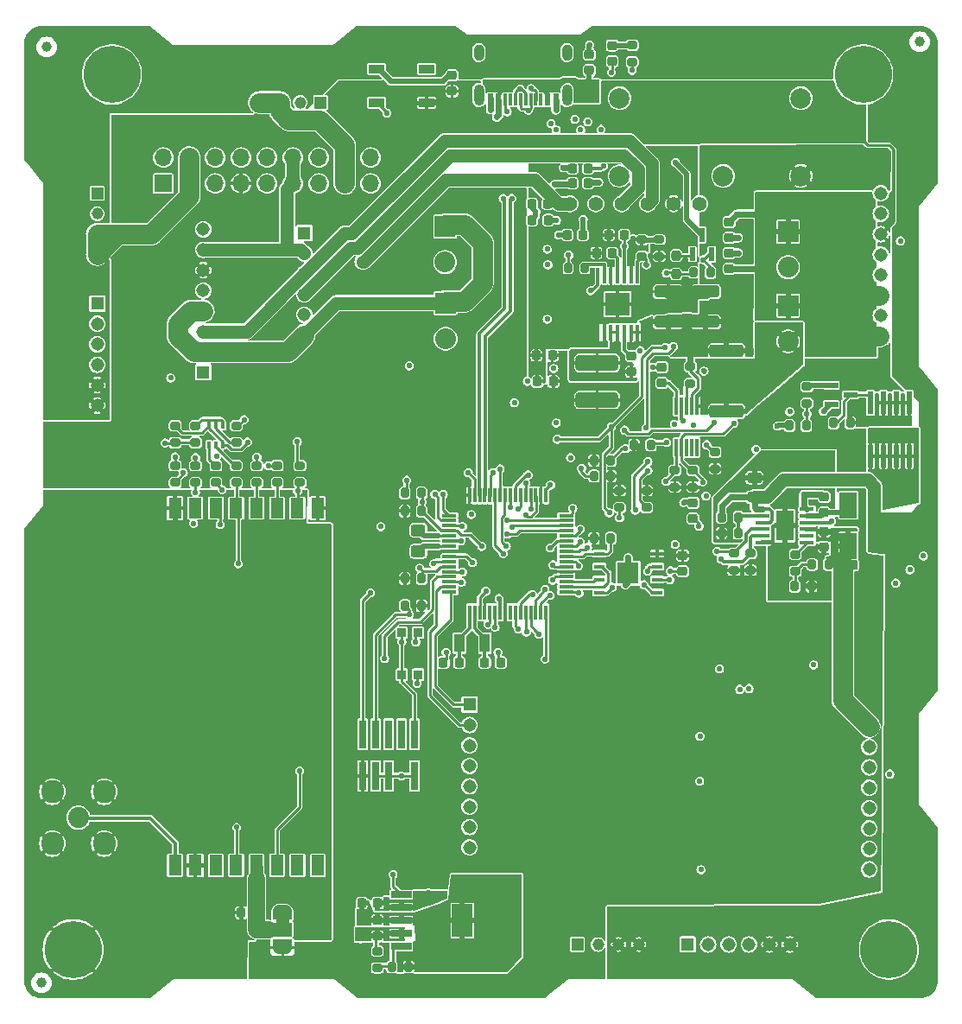
<source format=gtl>
%TF.GenerationSoftware,KiCad,Pcbnew,7.0.2-0*%
%TF.CreationDate,2024-03-08T20:06:00-08:00*%
%TF.ProjectId,mainboard,6d61696e-626f-4617-9264-2e6b69636164,rev?*%
%TF.SameCoordinates,Original*%
%TF.FileFunction,Copper,L1,Top*%
%TF.FilePolarity,Positive*%
%FSLAX46Y46*%
G04 Gerber Fmt 4.6, Leading zero omitted, Abs format (unit mm)*
G04 Created by KiCad (PCBNEW 7.0.2-0) date 2024-03-08 20:06:00*
%MOMM*%
%LPD*%
G01*
G04 APERTURE LIST*
G04 Aperture macros list*
%AMRoundRect*
0 Rectangle with rounded corners*
0 $1 Rounding radius*
0 $2 $3 $4 $5 $6 $7 $8 $9 X,Y pos of 4 corners*
0 Add a 4 corners polygon primitive as box body*
4,1,4,$2,$3,$4,$5,$6,$7,$8,$9,$2,$3,0*
0 Add four circle primitives for the rounded corners*
1,1,$1+$1,$2,$3*
1,1,$1+$1,$4,$5*
1,1,$1+$1,$6,$7*
1,1,$1+$1,$8,$9*
0 Add four rect primitives between the rounded corners*
20,1,$1+$1,$2,$3,$4,$5,0*
20,1,$1+$1,$4,$5,$6,$7,0*
20,1,$1+$1,$6,$7,$8,$9,0*
20,1,$1+$1,$8,$9,$2,$3,0*%
%AMFreePoly0*
4,1,21,0.750000,-0.950000,0.000000,-0.950000,0.000000,-0.944896,-0.084376,-0.944896,-0.248223,-0.904511,-0.397645,-0.826089,-0.523958,-0.714186,-0.619819,-0.575306,-0.679659,-0.417521,-0.700000,-0.250000,-0.700000,0.250000,-0.679659,0.417521,-0.619819,0.575306,-0.523958,0.714186,-0.397645,0.826089,-0.248223,0.904511,-0.084376,0.944896,0.000000,0.944896,0.000000,0.950000,0.750000,0.950000,
0.750000,-0.950000,0.750000,-0.950000,$1*%
%AMFreePoly1*
4,1,21,0.000000,0.944896,0.084376,0.944896,0.248223,0.904511,0.397645,0.826089,0.523958,0.714186,0.619819,0.575306,0.679659,0.417521,0.700000,0.250000,0.700000,-0.250000,0.679659,-0.417521,0.619819,-0.575306,0.523958,-0.714186,0.397645,-0.826089,0.248223,-0.904511,0.084376,-0.944896,0.000000,-0.944896,0.000000,-0.950000,-0.750000,-0.950000,-0.750000,0.950000,0.000000,0.950000,
0.000000,0.944896,0.000000,0.944896,$1*%
G04 Aperture macros list end*
%TA.AperFunction,ComponentPad*%
%ADD10R,1.150000X1.150000*%
%TD*%
%TA.AperFunction,ComponentPad*%
%ADD11C,1.150000*%
%TD*%
%TA.AperFunction,SMDPad,CuDef*%
%ADD12RoundRect,0.200000X-0.200000X-0.275000X0.200000X-0.275000X0.200000X0.275000X-0.200000X0.275000X0*%
%TD*%
%TA.AperFunction,SMDPad,CuDef*%
%ADD13R,0.304800X1.600200*%
%TD*%
%TA.AperFunction,SMDPad,CuDef*%
%ADD14R,2.460000X2.310000*%
%TD*%
%TA.AperFunction,SMDPad,CuDef*%
%ADD15RoundRect,0.225000X-0.225000X-0.250000X0.225000X-0.250000X0.225000X0.250000X-0.225000X0.250000X0*%
%TD*%
%TA.AperFunction,SMDPad,CuDef*%
%ADD16RoundRect,0.225000X0.250000X-0.225000X0.250000X0.225000X-0.250000X0.225000X-0.250000X-0.225000X0*%
%TD*%
%TA.AperFunction,SMDPad,CuDef*%
%ADD17RoundRect,0.200000X0.200000X0.275000X-0.200000X0.275000X-0.200000X-0.275000X0.200000X-0.275000X0*%
%TD*%
%TA.AperFunction,SMDPad,CuDef*%
%ADD18RoundRect,0.225000X0.225000X0.250000X-0.225000X0.250000X-0.225000X-0.250000X0.225000X-0.250000X0*%
%TD*%
%TA.AperFunction,SMDPad,CuDef*%
%ADD19R,1.320800X0.558800*%
%TD*%
%TA.AperFunction,SMDPad,CuDef*%
%ADD20R,0.300000X1.475000*%
%TD*%
%TA.AperFunction,SMDPad,CuDef*%
%ADD21R,1.475000X0.300000*%
%TD*%
%TA.AperFunction,SMDPad,CuDef*%
%ADD22R,0.609600X2.209800*%
%TD*%
%TA.AperFunction,SMDPad,CuDef*%
%ADD23R,1.050000X0.450000*%
%TD*%
%TA.AperFunction,SMDPad,CuDef*%
%ADD24R,2.100000X2.100000*%
%TD*%
%TA.AperFunction,ComponentPad*%
%ADD25C,5.600000*%
%TD*%
%TA.AperFunction,SMDPad,CuDef*%
%ADD26C,1.000000*%
%TD*%
%TA.AperFunction,ComponentPad*%
%ADD27C,2.006600*%
%TD*%
%TA.AperFunction,SMDPad,CuDef*%
%ADD28RoundRect,0.200000X-0.275000X0.200000X-0.275000X-0.200000X0.275000X-0.200000X0.275000X0.200000X0*%
%TD*%
%TA.AperFunction,ComponentPad*%
%ADD29C,2.050000*%
%TD*%
%TA.AperFunction,ComponentPad*%
%ADD30C,2.250000*%
%TD*%
%TA.AperFunction,SMDPad,CuDef*%
%ADD31R,1.500000X0.900000*%
%TD*%
%TA.AperFunction,SMDPad,CuDef*%
%ADD32RoundRect,0.225000X-0.250000X0.225000X-0.250000X-0.225000X0.250000X-0.225000X0.250000X0.225000X0*%
%TD*%
%TA.AperFunction,SMDPad,CuDef*%
%ADD33RoundRect,0.250000X-0.450000X0.325000X-0.450000X-0.325000X0.450000X-0.325000X0.450000X0.325000X0*%
%TD*%
%TA.AperFunction,SMDPad,CuDef*%
%ADD34RoundRect,0.200000X0.275000X-0.200000X0.275000X0.200000X-0.275000X0.200000X-0.275000X-0.200000X0*%
%TD*%
%TA.AperFunction,SMDPad,CuDef*%
%ADD35R,1.000000X1.800000*%
%TD*%
%TA.AperFunction,ComponentPad*%
%ADD36R,2.032000X2.032000*%
%TD*%
%TA.AperFunction,ComponentPad*%
%ADD37C,2.032000*%
%TD*%
%TA.AperFunction,SMDPad,CuDef*%
%ADD38RoundRect,0.218750X0.256250X-0.218750X0.256250X0.218750X-0.256250X0.218750X-0.256250X-0.218750X0*%
%TD*%
%TA.AperFunction,SMDPad,CuDef*%
%ADD39RoundRect,0.250000X-1.425000X0.362500X-1.425000X-0.362500X1.425000X-0.362500X1.425000X0.362500X0*%
%TD*%
%TA.AperFunction,SMDPad,CuDef*%
%ADD40RoundRect,0.333000X-1.767000X0.417000X-1.767000X-0.417000X1.767000X-0.417000X1.767000X0.417000X0*%
%TD*%
%TA.AperFunction,SMDPad,CuDef*%
%ADD41R,0.558800X1.320800*%
%TD*%
%TA.AperFunction,SMDPad,CuDef*%
%ADD42RoundRect,0.250000X1.100000X-0.325000X1.100000X0.325000X-1.100000X0.325000X-1.100000X-0.325000X0*%
%TD*%
%TA.AperFunction,SMDPad,CuDef*%
%ADD43R,0.330200X1.778000*%
%TD*%
%TA.AperFunction,SMDPad,CuDef*%
%ADD44R,0.900000X0.900000*%
%TD*%
%TA.AperFunction,SMDPad,CuDef*%
%ADD45R,0.400000X0.650000*%
%TD*%
%TA.AperFunction,SMDPad,CuDef*%
%ADD46R,2.000000X0.650000*%
%TD*%
%TA.AperFunction,SMDPad,CuDef*%
%ADD47R,2.000000X3.200000*%
%TD*%
%TA.AperFunction,SMDPad,CuDef*%
%ADD48FreePoly0,270.000000*%
%TD*%
%TA.AperFunction,SMDPad,CuDef*%
%ADD49R,1.900000X1.400000*%
%TD*%
%TA.AperFunction,SMDPad,CuDef*%
%ADD50FreePoly1,270.000000*%
%TD*%
%TA.AperFunction,SMDPad,CuDef*%
%ADD51R,0.600000X1.150000*%
%TD*%
%TA.AperFunction,SMDPad,CuDef*%
%ADD52R,0.300000X1.150000*%
%TD*%
%TA.AperFunction,ComponentPad*%
%ADD53O,1.000000X2.100000*%
%TD*%
%TA.AperFunction,ComponentPad*%
%ADD54O,1.000000X1.600000*%
%TD*%
%TA.AperFunction,SMDPad,CuDef*%
%ADD55R,1.397000X0.431800*%
%TD*%
%TA.AperFunction,SMDPad,CuDef*%
%ADD56R,1.752600X2.946400*%
%TD*%
%TA.AperFunction,SMDPad,CuDef*%
%ADD57R,1.700000X2.500000*%
%TD*%
%TA.AperFunction,SMDPad,CuDef*%
%ADD58RoundRect,0.237500X0.237500X-0.250000X0.237500X0.250000X-0.237500X0.250000X-0.237500X-0.250000X0*%
%TD*%
%TA.AperFunction,SMDPad,CuDef*%
%ADD59R,0.740000X2.790000*%
%TD*%
%TA.AperFunction,SMDPad,CuDef*%
%ADD60R,1.300000X2.000000*%
%TD*%
%TA.AperFunction,SMDPad,CuDef*%
%ADD61R,4.700000X11.500000*%
%TD*%
%TA.AperFunction,ComponentPad*%
%ADD62R,1.308000X1.308000*%
%TD*%
%TA.AperFunction,ComponentPad*%
%ADD63C,1.308000*%
%TD*%
%TA.AperFunction,SMDPad,CuDef*%
%ADD64RoundRect,0.250000X-0.475000X0.250000X-0.475000X-0.250000X0.475000X-0.250000X0.475000X0.250000X0*%
%TD*%
%TA.AperFunction,ComponentPad*%
%ADD65C,1.400000*%
%TD*%
%TA.AperFunction,ComponentPad*%
%ADD66R,1.700000X1.700000*%
%TD*%
%TA.AperFunction,ComponentPad*%
%ADD67O,1.700000X1.700000*%
%TD*%
%TA.AperFunction,ViaPad*%
%ADD68C,0.584200*%
%TD*%
%TA.AperFunction,ViaPad*%
%ADD69C,0.600000*%
%TD*%
%TA.AperFunction,ViaPad*%
%ADD70C,1.168400*%
%TD*%
%TA.AperFunction,Conductor*%
%ADD71C,0.508000*%
%TD*%
%TA.AperFunction,Conductor*%
%ADD72C,0.234950*%
%TD*%
%TA.AperFunction,Conductor*%
%ADD73C,1.270000*%
%TD*%
%TA.AperFunction,Conductor*%
%ADD74C,0.271780*%
%TD*%
%TA.AperFunction,Conductor*%
%ADD75C,0.279400*%
%TD*%
%TA.AperFunction,Conductor*%
%ADD76C,0.300000*%
%TD*%
%TA.AperFunction,Conductor*%
%ADD77C,0.293370*%
%TD*%
%TA.AperFunction,Conductor*%
%ADD78C,0.609600*%
%TD*%
%TA.AperFunction,Conductor*%
%ADD79C,0.330200*%
%TD*%
%TA.AperFunction,Conductor*%
%ADD80C,0.271781*%
%TD*%
%TA.AperFunction,Conductor*%
%ADD81C,0.304800*%
%TD*%
%TA.AperFunction,Conductor*%
%ADD82C,0.305000*%
%TD*%
%TA.AperFunction,Conductor*%
%ADD83C,1.905000*%
%TD*%
%TA.AperFunction,Conductor*%
%ADD84C,0.313400*%
%TD*%
%TA.AperFunction,Conductor*%
%ADD85C,0.228600*%
%TD*%
%TA.AperFunction,Conductor*%
%ADD86C,0.337947*%
%TD*%
%TA.AperFunction,Conductor*%
%ADD87C,1.651000*%
%TD*%
%TA.AperFunction,Conductor*%
%ADD88C,0.349300*%
%TD*%
G04 APERTURE END LIST*
D10*
X152900000Y-142800000D03*
D11*
X154900000Y-142800000D03*
X156900000Y-142800000D03*
X158900000Y-142800000D03*
D10*
X105800000Y-69200000D03*
D11*
X105800000Y-71200000D03*
X105800000Y-73200000D03*
X105800000Y-75200000D03*
D10*
X127700000Y-60300000D03*
D11*
X125700000Y-60300000D03*
X123700000Y-60300000D03*
X121700000Y-60300000D03*
D12*
X177991000Y-91694000D03*
X179641000Y-91694000D03*
D13*
X158766134Y-77289496D03*
X158116121Y-77289496D03*
X157466112Y-77289496D03*
X156816100Y-77289496D03*
X156166088Y-77289496D03*
X155516079Y-77289496D03*
X154866066Y-77289496D03*
X154866066Y-82826696D03*
X155516079Y-82826696D03*
X156166088Y-82826696D03*
X156816100Y-82826696D03*
X157466112Y-82826696D03*
X158116121Y-82826696D03*
X158766134Y-82826696D03*
D14*
X156816100Y-80058096D03*
D15*
X148958000Y-87630000D03*
X150508000Y-87630000D03*
X148865600Y-85090000D03*
X150415600Y-85090000D03*
D16*
X158178500Y-86690500D03*
X158178500Y-85140500D03*
D17*
X153606000Y-76517500D03*
X151956000Y-76517500D03*
D18*
X156286500Y-75057000D03*
X154736500Y-75057000D03*
D19*
X177783800Y-87995596D03*
X177783800Y-89900596D03*
X179663400Y-88948096D03*
D12*
X164275000Y-76962000D03*
X165925000Y-76962000D03*
D20*
X142300000Y-110259000D03*
X142800000Y-110259000D03*
X143300000Y-110259000D03*
X143800000Y-110259000D03*
X144300000Y-110259000D03*
X144800000Y-110259000D03*
X145300000Y-110259000D03*
X145800000Y-110259000D03*
X146300000Y-110259000D03*
X146800000Y-110259000D03*
X147300000Y-110259000D03*
X147800000Y-110259000D03*
X148300000Y-110259000D03*
X148800000Y-110259000D03*
X149300000Y-110259000D03*
X149800000Y-110259000D03*
D21*
X151788000Y-108271000D03*
X151788000Y-107771000D03*
X151788000Y-107271000D03*
X151788000Y-106771000D03*
X151788000Y-106271000D03*
X151788000Y-105771000D03*
X151788000Y-105271000D03*
X151788000Y-104771000D03*
X151788000Y-104271000D03*
X151788000Y-103771000D03*
X151788000Y-103271000D03*
X151788000Y-102771000D03*
X151788000Y-102271000D03*
X151788000Y-101771000D03*
X151788000Y-101271000D03*
X151788000Y-100771000D03*
D20*
X149800000Y-98783000D03*
X149300000Y-98783000D03*
X148800000Y-98783000D03*
X148300000Y-98783000D03*
X147800000Y-98783000D03*
X147300000Y-98783000D03*
X146800000Y-98783000D03*
X146300000Y-98783000D03*
X145800000Y-98783000D03*
X145300000Y-98783000D03*
X144800000Y-98783000D03*
X144300000Y-98783000D03*
X143800000Y-98783000D03*
X143300000Y-98783000D03*
X142800000Y-98783000D03*
X142300000Y-98783000D03*
D21*
X140312000Y-100771000D03*
X140312000Y-101271000D03*
X140312000Y-101771000D03*
X140312000Y-102271000D03*
X140312000Y-102771000D03*
X140312000Y-103271000D03*
X140312000Y-103771000D03*
X140312000Y-104271000D03*
X140312000Y-104771000D03*
X140312000Y-105271000D03*
X140312000Y-105771000D03*
X140312000Y-106271000D03*
X140312000Y-106771000D03*
X140312000Y-107271000D03*
X140312000Y-107771000D03*
X140312000Y-108271000D03*
D22*
X185420000Y-89712800D03*
X184150000Y-89712800D03*
X182880000Y-89712800D03*
X181610000Y-89712800D03*
X181610000Y-94945200D03*
X182880000Y-94945200D03*
X184150000Y-94945200D03*
X185420000Y-94945200D03*
D12*
X135954000Y-100330000D03*
X137604000Y-100330000D03*
D23*
X155011000Y-104521000D03*
X155011000Y-105791000D03*
X155011000Y-107061000D03*
X155011000Y-108331000D03*
X160711000Y-108331000D03*
X160711000Y-107061000D03*
X160711000Y-105791000D03*
X160711000Y-104521000D03*
D24*
X157861000Y-106426000D03*
D12*
X154496000Y-95377000D03*
X156146000Y-95377000D03*
D17*
X137604000Y-109601000D03*
X135954000Y-109601000D03*
D25*
X107236100Y-57564100D03*
X103426100Y-143294100D03*
X183426100Y-143294100D03*
X180896100Y-57564100D03*
D26*
X100330000Y-146558000D03*
D27*
X157000000Y-67500000D03*
X157000000Y-59880000D03*
X167160000Y-67500000D03*
X174780000Y-59880000D03*
X174780000Y-67500000D03*
D16*
X154051000Y-57143000D03*
X154051000Y-55593000D03*
D28*
X158254700Y-54674000D03*
X158254700Y-56324000D03*
D18*
X153937000Y-66776600D03*
X152387000Y-66776600D03*
D15*
X148450000Y-71818500D03*
X150000000Y-71818500D03*
D28*
X159194500Y-73724000D03*
X159194500Y-75374000D03*
D15*
X151879000Y-73279000D03*
X153429000Y-73279000D03*
D29*
X103949500Y-130365500D03*
D30*
X106489500Y-127825500D03*
X101409500Y-127825500D03*
X106489500Y-132905500D03*
X101409500Y-132905500D03*
D31*
X138086000Y-60324000D03*
X138086000Y-57024000D03*
X133186000Y-57024000D03*
X133186000Y-60324000D03*
D17*
X156146000Y-102997000D03*
X154496000Y-102997000D03*
D16*
X164211000Y-101064196D03*
X164211000Y-99514196D03*
D32*
X163195000Y-104683096D03*
X163195000Y-106233096D03*
D12*
X135954000Y-106934000D03*
X137604000Y-106934000D03*
D17*
X137604000Y-98552000D03*
X135954000Y-98552000D03*
D33*
X137287000Y-102226000D03*
X137287000Y-104276000D03*
D16*
X140589000Y-59195000D03*
X140589000Y-57645000D03*
D18*
X157493000Y-73279000D03*
X155943000Y-73279000D03*
D15*
X148412000Y-70231000D03*
X149962000Y-70231000D03*
D34*
X162433000Y-97980000D03*
X162433000Y-96330000D03*
X164211000Y-97980000D03*
X164211000Y-96330000D03*
D12*
X158433000Y-93853000D03*
X160083000Y-93853000D03*
D34*
X166370000Y-96202000D03*
X166370000Y-94552000D03*
D17*
X156146000Y-96901000D03*
X154496000Y-96901000D03*
D15*
X143801800Y-115183920D03*
X145351800Y-115183920D03*
D35*
X141294800Y-113278920D03*
X143794800Y-113278920D03*
D18*
X141287800Y-115183920D03*
X139737800Y-115183920D03*
D36*
X173532800Y-80213200D03*
D37*
X173532800Y-83713200D03*
D34*
X160909000Y-75374000D03*
X160909000Y-73724000D03*
D38*
X156293500Y-56286500D03*
X156293500Y-54711500D03*
D39*
X167513000Y-84667500D03*
X167513000Y-90592500D03*
D40*
X154813000Y-85830000D03*
X154813000Y-89430000D03*
D41*
X164147500Y-75171300D03*
X166052500Y-75171300D03*
X165100000Y-73291700D03*
D36*
X139954000Y-79959200D03*
D37*
X139954000Y-83459200D03*
D17*
X175323000Y-91948000D03*
X173673000Y-91948000D03*
D28*
X175387000Y-88123096D03*
X175387000Y-89773096D03*
D42*
X161769100Y-81787096D03*
X161769100Y-78837096D03*
X165481000Y-81787096D03*
X165481000Y-78837096D03*
D32*
X167767000Y-71996000D03*
X167767000Y-73546000D03*
D28*
X163957000Y-86170000D03*
X163957000Y-87820000D03*
D43*
X164576001Y-90030300D03*
X164075999Y-90030300D03*
X163576000Y-90030300D03*
X163076001Y-90030300D03*
X162575999Y-90030300D03*
X162575999Y-94119700D03*
X163076001Y-94119700D03*
X163576000Y-94119700D03*
X164075999Y-94119700D03*
X164576001Y-94119700D03*
D28*
X133266000Y-143447000D03*
X133266000Y-145097000D03*
D44*
X135661500Y-112250000D03*
X135661500Y-116350000D03*
X137261500Y-112250000D03*
X137261500Y-116350000D03*
D16*
X167767000Y-76594000D03*
X167767000Y-75044000D03*
D34*
X115438600Y-97535500D03*
X115438600Y-95885500D03*
X113438600Y-97535500D03*
X113438600Y-95885500D03*
D28*
X119438600Y-95885500D03*
X119438600Y-97535500D03*
D34*
X121438600Y-97535500D03*
X121438600Y-95885500D03*
X113438600Y-93623900D03*
X113438600Y-91973900D03*
X119438600Y-93623900D03*
X119438600Y-91973900D03*
D45*
X116788600Y-93850500D03*
X117438600Y-93850500D03*
X118088600Y-93850500D03*
X118088600Y-91950500D03*
X117438600Y-91950500D03*
X116788600Y-91950500D03*
D28*
X115438600Y-91973900D03*
X115438600Y-93623900D03*
X117438600Y-95885500D03*
X117438600Y-97535500D03*
X123438600Y-95885500D03*
X123438600Y-97535500D03*
D34*
X125666500Y-97535500D03*
X125666500Y-95885500D03*
D46*
X135600000Y-137922000D03*
X135600000Y-139192000D03*
X135600000Y-140462000D03*
X135600000Y-141732000D03*
X135600000Y-143002000D03*
D47*
X141600000Y-140462000D03*
D48*
X123939300Y-139625600D03*
D49*
X123939300Y-141325600D03*
D50*
X123939300Y-143025600D03*
D15*
X119925800Y-139674600D03*
X121475800Y-139674600D03*
D12*
X134675000Y-145000000D03*
X136325000Y-145000000D03*
D32*
X133266000Y-140449000D03*
X133266000Y-141999000D03*
D15*
X152387000Y-68199000D03*
X153937000Y-68199000D03*
D32*
X161163000Y-86220000D03*
X161163000Y-87770000D03*
D51*
X150752000Y-60038000D03*
X149952000Y-60038000D03*
D52*
X148802000Y-60038000D03*
X147802000Y-60038000D03*
X147302000Y-60038000D03*
X146302000Y-60038000D03*
D51*
X145152000Y-60038000D03*
X144352000Y-60038000D03*
D52*
X145802000Y-60038000D03*
X146802000Y-60038000D03*
X148302000Y-60038000D03*
X149302000Y-60038000D03*
D53*
X151872000Y-59563000D03*
D54*
X151872000Y-55413000D03*
D53*
X143232000Y-59563000D03*
D54*
X143232000Y-55413000D03*
D36*
X139903200Y-72440800D03*
D37*
X139903200Y-75940800D03*
D36*
X173532800Y-72948800D03*
D37*
X173532800Y-76448800D03*
D17*
X177532800Y-105567481D03*
X175882800Y-105567481D03*
D28*
X168224200Y-104488481D03*
X168224200Y-106138481D03*
D26*
X186436000Y-54356000D03*
D55*
X171018200Y-100152200D03*
X171018200Y-100802441D03*
X171018200Y-101452681D03*
X171018200Y-102102919D03*
X171018200Y-102753159D03*
X171018200Y-103403400D03*
X175387000Y-103403400D03*
X175387000Y-102753159D03*
X175387000Y-102102919D03*
X175387000Y-101452681D03*
X175387000Y-100802441D03*
X175387000Y-100152200D03*
D56*
X173202600Y-101777800D03*
D57*
X179451000Y-99759000D03*
X179451000Y-103759000D03*
D58*
X162560000Y-77112500D03*
X162560000Y-75287500D03*
D15*
X131750000Y-138750000D03*
X133300000Y-138750000D03*
D16*
X177063400Y-100500481D03*
X177063400Y-98950481D03*
D28*
X169849800Y-104488481D03*
X169849800Y-106138481D03*
D59*
X131825000Y-126280000D03*
X131825000Y-122210000D03*
X133095000Y-126280000D03*
X133095000Y-122210000D03*
X134365000Y-126280000D03*
X134365000Y-122210000D03*
X135635000Y-122210000D03*
X136905000Y-126280000D03*
X136905000Y-122210000D03*
D60*
X113420000Y-135050000D03*
X115420000Y-135050000D03*
X117420000Y-135050000D03*
X119420000Y-135050000D03*
X121420000Y-135050000D03*
X123420000Y-135050000D03*
X125420000Y-135050000D03*
X127420000Y-135050000D03*
X127420000Y-100050000D03*
X125420000Y-100050000D03*
X123420000Y-100050000D03*
X121420000Y-100050000D03*
X119420000Y-100050000D03*
X117420000Y-100050000D03*
X115420000Y-100050000D03*
X113420000Y-100050000D03*
D61*
X122170000Y-120600000D03*
D28*
X157010000Y-98345000D03*
X157010000Y-99995000D03*
D62*
X163700000Y-142800000D03*
D63*
X165700000Y-142800000D03*
X167700000Y-142800000D03*
X169700000Y-142800000D03*
X171700000Y-142800000D03*
X173700000Y-142800000D03*
D26*
X100838000Y-54864000D03*
D12*
X174181000Y-107696000D03*
X175831000Y-107696000D03*
D62*
X105800000Y-80000000D03*
D63*
X105800000Y-82000000D03*
X105800000Y-84000000D03*
X105800000Y-86000000D03*
X105800000Y-88000000D03*
X105800000Y-90000000D03*
D12*
X167015000Y-100950000D03*
X168665000Y-100950000D03*
D17*
X168665000Y-102490000D03*
X167015000Y-102490000D03*
D62*
X182626000Y-83205500D03*
D63*
X182626000Y-81205499D03*
X182626000Y-79205500D03*
X182626000Y-77205499D03*
X182626000Y-75205501D03*
X182626000Y-73205500D03*
X182626000Y-71205501D03*
X182626000Y-69205500D03*
D62*
X142300000Y-119300001D03*
D63*
X142300000Y-121300002D03*
X142300000Y-123300001D03*
X142300000Y-125300002D03*
X142300000Y-127300000D03*
X142300000Y-129300001D03*
X142300000Y-131300000D03*
X142300000Y-133300001D03*
D16*
X177063400Y-103853281D03*
X177063400Y-102303281D03*
D62*
X126100000Y-73100000D03*
D63*
X126100000Y-75100000D03*
X126100000Y-77100000D03*
X126100000Y-79100000D03*
X126100000Y-81100000D03*
X126100000Y-83100000D03*
D62*
X116205000Y-86739999D03*
D63*
X116205000Y-84739998D03*
X116205000Y-82739999D03*
X116205000Y-80739998D03*
X116205000Y-78740000D03*
X116205000Y-76739999D03*
X116205000Y-74740000D03*
X116205000Y-72739999D03*
D64*
X170230800Y-97073681D03*
X170230800Y-98973681D03*
D62*
X181491000Y-121443999D03*
D63*
X181491000Y-123444000D03*
X181491000Y-125443999D03*
X181491000Y-127444000D03*
X181491000Y-129443998D03*
X181491000Y-131443999D03*
X181491000Y-133443998D03*
X181491000Y-135443999D03*
D28*
X159660000Y-98335000D03*
X159660000Y-99985000D03*
X174244000Y-104585000D03*
X174244000Y-106235000D03*
D65*
X152146000Y-70231000D03*
X154686000Y-70231000D03*
X157226000Y-70231000D03*
X159766000Y-70231000D03*
X162306000Y-70231000D03*
X164846000Y-70231000D03*
D66*
X112280000Y-68240000D03*
D67*
X112280000Y-65700000D03*
X114820000Y-68240000D03*
X114820000Y-65700000D03*
X117360000Y-68240000D03*
X117360000Y-65700000D03*
X119900000Y-68240000D03*
X119900000Y-65700000D03*
X122440000Y-68240000D03*
X122440000Y-65700000D03*
X124980000Y-68240000D03*
X124980000Y-65700000D03*
X127520000Y-68240000D03*
X127520000Y-65700000D03*
X130060000Y-68240000D03*
X130060000Y-65700000D03*
X132600000Y-68240000D03*
X132600000Y-65700000D03*
D68*
X184475000Y-97750000D03*
X185200000Y-97750000D03*
X184750000Y-97075000D03*
X185550000Y-97075000D03*
D69*
X114490500Y-130492500D03*
X112712500Y-130492500D03*
X108018580Y-129528060D03*
X109283500Y-132667500D03*
X110553500Y-132667500D03*
X109283500Y-131397500D03*
X110553500Y-131397500D03*
X109288580Y-127038860D03*
X111828580Y-129528060D03*
X111828580Y-127038860D03*
X109288580Y-129528060D03*
X110558580Y-127038860D03*
X110558580Y-128308860D03*
X111828580Y-128308860D03*
X109288580Y-128308860D03*
X110558580Y-129528060D03*
X142156000Y-141605000D03*
X142156000Y-139446000D03*
D68*
X154813000Y-73533000D03*
X145093023Y-114167920D03*
X140004800Y-114167920D03*
D69*
X113601500Y-131381500D03*
X108013500Y-131397500D03*
X111823500Y-132667500D03*
X111823500Y-134175500D03*
X115379500Y-136588500D03*
X111823500Y-136588500D03*
X113093500Y-136588500D03*
X114236500Y-136588500D03*
X110553500Y-136588500D03*
X109283500Y-136588500D03*
X110553500Y-134175500D03*
X109283500Y-134175500D03*
X116395500Y-136588500D03*
X113601500Y-129528060D03*
X116395500Y-131635500D03*
X141013000Y-141605000D03*
X172500000Y-92000000D03*
X111823500Y-135318500D03*
X110553500Y-135318500D03*
X109283500Y-135318500D03*
X116395500Y-132667500D03*
D68*
X114998500Y-132675400D03*
D69*
X135600000Y-140462000D03*
X121340000Y-123510000D03*
X122729900Y-123510000D03*
X122094900Y-121922500D03*
X122094900Y-124843500D03*
X141600000Y-140462000D03*
X141013000Y-139446000D03*
X139362000Y-140462000D03*
D68*
X172974000Y-106426000D03*
X141100000Y-145000000D03*
X137160000Y-117221000D03*
X177038000Y-107696000D03*
X168800000Y-117800000D03*
X172500000Y-95300000D03*
X139700000Y-58200000D03*
X160274000Y-86233000D03*
X153525000Y-82800000D03*
X184090000Y-107390000D03*
X157558670Y-107554376D03*
X157861000Y-104902000D03*
X165000000Y-135470000D03*
X164890000Y-122380000D03*
X146500000Y-136600000D03*
X185480000Y-106080000D03*
X146200000Y-144300000D03*
X153450000Y-79200000D03*
X164860000Y-126790000D03*
X150241000Y-97789990D03*
X153550000Y-81400000D03*
X183500000Y-126100000D03*
X141478000Y-103251000D03*
X162000000Y-106200000D03*
X135635000Y-126277000D03*
X166800000Y-115800000D03*
X171958000Y-96774000D03*
X137500000Y-145000000D03*
X186810000Y-104740000D03*
X172900000Y-95900000D03*
X141300000Y-136600000D03*
X177000000Y-90550992D03*
X172466000Y-107188000D03*
X163228020Y-91485720D03*
X172974000Y-107950000D03*
X134600000Y-58229500D03*
X172466000Y-108712000D03*
X135500000Y-144000000D03*
X171958000Y-106426000D03*
X170400000Y-94300000D03*
X171958000Y-107950000D03*
X150495000Y-105613194D03*
X138000000Y-140500000D03*
X114998500Y-131635500D03*
X164175000Y-80300000D03*
X176030000Y-115410000D03*
X169200000Y-98200000D03*
X165227000Y-75717400D03*
X156300000Y-107800000D03*
X132000000Y-140000000D03*
X163300000Y-99500000D03*
X113445596Y-101663500D03*
X137033000Y-113157000D03*
X142175000Y-96575000D03*
X145200000Y-108900000D03*
X147891500Y-105791000D03*
X141478000Y-98044000D03*
X152984198Y-106470000D03*
X162687000Y-86360036D03*
X140900000Y-69900000D03*
X114490500Y-97599506D03*
X155250000Y-94270000D03*
X135890000Y-102616000D03*
X165290500Y-86614000D03*
X136600000Y-60425000D03*
X145110000Y-106870000D03*
X151840000Y-88550000D03*
X165417500Y-96329500D03*
X158832475Y-94170000D03*
X136725000Y-65550000D03*
X149900000Y-100200000D03*
X163309300Y-97398840D03*
X132884707Y-96647000D03*
X159639000Y-76200054D03*
X151447500Y-85026500D03*
X147800000Y-100700000D03*
X142600000Y-105400000D03*
X136398000Y-110490000D03*
X138800000Y-105500000D03*
X132588000Y-108356400D03*
X143500000Y-103800000D03*
X137667998Y-99440984D03*
X135661400Y-113131600D03*
X137750000Y-138250000D03*
X147977860Y-87627462D03*
X149923500Y-81534000D03*
X138250000Y-137750000D03*
X165484200Y-98853386D03*
X178816000Y-105664000D03*
X149923500Y-74676000D03*
X145607900Y-69700000D03*
X147269194Y-58978800D03*
X150291802Y-62382400D03*
X150800000Y-63000000D03*
X146442100Y-69700000D03*
X148056596Y-61061600D03*
X153162000Y-102108000D03*
X161594800Y-77012800D03*
X138532000Y-102771000D03*
X180594000Y-90424000D03*
X180090000Y-89960000D03*
X164800000Y-101800000D03*
X150200000Y-108600000D03*
X120532173Y-93576117D03*
X146000000Y-101232975D03*
X125412492Y-93535508D03*
X146502993Y-101872064D03*
X121448264Y-95068454D03*
X115436533Y-95098030D03*
X146000000Y-102600000D03*
X122593101Y-95897700D03*
X113439862Y-95017519D03*
X161925000Y-107061000D03*
X152971500Y-105700000D03*
X150444200Y-107111800D03*
X159766000Y-106206909D03*
X153035000Y-108370000D03*
X159410000Y-107560000D03*
X175082200Y-98704400D03*
X152019000Y-75247500D03*
X157479994Y-74358508D03*
X150622000Y-68326000D03*
X154965400Y-68122800D03*
D70*
X131800000Y-75900000D03*
D68*
X150824832Y-71831568D03*
X153441400Y-71755000D03*
X144600000Y-96600000D03*
X148500000Y-108500000D03*
X166570000Y-104280000D03*
X147100000Y-100100000D03*
X117850000Y-101675000D03*
X119634000Y-105500000D03*
X137414000Y-105918000D03*
X133970000Y-114770000D03*
X125650000Y-125790000D03*
X146000000Y-61214000D03*
X148336000Y-58928000D03*
X154061149Y-54689867D03*
X168656000Y-75031500D03*
X151028400Y-73279000D03*
X150774400Y-61036200D03*
D69*
X151485600Y-66675004D03*
D68*
X168656000Y-73558500D03*
X144353278Y-61020960D03*
X148800000Y-71000000D03*
X144983204Y-61722000D03*
X155194000Y-62941200D03*
X154600000Y-59600000D03*
X157600000Y-94225000D03*
X162384740Y-91815920D03*
X153141198Y-103331750D03*
X152200000Y-95100000D03*
X153289000Y-96139000D03*
X166300000Y-91700000D03*
X157500000Y-92400000D03*
X153870000Y-103910000D03*
X168503500Y-71247000D03*
X145600000Y-104500000D03*
X148300000Y-100102096D03*
X141600000Y-106300000D03*
X134200000Y-61350000D03*
X145300000Y-96200000D03*
X119468900Y-131330700D03*
X144116695Y-111437191D03*
X162486000Y-66192400D03*
X117500000Y-94996000D03*
X141605000Y-101853986D03*
X120205500Y-91376500D03*
X133604000Y-101854000D03*
X147878800Y-112191800D03*
X149098000Y-112395000D03*
X150558500Y-86360000D03*
X154178000Y-78740048D03*
X177800000Y-101346000D03*
X147100000Y-111900000D03*
X118046500Y-98234500D03*
X125438600Y-98361500D03*
X164266880Y-91892120D03*
X161544000Y-97409000D03*
X168210000Y-91740000D03*
X165163504Y-97472500D03*
X149987000Y-76200000D03*
X147800000Y-97600000D03*
X156210000Y-57340502D03*
X152628600Y-61950600D03*
X158242000Y-57150000D03*
X155448000Y-66548000D03*
X124447300Y-139625600D03*
X123420500Y-139625600D03*
X131598000Y-142250000D03*
X131598000Y-141500000D03*
X144800000Y-111700000D03*
X134793991Y-135936991D03*
X114236500Y-96583500D03*
X115439817Y-98487335D03*
X112458500Y-93662500D03*
X115252500Y-101536500D03*
X161620000Y-93620000D03*
X165549580Y-93840300D03*
X136144000Y-97310585D03*
X169700000Y-117719780D03*
X184556400Y-73863200D03*
X149700000Y-114822840D03*
X159025000Y-84600000D03*
X148050000Y-96800000D03*
X141500000Y-107300000D03*
X143900000Y-108200000D03*
X142475000Y-100675000D03*
X162470400Y-103620000D03*
X166960000Y-105050000D03*
X150210000Y-103950000D03*
X146275000Y-100000000D03*
X139725000Y-98700000D03*
X138900000Y-98700000D03*
X159790000Y-96370000D03*
X159800000Y-95500000D03*
X158550000Y-100250000D03*
X153900000Y-62200000D03*
X159600000Y-92200000D03*
X162300000Y-84200000D03*
X150800000Y-91700000D03*
X157010000Y-100980000D03*
X161500000Y-84300000D03*
X156200000Y-92100000D03*
X153200000Y-63000000D03*
X150900000Y-93300000D03*
X156000000Y-100500000D03*
X175387000Y-90805000D03*
X152425400Y-100075998D03*
X149700000Y-108000000D03*
X173700000Y-90600000D03*
X136400000Y-86100000D03*
X113000000Y-87300000D03*
X146700000Y-89700000D03*
X145900000Y-103800000D03*
D71*
X165100000Y-73291700D02*
X163600000Y-71791700D01*
X163600000Y-67306400D02*
X162486000Y-66192400D01*
X163600000Y-71791700D02*
X163600000Y-67306400D01*
D72*
X181350000Y-64500000D02*
X181125000Y-64275000D01*
X183450000Y-64500000D02*
X181350000Y-64500000D01*
X183875000Y-64925000D02*
X183450000Y-64500000D01*
X183875000Y-71956500D02*
X183875000Y-64925000D01*
X182626000Y-73205500D02*
X183875000Y-71956500D01*
D73*
X171409319Y-98973681D02*
X170230800Y-98973681D01*
X181991000Y-102362000D02*
X181991000Y-97917000D01*
X173101000Y-97282000D02*
X171409319Y-98973681D01*
X183975000Y-103284000D02*
X182913000Y-103284000D01*
X181356000Y-97282000D02*
X173101000Y-97282000D01*
X182913000Y-103284000D02*
X181991000Y-102362000D01*
X181991000Y-97917000D02*
X181356000Y-97282000D01*
D74*
X140004800Y-114904420D02*
X140004800Y-114167920D01*
X145093023Y-114912643D02*
X145093023Y-114167920D01*
X145364300Y-115183920D02*
X145093023Y-114912643D01*
X139725300Y-115183920D02*
X140004800Y-114904420D01*
D71*
X140267500Y-57632500D02*
X140589000Y-57632500D01*
D72*
X165925000Y-76962000D02*
X165925000Y-76415400D01*
D71*
X113438600Y-100289596D02*
X113445596Y-100296592D01*
D75*
X163149404Y-106200000D02*
X163195000Y-106245596D01*
D76*
X149800000Y-98851000D02*
X149800000Y-98256000D01*
D74*
X150652806Y-105771000D02*
X150495000Y-105613194D01*
D76*
X145200000Y-108900000D02*
X145300000Y-109000000D01*
D77*
X160299500Y-86207500D02*
X160274000Y-86233000D01*
D71*
X113445596Y-101250409D02*
X113445596Y-101663500D01*
X139700000Y-58200000D02*
X140267500Y-57632500D01*
D76*
X140380000Y-103271000D02*
X141458000Y-103271000D01*
D71*
X177000000Y-90550992D02*
X177650396Y-89900596D01*
D75*
X155769000Y-108331000D02*
X154996000Y-108331000D01*
D71*
X113445596Y-100296592D02*
X113445596Y-101250409D01*
D74*
X136905000Y-126280000D02*
X135638000Y-126280000D01*
D76*
X150241000Y-97815000D02*
X150241000Y-97789990D01*
D71*
X172500000Y-92000000D02*
X172552000Y-91948000D01*
D72*
X142800000Y-98783000D02*
X142800000Y-97200000D01*
D71*
X172552000Y-91948000D02*
X173710500Y-91948000D01*
D76*
X141458000Y-103271000D02*
X141478000Y-103251000D01*
D72*
X137033000Y-112478500D02*
X137033000Y-113157000D01*
X165925000Y-76415400D02*
X165227000Y-75717400D01*
D78*
X157861000Y-107252046D02*
X157558670Y-107554376D01*
D71*
X163300000Y-99500000D02*
X163359000Y-99441000D01*
D76*
X145300000Y-109000000D02*
X145300000Y-110191000D01*
D72*
X142800000Y-97200000D02*
X142175000Y-96575000D01*
X166052500Y-75171300D02*
X165773100Y-75171300D01*
D71*
X133481500Y-57111000D02*
X133223000Y-57111000D01*
D78*
X157861000Y-106426000D02*
X157861000Y-107252046D01*
D71*
X134629500Y-58200000D02*
X134600000Y-58229500D01*
D74*
X133095000Y-126280000D02*
X134365000Y-126280000D01*
D73*
X165481000Y-78912096D02*
X161769100Y-78912096D01*
D79*
X163076001Y-91333701D02*
X163228020Y-91485720D01*
D72*
X137261500Y-112250000D02*
X137033000Y-112478500D01*
D77*
X161163000Y-86207500D02*
X160299500Y-86207500D01*
D76*
X149800000Y-98256000D02*
X150241000Y-97815000D01*
D79*
X163076001Y-90032000D02*
X163076001Y-91333701D01*
D72*
X165773100Y-75171300D02*
X165227000Y-75717400D01*
D71*
X134600000Y-58229500D02*
X133481500Y-57111000D01*
D78*
X157861000Y-106426000D02*
X157861000Y-104902000D01*
D72*
X137160000Y-116451500D02*
X137160000Y-117221000D01*
D75*
X162000000Y-106200000D02*
X163149404Y-106200000D01*
D71*
X163359000Y-99441000D02*
X164131996Y-99441000D01*
D74*
X135632000Y-126280000D02*
X134365000Y-126280000D01*
D71*
X177650396Y-89900596D02*
X177783800Y-89900596D01*
X139700000Y-58200000D02*
X134629500Y-58200000D01*
D74*
X151720000Y-105771000D02*
X150652806Y-105771000D01*
D75*
X156300000Y-107800000D02*
X155769000Y-108331000D01*
D72*
X137261500Y-116350000D02*
X137160000Y-116451500D01*
D75*
X139433500Y-60274000D02*
X139282500Y-60425000D01*
D72*
X123939300Y-143025600D02*
X122325600Y-143025600D01*
D80*
X159321500Y-75336500D02*
X159639000Y-75654000D01*
D75*
X139282500Y-60425000D02*
X136600000Y-60425000D01*
D74*
X165582500Y-96164500D02*
X165417500Y-96329500D01*
D80*
X159639000Y-75654000D02*
X159639000Y-76200054D01*
D71*
X138086000Y-60274000D02*
X139433500Y-60274000D01*
D74*
X140380000Y-104271000D02*
X139589320Y-104271000D01*
D72*
X123939300Y-143025600D02*
X125425600Y-143025600D01*
D81*
X158766134Y-77289496D02*
X158766134Y-75891866D01*
X158766134Y-75891866D02*
X159321500Y-75336500D01*
D74*
X166370000Y-96164500D02*
X165582500Y-96164500D01*
X139589320Y-104271000D02*
X139268200Y-104495600D01*
D72*
X123939300Y-143025600D02*
X123939300Y-144260700D01*
X147800000Y-100700000D02*
X147960071Y-100860071D01*
X148857975Y-100342025D02*
X148857975Y-98840975D01*
X148339929Y-100860071D02*
X148857975Y-100342025D01*
X147960071Y-100860071D02*
X148339929Y-100860071D01*
X148857975Y-98840975D02*
X148800000Y-98783000D01*
D74*
X142600000Y-105400000D02*
X141971000Y-104771000D01*
X136398000Y-110045000D02*
X136398000Y-110490000D01*
D72*
X135080000Y-110490000D02*
X136398000Y-110490000D01*
D74*
X135954000Y-109601000D02*
X136398000Y-110045000D01*
X141971000Y-104771000D02*
X140380000Y-104771000D01*
D72*
X133095000Y-112475000D02*
X135080000Y-110490000D01*
X133095000Y-122210000D02*
X133095000Y-112475000D01*
D74*
X131825000Y-119632000D02*
X131825000Y-122210000D01*
X131826000Y-109118400D02*
X132588000Y-108356400D01*
X131826000Y-119631000D02*
X131825000Y-119632000D01*
X138800000Y-105500000D02*
X139029000Y-105271000D01*
X139029000Y-105271000D02*
X140380000Y-105271000D01*
X131826000Y-119631000D02*
X131826000Y-109118400D01*
D72*
X135661500Y-113131500D02*
X135661400Y-113131600D01*
X135661500Y-113131700D02*
X135661400Y-113131600D01*
X135661500Y-117034950D02*
X136906000Y-118279450D01*
X136906000Y-118279450D02*
X136906000Y-119631000D01*
D74*
X139550008Y-102271000D02*
X139955810Y-102271000D01*
X143500000Y-103800000D02*
X142374610Y-102674610D01*
X141073601Y-102271000D02*
X140380000Y-102271000D01*
X142374610Y-102674610D02*
X141477211Y-102674610D01*
D72*
X135661500Y-116350000D02*
X135661500Y-113131700D01*
X136905000Y-119632000D02*
X136905000Y-122210000D01*
X135661500Y-112250000D02*
X135661500Y-113131500D01*
X136906000Y-119631000D02*
X136905000Y-119632000D01*
D74*
X141477211Y-102674610D02*
X141073601Y-102271000D01*
X137667998Y-99440984D02*
X137667998Y-100388990D01*
X137667998Y-100388990D02*
X139550008Y-102271000D01*
X137693500Y-99415482D02*
X137667998Y-99440984D01*
D72*
X135661500Y-116350000D02*
X135661500Y-117034950D01*
D74*
X137693500Y-98552000D02*
X137693500Y-99415482D01*
D82*
X171787360Y-101452681D02*
X171969200Y-101270841D01*
D78*
X167043600Y-99808800D02*
X167878719Y-98973681D01*
X167878719Y-98973681D02*
X170230800Y-98973681D01*
D82*
X171018200Y-101452681D02*
X171787360Y-101452681D01*
D78*
X171018200Y-100152200D02*
X170383200Y-100152200D01*
X167043600Y-100944681D02*
X167043600Y-99808800D01*
D82*
X171969200Y-101270841D02*
X171969200Y-100417400D01*
X171969200Y-100417400D02*
X171704000Y-100152200D01*
X171704000Y-100152200D02*
X171018200Y-100152200D01*
D78*
X170230800Y-99999800D02*
X170230800Y-98973681D01*
X170383200Y-100152200D02*
X170230800Y-99999800D01*
D73*
X125740000Y-74740000D02*
X126100000Y-75100000D01*
X124980000Y-68240000D02*
X124400000Y-68820000D01*
D77*
X164417231Y-87071305D02*
X164414305Y-87071305D01*
D73*
X124980000Y-65700000D02*
X124980000Y-68240000D01*
D77*
X164705695Y-88278305D02*
X164705695Y-87359769D01*
D78*
X177995281Y-102303281D02*
X179451000Y-103759000D01*
D83*
X178816000Y-105664000D02*
X178900000Y-105748000D01*
D77*
X163957000Y-86614000D02*
X163957000Y-86207500D01*
D83*
X178900000Y-118852999D02*
X181491000Y-121443999D01*
D77*
X164705695Y-87359769D02*
X164417231Y-87071305D01*
X164075999Y-88908001D02*
X164705695Y-88278305D01*
X164075999Y-89905000D02*
X164075999Y-88908001D01*
D73*
X124400000Y-68820000D02*
X124400000Y-74740000D01*
D78*
X179451000Y-103759000D02*
X179451000Y-105029000D01*
X163957000Y-86207500D02*
X163957000Y-85043000D01*
X177642519Y-105567481D02*
X179451000Y-103759000D01*
X179451000Y-105029000D02*
X178816000Y-105664000D01*
D77*
X164414305Y-87071305D02*
X163957000Y-86614000D01*
D78*
X177063400Y-102303281D02*
X177995281Y-102303281D01*
X177532800Y-105567481D02*
X177642519Y-105567481D01*
D83*
X178900000Y-105748000D02*
X178900000Y-118852999D01*
D73*
X124400000Y-74740000D02*
X125740000Y-74740000D01*
X165481000Y-81712096D02*
X161769100Y-81712096D01*
X116205000Y-74740000D02*
X124400000Y-74740000D01*
D75*
X146806600Y-60061800D02*
X146806600Y-59207400D01*
X147035200Y-58978800D02*
X147269194Y-58978800D01*
D84*
X145743300Y-69835400D02*
X145607900Y-69700000D01*
X143268300Y-82973316D02*
X145743300Y-80498316D01*
D75*
X147806600Y-60061800D02*
X147806600Y-59378028D01*
X147806600Y-59378028D02*
X147407372Y-58978800D01*
X146806600Y-59207400D02*
X147035200Y-58978800D01*
D84*
X143300000Y-98783000D02*
X143268300Y-98751300D01*
D75*
X147407372Y-58978800D02*
X147269194Y-58978800D01*
D84*
X145743300Y-80498316D02*
X145743300Y-69835400D01*
X143268300Y-98751300D02*
X143268300Y-82973316D01*
X146306700Y-69835400D02*
X146442100Y-69700000D01*
X146306700Y-80731684D02*
X146306700Y-69835400D01*
X143831700Y-98751300D02*
X143831700Y-83206684D01*
D75*
X147306600Y-60819600D02*
X147396200Y-60909200D01*
X147396200Y-60909200D02*
X147904196Y-60909200D01*
X148056600Y-61061600D02*
X148056596Y-61061600D01*
D84*
X143831700Y-83206684D02*
X146306700Y-80731684D01*
D75*
X148306600Y-60811600D02*
X148056600Y-61061600D01*
D84*
X143800000Y-98783000D02*
X143831700Y-98751300D01*
D75*
X147306600Y-60061800D02*
X147306600Y-60819600D01*
X147904196Y-60909200D02*
X148056596Y-61061600D01*
X148306600Y-60061800D02*
X148306600Y-60811600D01*
D77*
X161683600Y-76924000D02*
X162623500Y-76924000D01*
D75*
X153162000Y-102238000D02*
X153162000Y-102108000D01*
D77*
X161594800Y-77012800D02*
X161683600Y-76924000D01*
D75*
X152629000Y-102771000D02*
X153162000Y-102238000D01*
D72*
X162560000Y-77112500D02*
X164124500Y-77112500D01*
X164124500Y-77112500D02*
X164275000Y-76962000D01*
D75*
X151720000Y-102771000D02*
X152629000Y-102771000D01*
D71*
X137832000Y-102771000D02*
X138532000Y-102771000D01*
D77*
X140312000Y-102771000D02*
X139319000Y-102771000D01*
D71*
X137287000Y-102226000D02*
X137832000Y-102771000D01*
X138532000Y-102771000D02*
X139319000Y-102771000D01*
X179705000Y-90583091D02*
X179864091Y-90424000D01*
X179603500Y-91567000D02*
X179603500Y-90684591D01*
X179864091Y-90424000D02*
X180594000Y-90424000D01*
D81*
X158051500Y-85128000D02*
X158178500Y-85128000D01*
X157466112Y-84542612D02*
X158051500Y-85128000D01*
X157466112Y-82826696D02*
X157466112Y-84542612D01*
D76*
X141300300Y-115183920D02*
X141300300Y-113284420D01*
X141300300Y-113284420D02*
X141294800Y-113278920D01*
X141294800Y-112832200D02*
X141294800Y-113278920D01*
X142300000Y-110259000D02*
X142300000Y-111827000D01*
X142300000Y-111827000D02*
X141294800Y-112832200D01*
X143789300Y-115183920D02*
X143789300Y-113284420D01*
X143789300Y-113284420D02*
X143794800Y-113278920D01*
X143794800Y-112806800D02*
X143794800Y-113278920D01*
X142800000Y-111812000D02*
X143794800Y-112806800D01*
X142800000Y-110259000D02*
X142800000Y-111812000D01*
D75*
X164800000Y-101800000D02*
X164800000Y-101554000D01*
D74*
X150200000Y-108600000D02*
X150099000Y-108600000D01*
D75*
X164800000Y-101554000D02*
X164322696Y-101076696D01*
D74*
X149300000Y-109399000D02*
X149300000Y-110191000D01*
X150099000Y-108600000D02*
X149300000Y-109399000D01*
D72*
X146000000Y-101232975D02*
X146038025Y-101271000D01*
X118088600Y-93565557D02*
X116788600Y-92265557D01*
X146038025Y-101271000D02*
X151720000Y-101271000D01*
X120532173Y-93622943D02*
X120532173Y-93576117D01*
X118088600Y-93850500D02*
X118542550Y-93850500D01*
X118088600Y-93850500D02*
X118088600Y-93565557D01*
X125412500Y-93535516D02*
X125412492Y-93535508D01*
X116788600Y-92265557D02*
X116788600Y-91950500D01*
X125412500Y-95923000D02*
X125412500Y-93535516D01*
X118989550Y-94297500D02*
X119857616Y-94297500D01*
X118542550Y-93850500D02*
X118989550Y-94297500D01*
X119857616Y-94297500D02*
X120532173Y-93622943D01*
X113438600Y-92011400D02*
X114120585Y-92693385D01*
X114120585Y-92693385D02*
X116045715Y-92693385D01*
X116045715Y-92693385D02*
X116788600Y-91950500D01*
X121438600Y-95078118D02*
X121448264Y-95068454D01*
X121438600Y-95923000D02*
X121438600Y-95078118D01*
X146502993Y-101872064D02*
X146604057Y-101771000D01*
X115438600Y-95100097D02*
X115436533Y-95098030D01*
X115438600Y-95923000D02*
X115438600Y-95100097D01*
X146604057Y-101771000D02*
X151720000Y-101771000D01*
X146889096Y-102600000D02*
X147218096Y-102271000D01*
X113438600Y-95923000D02*
X113438600Y-95018781D01*
X123438600Y-95923000D02*
X122618401Y-95923000D01*
X122618401Y-95923000D02*
X122593101Y-95897700D01*
X113438600Y-95018781D02*
X113439862Y-95017519D01*
X146000000Y-102600000D02*
X146889096Y-102600000D01*
X147218096Y-102271000D02*
X151720000Y-102271000D01*
D74*
X156108500Y-104241500D02*
X156108500Y-103251000D01*
X153670000Y-104521000D02*
X155829000Y-104521000D01*
X155829000Y-104521000D02*
X156108500Y-104241500D01*
X153420000Y-104771000D02*
X153670000Y-104521000D01*
X151720000Y-104771000D02*
X153420000Y-104771000D01*
X160711000Y-107061000D02*
X161925000Y-107061000D01*
D75*
X152653922Y-105271000D02*
X151788000Y-105271000D01*
X152971500Y-105588578D02*
X152653922Y-105271000D01*
X150705600Y-106771000D02*
X150444200Y-107032400D01*
D74*
X160711000Y-105791000D02*
X159914220Y-105791000D01*
X159766000Y-105939220D02*
X159766000Y-106206909D01*
X159914220Y-105791000D02*
X159766000Y-105939220D01*
D75*
X151720000Y-106771000D02*
X150705600Y-106771000D01*
X150444200Y-107032400D02*
X150444200Y-107111800D01*
D74*
X154412500Y-107271000D02*
X154622500Y-107061000D01*
X151720000Y-107271000D02*
X154412500Y-107271000D01*
X154622500Y-107061000D02*
X155011000Y-107061000D01*
D75*
X155429000Y-107771000D02*
X155892500Y-107307500D01*
X155892500Y-107307500D02*
X155892500Y-106372500D01*
X155311000Y-105791000D02*
X155011000Y-105791000D01*
X155892500Y-106372500D02*
X155311000Y-105791000D01*
X151720000Y-107771000D02*
X155429000Y-107771000D01*
D74*
X152975000Y-108271000D02*
X153035000Y-108331000D01*
X151720000Y-108271000D02*
X152975000Y-108271000D01*
X160230864Y-108331000D02*
X159512000Y-107612136D01*
X160711000Y-108331000D02*
X160230864Y-108331000D01*
D71*
X177063400Y-100500481D02*
X178709519Y-100500481D01*
X178709519Y-100500481D02*
X179451000Y-99759000D01*
X175387000Y-100802441D02*
X176761440Y-100802441D01*
X176761440Y-100802441D02*
X177063400Y-100500481D01*
D78*
X176817319Y-98704400D02*
X177063400Y-98950481D01*
X175082200Y-99847400D02*
X175378441Y-100143641D01*
X175378441Y-100143641D02*
X175387000Y-100143641D01*
X175082200Y-98704400D02*
X175082200Y-99847400D01*
X175082200Y-98704400D02*
X176817319Y-98704400D01*
D81*
X156299000Y-75057000D02*
X156299000Y-75082500D01*
X156816100Y-76756096D02*
X156816100Y-77289496D01*
X156299000Y-75082500D02*
X156816100Y-75599600D01*
X156816100Y-75599600D02*
X156816100Y-76756096D01*
X157466112Y-77289496D02*
X157466112Y-74372390D01*
D75*
X157479994Y-72987006D02*
X157479994Y-74358508D01*
X151993500Y-76136500D02*
X151993500Y-75273000D01*
D81*
X157466112Y-74372390D02*
X157479994Y-74358508D01*
D75*
X151993500Y-75273000D02*
X152019000Y-75247500D01*
D77*
X161823500Y-87782500D02*
X161163000Y-87782500D01*
X162575999Y-89905000D02*
X162575999Y-88534999D01*
X162575999Y-88534999D02*
X161823500Y-87782500D01*
D78*
X152374500Y-68326000D02*
X150622000Y-68326000D01*
D72*
X175882800Y-105567481D02*
X174911519Y-105567481D01*
X174244000Y-107633000D02*
X174181000Y-107696000D01*
X174911519Y-105567481D02*
X174244000Y-106235000D01*
X174244000Y-106235000D02*
X174244000Y-107633000D01*
D78*
X153949500Y-68173500D02*
X154000200Y-68122800D01*
X153949500Y-68199000D02*
X153949500Y-68173500D01*
X154000200Y-68122800D02*
X154965400Y-68122800D01*
D73*
X139925000Y-67875000D02*
X148650013Y-67875000D01*
D71*
X150012500Y-71818500D02*
X150811764Y-71818500D01*
X150811764Y-71818500D02*
X150824832Y-71831568D01*
D73*
X131900000Y-75900000D02*
X139925000Y-67875000D01*
X148650013Y-67875000D02*
X151006013Y-70231000D01*
X131800000Y-75900000D02*
X131900000Y-75900000D01*
X151006013Y-70231000D02*
X152146000Y-70231000D01*
D78*
X149974500Y-70231000D02*
X152146000Y-70231000D01*
D73*
X130670000Y-74530000D02*
X131332528Y-74530000D01*
X131332528Y-74530000D02*
X140390028Y-65472500D01*
X140390028Y-65472500D02*
X157430828Y-65472500D01*
D71*
X153441500Y-71755100D02*
X153441400Y-71755000D01*
D73*
X126100000Y-79100000D02*
X130670000Y-74530000D01*
D71*
X153441500Y-73279000D02*
X153441500Y-71755100D01*
D73*
X157430828Y-65472500D02*
X158800000Y-66841672D01*
X158800000Y-66841672D02*
X158800000Y-68657000D01*
X158800000Y-68657000D02*
X157226000Y-70231000D01*
D72*
X140738001Y-119300001D02*
X138938000Y-117500000D01*
X142300000Y-119300001D02*
X140738001Y-119300001D01*
X140462002Y-108353002D02*
X140462002Y-110997998D01*
X140462002Y-110997998D02*
X138938000Y-112522000D01*
X140380000Y-108271000D02*
X140462002Y-108353002D01*
X138938000Y-112522000D02*
X138938000Y-117500000D01*
D74*
X144318991Y-96881009D02*
X144318991Y-98832009D01*
X144600000Y-96600000D02*
X144318991Y-96881009D01*
D82*
X168224200Y-104488481D02*
X169444800Y-103267881D01*
D75*
X168015719Y-104280000D02*
X168224200Y-104488481D01*
D82*
X169931081Y-102102919D02*
X171018200Y-102102919D01*
D75*
X148167000Y-108500000D02*
X147300000Y-109367000D01*
D82*
X169444800Y-102589200D02*
X169931081Y-102102919D01*
X169444800Y-103267881D02*
X169444800Y-102589200D01*
D75*
X148500000Y-108500000D02*
X148167000Y-108500000D01*
X147300000Y-109367000D02*
X147300000Y-110191000D01*
X166570000Y-104280000D02*
X168015719Y-104280000D01*
D74*
X117850000Y-101675000D02*
X117850000Y-100422900D01*
X147300000Y-99900000D02*
X147300000Y-98783000D01*
X117850000Y-100422900D02*
X117438600Y-100011500D01*
X147100000Y-100100000D02*
X147300000Y-99900000D01*
D72*
X119634000Y-105500000D02*
X119634000Y-100206900D01*
X137756901Y-106210099D02*
X137706099Y-106210099D01*
X137766423Y-106200577D02*
X137566500Y-106400500D01*
X137566500Y-106400500D02*
X137566500Y-106934000D01*
X139054866Y-106200577D02*
X137766423Y-106200577D01*
X119438600Y-97935500D02*
X119438600Y-100011500D01*
X139484443Y-105771000D02*
X139054866Y-106200577D01*
X137766423Y-106200577D02*
X137756901Y-106210099D01*
X119634000Y-100206900D02*
X119438600Y-100011500D01*
X119438600Y-97498000D02*
X119438600Y-97935500D01*
X140380000Y-105771000D02*
X139484443Y-105771000D01*
X137706099Y-106210099D02*
X137414000Y-105918000D01*
X137476000Y-111190000D02*
X135330000Y-111190000D01*
X138680000Y-109986000D02*
X137476000Y-111190000D01*
X139149000Y-106771000D02*
X138680000Y-107240000D01*
D74*
X123438600Y-135011500D02*
X123438600Y-131577400D01*
D72*
X133970000Y-112550000D02*
X133970000Y-114770000D01*
X135330000Y-111190000D02*
X133970000Y-112550000D01*
D74*
X123438600Y-131577400D02*
X125650000Y-129366000D01*
X125650000Y-129366000D02*
X125650000Y-125790000D01*
D72*
X140312000Y-106771000D02*
X139149000Y-106771000D01*
X138680000Y-107240000D02*
X138680000Y-109986000D01*
D74*
X145806600Y-61020600D02*
X145806600Y-60061800D01*
X146000000Y-61214000D02*
X145806600Y-61020600D01*
D75*
X148806600Y-60061800D02*
X148806600Y-59207400D01*
X148654200Y-59055000D02*
X148310596Y-59055000D01*
X148806600Y-59207400D02*
X148654200Y-59055000D01*
D71*
X154051000Y-54700016D02*
X154061149Y-54689867D01*
X154051000Y-55620500D02*
X154051000Y-54700016D01*
D78*
X167767000Y-75031500D02*
X168656000Y-75031500D01*
D71*
X148399500Y-70599500D02*
X148399500Y-70231000D01*
D73*
X129240800Y-79959200D02*
X126100000Y-83100000D01*
X139954000Y-79959200D02*
X129240800Y-79959200D01*
D83*
X124460002Y-84739998D02*
X126100000Y-83100000D01*
X139903200Y-72263000D02*
X141808200Y-72263000D01*
D71*
X151866500Y-73279000D02*
X151028400Y-73279000D01*
D83*
X115280105Y-84739998D02*
X113700000Y-83159893D01*
X116205000Y-84739998D02*
X115280105Y-84739998D01*
D78*
X150756600Y-61018400D02*
X150774400Y-61036200D01*
D83*
X113700000Y-83159893D02*
X113700000Y-82033143D01*
D71*
X148800000Y-71000000D02*
X148800000Y-71468500D01*
X148800000Y-71000000D02*
X148399500Y-70599500D01*
D78*
X152374500Y-66675000D02*
X151485604Y-66675000D01*
D71*
X148800000Y-71468500D02*
X148450000Y-71818500D01*
D83*
X143560800Y-78028800D02*
X141808200Y-79781400D01*
X113700000Y-82033143D02*
X114993145Y-80739998D01*
X141808200Y-79781400D02*
X139954000Y-79781400D01*
X116205000Y-84739998D02*
X124460002Y-84739998D01*
X141808200Y-72263000D02*
X143560800Y-74015600D01*
D78*
X150756600Y-60061800D02*
X150756600Y-61018400D01*
D74*
X144356600Y-61017638D02*
X144353278Y-61020960D01*
D83*
X143560800Y-74015600D02*
X143560800Y-78028800D01*
D78*
X144356600Y-59944000D02*
X144356600Y-60977000D01*
D74*
X144356600Y-60977000D02*
X144356600Y-61017638D01*
D83*
X114993145Y-80739998D02*
X116205000Y-80739998D01*
D78*
X167767000Y-73558500D02*
X168656000Y-73558500D01*
D72*
X145550395Y-59029605D02*
X145567401Y-59029605D01*
D71*
X154051000Y-57195500D02*
X154051000Y-58024000D01*
D72*
X145400000Y-59340000D02*
X145400000Y-59180000D01*
D78*
X145156600Y-60061800D02*
X145156600Y-61548604D01*
X145156600Y-61548604D02*
X144983204Y-61722000D01*
D72*
X145152000Y-60038000D02*
X145152000Y-59588000D01*
X145400000Y-59180000D02*
X145550395Y-59029605D01*
D71*
X152634000Y-58159000D02*
X151491000Y-58159000D01*
X154051000Y-58024000D02*
X153850000Y-58225000D01*
D72*
X145152000Y-59588000D02*
X145400000Y-59340000D01*
D75*
X154600000Y-59600000D02*
X154051000Y-59051000D01*
D71*
X151491000Y-58159000D02*
X151300000Y-58350000D01*
D72*
X149952000Y-60038000D02*
X149952000Y-59632000D01*
D78*
X146151599Y-58445407D02*
X146151599Y-58445401D01*
D75*
X145567401Y-59029605D02*
X145859500Y-58737506D01*
D72*
X149952000Y-59632000D02*
X149415516Y-59095516D01*
D71*
X153025000Y-58550000D02*
X152634000Y-58159000D01*
D78*
X145859500Y-58737506D02*
X146151599Y-58445407D01*
D72*
X149415516Y-59095516D02*
X149415516Y-58928000D01*
X151720000Y-103771000D02*
X152726780Y-103771000D01*
X157260500Y-94225000D02*
X156108500Y-95377000D01*
X152726780Y-103771000D02*
X153141198Y-103356582D01*
X153141198Y-103356582D02*
X153141198Y-103331750D01*
X157600000Y-94225000D02*
X157260500Y-94225000D01*
X165549905Y-92450095D02*
X166300000Y-91700000D01*
X153289000Y-96520000D02*
X153289000Y-96139000D01*
X153670000Y-96901000D02*
X153289000Y-96520000D01*
X157857975Y-92757975D02*
X159831121Y-92757975D01*
X160164096Y-92425000D02*
X164010664Y-92425000D01*
X151788000Y-104271000D02*
X152959000Y-104271000D01*
X153140000Y-104090000D02*
X153690000Y-104090000D01*
X152959000Y-104271000D02*
X153140000Y-104090000D01*
X159831121Y-92757975D02*
X160164096Y-92425000D01*
X154533500Y-96901000D02*
X153670000Y-96901000D01*
X164035759Y-92450095D02*
X165549905Y-92450095D01*
X153690000Y-104090000D02*
X153870000Y-103910000D01*
X164010664Y-92425000D02*
X164035759Y-92450095D01*
X157500000Y-92400000D02*
X157857975Y-92757975D01*
D74*
X139033365Y-111590715D02*
X139033365Y-108190355D01*
D72*
X141330002Y-121300002D02*
X138430000Y-118400000D01*
X142300000Y-121300002D02*
X141330002Y-121300002D01*
D74*
X139452720Y-107771000D02*
X140312000Y-107771000D01*
D72*
X139033365Y-111590715D02*
X138430000Y-112194080D01*
X138430000Y-112194080D02*
X138430000Y-118400000D01*
D74*
X139033365Y-108190355D02*
X139452720Y-107771000D01*
D78*
X168503500Y-71247000D02*
X168503500Y-71247000D01*
X171870404Y-71247000D02*
X171917100Y-71293696D01*
D83*
X182473600Y-83181200D02*
X181131200Y-83181200D01*
D73*
X120460001Y-82739999D02*
X126100000Y-77100000D01*
X139849556Y-64075500D02*
X157971300Y-64075500D01*
X130040000Y-73160000D02*
X130765056Y-73160000D01*
D78*
X168503500Y-71247000D02*
X171870404Y-71247000D01*
D73*
X160170000Y-69827000D02*
X159766000Y-70231000D01*
D78*
X167767000Y-71983500D02*
X168503500Y-71247000D01*
D83*
X182473600Y-79181200D02*
X181372000Y-79181200D01*
D78*
X170408500Y-76606500D02*
X170434000Y-76581000D01*
D73*
X130765056Y-73160000D02*
X139849556Y-64075500D01*
X157971300Y-64075500D02*
X160170000Y-66274199D01*
X116205000Y-82739999D02*
X120460001Y-82739999D01*
X126100000Y-77100000D02*
X130040000Y-73160000D01*
X160170000Y-66274199D02*
X160170000Y-69827000D01*
D78*
X167767000Y-76606500D02*
X170408500Y-76606500D01*
D72*
X144800000Y-98783000D02*
X144800000Y-103700000D01*
X144800000Y-103700000D02*
X145600000Y-104500000D01*
X148300000Y-100102096D02*
X148300000Y-98783000D01*
X140312000Y-106271000D02*
X141571000Y-106271000D01*
X141571000Y-106271000D02*
X141600000Y-106300000D01*
D75*
X134200000Y-61350000D02*
X134200000Y-61288000D01*
D85*
X145300000Y-96200000D02*
X145300000Y-98851000D01*
D75*
X134200000Y-61288000D02*
X133186000Y-60274000D01*
D74*
X119468900Y-131330700D02*
X119468900Y-134981200D01*
X119468900Y-134981200D02*
X119438600Y-135011500D01*
D72*
X144300000Y-111253886D02*
X144300000Y-110259000D01*
X144116695Y-111437191D02*
X144300000Y-111253886D01*
D71*
X158254700Y-54711500D02*
X156293500Y-54711500D01*
D72*
X119438600Y-92011400D02*
X119570600Y-92011400D01*
X141522014Y-101771000D02*
X141605000Y-101853986D01*
X119570600Y-92011400D02*
X120205500Y-91376500D01*
X140380000Y-101771000D02*
X141522014Y-101771000D01*
X147800000Y-110191000D02*
X147800000Y-112113000D01*
X147800000Y-112113000D02*
X147878800Y-112191800D01*
D77*
X148717000Y-112014000D02*
X149098000Y-112395000D01*
X148300000Y-111597000D02*
X148717000Y-112014000D01*
X148300000Y-110259000D02*
X148300000Y-111597000D01*
X140312000Y-103771000D02*
X139319000Y-103771000D01*
D71*
X137792000Y-103771000D02*
X139319000Y-103771000D01*
X137287000Y-104276000D02*
X137792000Y-103771000D01*
D81*
X154866066Y-77289496D02*
X154866066Y-78210708D01*
D75*
X154336726Y-78740048D02*
X154178000Y-78740048D01*
D81*
X154866066Y-78210708D02*
X154336726Y-78740048D01*
D86*
X177693319Y-101452681D02*
X177800000Y-101346000D01*
X175387000Y-101452681D02*
X177693319Y-101452681D01*
D75*
X146800000Y-110191000D02*
X146800000Y-111600000D01*
X146800000Y-111600000D02*
X147100000Y-111900000D01*
D72*
X123438600Y-97498000D02*
X123438600Y-97935500D01*
X123438600Y-97935500D02*
X123438600Y-100011500D01*
X121438600Y-97498000D02*
X121438600Y-100011500D01*
X125438600Y-98361500D02*
X125438600Y-100011500D01*
X125438600Y-98361500D02*
X125438600Y-97725900D01*
X117438600Y-97498000D02*
X117438600Y-97626600D01*
X117438600Y-97626600D02*
X118046500Y-98234500D01*
X125438600Y-97725900D02*
X125666500Y-97498000D01*
X162575999Y-96224501D02*
X162433000Y-96367500D01*
X162433000Y-96367500D02*
X162433000Y-96520000D01*
X162575999Y-94382000D02*
X162575999Y-96224501D01*
X162433000Y-96520000D02*
X161544000Y-97409000D01*
D71*
X177783800Y-87995596D02*
X175552000Y-87995596D01*
D80*
X175387000Y-88160596D02*
X175663596Y-87884000D01*
D71*
X175552000Y-87995596D02*
X175387000Y-88160596D01*
D72*
X163076001Y-95385001D02*
X164058500Y-96367500D01*
X163076001Y-93130649D02*
X163421605Y-92785045D01*
X163076001Y-94119700D02*
X163076001Y-93130649D01*
X164211000Y-96367500D02*
X164240737Y-96367500D01*
X163076001Y-94382000D02*
X163076001Y-95385001D01*
X164058500Y-96367500D02*
X164211000Y-96367500D01*
X163421605Y-92785045D02*
X167164955Y-92785045D01*
X165163504Y-97290267D02*
X165163504Y-97472500D01*
X164240737Y-96367500D02*
X165163504Y-97290267D01*
X167164955Y-92785045D02*
X168210000Y-91740000D01*
D74*
X179663400Y-88948096D02*
X181594596Y-88948096D01*
X179023008Y-89588488D02*
X179663400Y-88948096D01*
X178028500Y-91567000D02*
X178367389Y-91567000D01*
X181610000Y-88963500D02*
X181610000Y-89712800D01*
X179023008Y-90911381D02*
X179023008Y-89588488D01*
X181594596Y-88948096D02*
X181610000Y-88963500D01*
X178367389Y-91567000D02*
X179023008Y-90911381D01*
X147800000Y-97600000D02*
X147800000Y-98851000D01*
X156293500Y-57257002D02*
X156210000Y-57340502D01*
X156293500Y-56286500D02*
X156293500Y-57257002D01*
X158254700Y-56286500D02*
X158254700Y-57137300D01*
D76*
X155204192Y-66804794D02*
X154175306Y-66804794D01*
D74*
X158254700Y-57137300D02*
X158242000Y-57150000D01*
D72*
X116788600Y-93850500D02*
X116788600Y-95273000D01*
X116788600Y-95273000D02*
X117438600Y-95923000D01*
D73*
X123933900Y-141325600D02*
X122586846Y-141325600D01*
D87*
X121425900Y-141325600D02*
X121425900Y-136372600D01*
D73*
X121425900Y-135303600D02*
X121425900Y-136372600D01*
D87*
X121425900Y-141325600D02*
X122586846Y-141325600D01*
D77*
X133139000Y-143484500D02*
X133139000Y-142011500D01*
D73*
X123939300Y-139625600D02*
X123939300Y-141325600D01*
D74*
X134793991Y-137115991D02*
X135600000Y-137922000D01*
X144800000Y-111700000D02*
X144800000Y-110259000D01*
X134793991Y-135936991D02*
X134793991Y-137115991D01*
D72*
X117438600Y-94074410D02*
X119287190Y-95923000D01*
X119287190Y-95923000D02*
X119438600Y-95923000D01*
X117438600Y-93850500D02*
X117438600Y-94074410D01*
X117942602Y-91381024D02*
X118088600Y-91527022D01*
X118088600Y-91527022D02*
X118088600Y-91950500D01*
X116068976Y-91381024D02*
X117942602Y-91381024D01*
X115438600Y-92011400D02*
X116068976Y-91381024D01*
X117438600Y-92234660D02*
X118790340Y-93586400D01*
X118790340Y-93586400D02*
X119438600Y-93586400D01*
X117438600Y-91950500D02*
X117438600Y-92234660D01*
D77*
X164576001Y-89905000D02*
X164576001Y-89169999D01*
X164576001Y-89169999D02*
X164719000Y-89027000D01*
D72*
X114236500Y-96700100D02*
X114236500Y-96583500D01*
X113438600Y-97498000D02*
X114236500Y-96700100D01*
X115439817Y-97499217D02*
X115439817Y-98487335D01*
X115438600Y-97498000D02*
X115439817Y-97499217D01*
X115438600Y-93586400D02*
X113438600Y-93586400D01*
X113362500Y-93662500D02*
X112458500Y-93662500D01*
X113438600Y-93586400D02*
X113362500Y-93662500D01*
D88*
X113438600Y-132864520D02*
X111003676Y-130429596D01*
X111003676Y-130429596D02*
X105370168Y-130429596D01*
X105370168Y-130429596D02*
X103920600Y-130429596D01*
X113438600Y-135011500D02*
X113438600Y-132864520D01*
D74*
X160216960Y-93681540D02*
X161655760Y-93681540D01*
X160045500Y-93853000D02*
X160216960Y-93681540D01*
X166298780Y-94589500D02*
X165549580Y-93840300D01*
X166370000Y-94589500D02*
X166298780Y-94589500D01*
D82*
X171018200Y-100802441D02*
X168835840Y-100802441D01*
X168835840Y-100802441D02*
X168693600Y-100944681D01*
X168693600Y-100944681D02*
X168693600Y-102500000D01*
D71*
X160909000Y-73761500D02*
X159321500Y-73761500D01*
D81*
X158116121Y-77289496D02*
X158116121Y-74801879D01*
X153886000Y-76200000D02*
X155511500Y-76200000D01*
X155511500Y-76200000D02*
X155516079Y-76204579D01*
X153568500Y-76517500D02*
X153886000Y-76200000D01*
X155516079Y-76204579D02*
X155516079Y-77289496D01*
D72*
X175387000Y-103442000D02*
X174244000Y-104585000D01*
X175387000Y-103403400D02*
X175387000Y-103442000D01*
D77*
X163576000Y-88163500D02*
X163957000Y-87782500D01*
X163576000Y-89905000D02*
X163576000Y-88163500D01*
D74*
X136118500Y-98552000D02*
X136118500Y-97336085D01*
X136118500Y-97336085D02*
X136144000Y-97310585D01*
X149700000Y-114822840D02*
X149800000Y-114722840D01*
X149800000Y-114722840D02*
X149800000Y-110259000D01*
D72*
X147810550Y-96800000D02*
X148050000Y-96800000D01*
X146800000Y-98783000D02*
X146800000Y-97810550D01*
X146800000Y-97810550D02*
X147810550Y-96800000D01*
X141471000Y-107271000D02*
X141500000Y-107300000D01*
X140312000Y-107271000D02*
X141471000Y-107271000D01*
D83*
X105800000Y-75200000D02*
X107800000Y-73200000D01*
X111125000Y-73200000D02*
X107900000Y-73200000D01*
X107800000Y-73200000D02*
X107900000Y-73200000D01*
X114820000Y-68240000D02*
X114820000Y-69505000D01*
X114820000Y-69505000D02*
X111125000Y-73200000D01*
X107900000Y-73200000D02*
X105800000Y-73200000D01*
X114820000Y-65700000D02*
X114820000Y-68240000D01*
X105800000Y-75200000D02*
X105800000Y-73200000D01*
D77*
X134790000Y-144780000D02*
X134663000Y-144907000D01*
X133418500Y-144907000D02*
X133266000Y-145059500D01*
X135600000Y-143002000D02*
X134917000Y-143002000D01*
X134790000Y-143129000D02*
X134917000Y-143002000D01*
X134790000Y-144627500D02*
X134790000Y-143129000D01*
X134663000Y-144907000D02*
X133418500Y-144907000D01*
X134790000Y-144627500D02*
X134790000Y-144780000D01*
D74*
X143900000Y-108200000D02*
X143300000Y-108800000D01*
X143300000Y-108800000D02*
X143300000Y-110259000D01*
D82*
X171018200Y-102753159D02*
X170014700Y-102753159D01*
X167230000Y-105320000D02*
X166960000Y-105050000D01*
D72*
X150889000Y-103271000D02*
X150210000Y-103950000D01*
D82*
X169849800Y-102918059D02*
X169849800Y-104488481D01*
X170014700Y-102753159D02*
X169849800Y-102918059D01*
X169849800Y-104488481D02*
X169849800Y-104530200D01*
D72*
X151788000Y-103271000D02*
X150889000Y-103271000D01*
D82*
X169060000Y-105320000D02*
X167230000Y-105320000D01*
X169849800Y-104530200D02*
X169060000Y-105320000D01*
D83*
X124586828Y-62000000D02*
X123700000Y-61113172D01*
X123700000Y-61113172D02*
X123700000Y-60300000D01*
X130060000Y-68240000D02*
X130060000Y-65700000D01*
X127562081Y-62000000D02*
X124586828Y-62000000D01*
X121700000Y-60300000D02*
X123700000Y-60300000D01*
X130060000Y-64497919D02*
X127562081Y-62000000D01*
X130060000Y-65700000D02*
X130060000Y-64497919D01*
D72*
X162560000Y-75287500D02*
X164031300Y-75287500D01*
X164031300Y-75287500D02*
X164147500Y-75171300D01*
X146275000Y-98808000D02*
X146300000Y-98783000D01*
X146275000Y-100000000D02*
X146275000Y-98808000D01*
X139725000Y-100184000D02*
X140312000Y-100771000D01*
X139725000Y-98700000D02*
X139725000Y-100184000D01*
X139200000Y-99000000D02*
X139200000Y-100981450D01*
X139489550Y-101271000D02*
X140312000Y-101271000D01*
X139200000Y-100981450D02*
X139489550Y-101271000D01*
X138900000Y-98700000D02*
X139200000Y-99000000D01*
X159790000Y-96370000D02*
X158967525Y-97192475D01*
X158967525Y-97192475D02*
X158967525Y-99292525D01*
X158967525Y-99292525D02*
X159660000Y-99985000D01*
X162300000Y-84400000D02*
X161800000Y-84900000D01*
X162300000Y-84200000D02*
X162300000Y-84400000D01*
X161800000Y-84900000D02*
X160300000Y-84900000D01*
X158550000Y-100250000D02*
X158390000Y-100090000D01*
X158390000Y-100090000D02*
X158390000Y-96910000D01*
X158390000Y-96910000D02*
X159800000Y-95500000D01*
X159716025Y-85483975D02*
X159716025Y-92083975D01*
X159716025Y-92083975D02*
X159600000Y-92200000D01*
X160300000Y-84900000D02*
X159716025Y-85483975D01*
X157010000Y-100980000D02*
X157010000Y-99995000D01*
X160200000Y-84300000D02*
X159200000Y-85300000D01*
X156200000Y-94109096D02*
X155528525Y-94780571D01*
X155528525Y-94780571D02*
X155528525Y-100028525D01*
X155000000Y-93300000D02*
X156200000Y-92100000D01*
X161500000Y-84300000D02*
X160200000Y-84300000D01*
X159200000Y-85300000D02*
X159200000Y-89100000D01*
X159200000Y-89100000D02*
X156200000Y-92100000D01*
X156200000Y-92100000D02*
X156200000Y-94109096D01*
X155528525Y-100028525D02*
X156000000Y-100500000D01*
X150900000Y-93300000D02*
X155000000Y-93300000D01*
D80*
X175387000Y-91846500D02*
X175387000Y-90805000D01*
X175285500Y-91948000D02*
X175387000Y-91846500D01*
D74*
X151720000Y-100771000D02*
X152136800Y-100771000D01*
D80*
X175387000Y-89735596D02*
X175387000Y-90805000D01*
D74*
X152136800Y-100771000D02*
X152399998Y-100507802D01*
X152399998Y-100050596D02*
X152425400Y-100075998D01*
X152399998Y-100507802D02*
X152399998Y-100050596D01*
D72*
X148800000Y-110259000D02*
X148800000Y-109100000D01*
X148800000Y-109100000D02*
X149700000Y-108000000D01*
X145717025Y-98865975D02*
X145800000Y-98783000D01*
X145442025Y-103342025D02*
X145442025Y-101001854D01*
X145717025Y-100726854D02*
X145717025Y-98865975D01*
X145900000Y-103800000D02*
X145442025Y-103342025D01*
X145442025Y-101001854D02*
X145717025Y-100726854D01*
%TA.AperFunction,Conductor*%
G36*
X180926077Y-64458855D02*
G01*
X180930945Y-64463313D01*
X181134747Y-64667115D01*
X181144095Y-64678505D01*
X181155070Y-64694930D01*
X181241449Y-64752647D01*
X181244504Y-64754688D01*
X181262007Y-64758169D01*
X181350000Y-64775673D01*
X181369370Y-64771819D01*
X181384040Y-64770375D01*
X183306859Y-64770375D01*
X183355197Y-64787968D01*
X183360033Y-64792401D01*
X183582599Y-65014967D01*
X183604339Y-65061587D01*
X183604625Y-65068141D01*
X183604625Y-65487584D01*
X183567117Y-68769511D01*
X183565439Y-68784475D01*
X183548953Y-68861073D01*
X183536939Y-68888521D01*
X183509591Y-68927392D01*
X183467388Y-68956802D01*
X183416154Y-68952204D01*
X183379862Y-68915749D01*
X183377108Y-68908958D01*
X183360352Y-68861073D01*
X183357592Y-68853184D01*
X183260852Y-68699223D01*
X183260850Y-68699221D01*
X183260849Y-68699219D01*
X183132280Y-68570650D01*
X183132277Y-68570648D01*
X182978316Y-68473908D01*
X182806688Y-68413853D01*
X182788389Y-68411791D01*
X182626000Y-68393493D01*
X182445312Y-68413853D01*
X182273686Y-68473907D01*
X182273684Y-68473907D01*
X182273684Y-68473908D01*
X182268980Y-68476864D01*
X182119719Y-68570650D01*
X181991150Y-68699219D01*
X181894407Y-68853184D01*
X181881369Y-68890445D01*
X181848797Y-68930259D01*
X181798254Y-68939821D01*
X181797331Y-68939665D01*
X181794017Y-68939080D01*
X181743084Y-68930100D01*
X170382200Y-68930100D01*
X170381428Y-68930133D01*
X170381412Y-68930134D01*
X170369226Y-68930665D01*
X170369187Y-68930667D01*
X170368443Y-68930700D01*
X170367693Y-68930765D01*
X170367656Y-68930768D01*
X170355385Y-68931842D01*
X170290189Y-68952397D01*
X170247070Y-68977291D01*
X170247041Y-68977309D01*
X170245644Y-68978116D01*
X170244313Y-68979047D01*
X170244305Y-68979053D01*
X170223095Y-68993904D01*
X170176214Y-69060858D01*
X170158623Y-69109191D01*
X170149100Y-69163201D01*
X170149100Y-70714100D01*
X170131507Y-70762438D01*
X170086958Y-70788158D01*
X170073900Y-70789300D01*
X168533431Y-70789300D01*
X168525011Y-70788827D01*
X168486192Y-70784452D01*
X168428197Y-70795425D01*
X168425428Y-70795896D01*
X168366172Y-70804828D01*
X168351427Y-70809680D01*
X168298440Y-70837683D01*
X168295933Y-70838949D01*
X168241938Y-70864952D01*
X168229275Y-70873937D01*
X168186902Y-70916309D01*
X168184879Y-70918258D01*
X168140949Y-70959020D01*
X168130248Y-70972964D01*
X167732139Y-71371074D01*
X167685519Y-71392814D01*
X167678965Y-71393100D01*
X167481134Y-71393100D01*
X167407681Y-71403801D01*
X167294373Y-71459194D01*
X167205194Y-71548373D01*
X167149801Y-71661681D01*
X167139100Y-71735135D01*
X167139100Y-72256865D01*
X167149801Y-72330318D01*
X167205194Y-72443626D01*
X167294373Y-72532805D01*
X167294374Y-72532805D01*
X167294375Y-72532806D01*
X167407681Y-72588198D01*
X167481137Y-72598900D01*
X168052862Y-72598899D01*
X168052865Y-72598899D01*
X168107954Y-72590873D01*
X168126319Y-72588198D01*
X168239625Y-72532806D01*
X168328806Y-72443625D01*
X168384198Y-72330319D01*
X168394900Y-72256863D01*
X168394899Y-72034033D01*
X168412492Y-71985697D01*
X168416913Y-71980871D01*
X168671060Y-71726725D01*
X168717681Y-71704986D01*
X168724235Y-71704700D01*
X170073900Y-71704700D01*
X170122238Y-71722293D01*
X170147958Y-71766842D01*
X170149100Y-71779900D01*
X170149100Y-76073600D01*
X170131507Y-76121938D01*
X170086958Y-76147658D01*
X170073900Y-76148800D01*
X168362380Y-76148800D01*
X168314042Y-76131207D01*
X168309206Y-76126774D01*
X168239626Y-76057194D01*
X168126318Y-76001801D01*
X168052864Y-75991100D01*
X167481134Y-75991100D01*
X167407681Y-76001801D01*
X167294373Y-76057194D01*
X167205194Y-76146373D01*
X167149801Y-76259681D01*
X167139100Y-76333135D01*
X167139100Y-76854865D01*
X167149801Y-76928318D01*
X167205194Y-77041626D01*
X167294373Y-77130805D01*
X167294374Y-77130805D01*
X167294375Y-77130806D01*
X167407681Y-77186198D01*
X167481137Y-77196900D01*
X168052862Y-77196899D01*
X168052865Y-77196899D01*
X168107954Y-77188873D01*
X168126319Y-77186198D01*
X168239625Y-77130806D01*
X168284205Y-77086225D01*
X168330824Y-77064486D01*
X168337379Y-77064200D01*
X170073902Y-77064200D01*
X170122240Y-77081793D01*
X170147960Y-77126342D01*
X170149102Y-77139400D01*
X170149110Y-79202700D01*
X170149112Y-79754026D01*
X170130510Y-81242238D01*
X170129074Y-81357124D01*
X170126002Y-81602786D01*
X170126031Y-81603653D01*
X170126032Y-81603680D01*
X170126476Y-81616647D01*
X170126477Y-81616676D01*
X170126507Y-81617532D01*
X170126574Y-81618366D01*
X170126577Y-81618406D01*
X170127643Y-81631532D01*
X170148279Y-81697707D01*
X170161856Y-81721222D01*
X170170789Y-81771881D01*
X170158638Y-81801513D01*
X170150631Y-81813123D01*
X170133381Y-81861585D01*
X170124242Y-81915661D01*
X170137037Y-83713199D01*
X170137045Y-83714323D01*
X170146606Y-85057891D01*
X170133935Y-85100204D01*
X170113915Y-85130167D01*
X170093167Y-85150915D01*
X170035640Y-85189354D01*
X170008532Y-85200583D01*
X169933264Y-85215555D01*
X169918593Y-85217000D01*
X169403846Y-85217000D01*
X169355508Y-85199407D01*
X169329788Y-85154858D01*
X169329572Y-85130036D01*
X169340400Y-85061670D01*
X169340400Y-84921500D01*
X165685600Y-84921500D01*
X165685600Y-85061670D01*
X165696428Y-85130036D01*
X165686613Y-85180531D01*
X165646637Y-85212903D01*
X165622154Y-85217000D01*
X162054055Y-85217000D01*
X162005717Y-85199407D01*
X161979997Y-85154858D01*
X161988930Y-85104200D01*
X161991526Y-85100025D01*
X161994930Y-85094930D01*
X162005903Y-85078505D01*
X162015250Y-85067116D01*
X162454300Y-84628066D01*
X162486291Y-84609086D01*
X162486761Y-84608949D01*
X162594410Y-84539767D01*
X162678207Y-84443059D01*
X162691706Y-84413500D01*
X165685600Y-84413500D01*
X167259000Y-84413500D01*
X167259000Y-83902600D01*
X167767000Y-83902600D01*
X167767000Y-84413500D01*
X169340400Y-84413500D01*
X169340400Y-84273329D01*
X169325475Y-84179100D01*
X169267606Y-84065526D01*
X169177473Y-83975393D01*
X169063899Y-83917524D01*
X168969671Y-83902600D01*
X167767000Y-83902600D01*
X167259000Y-83902600D01*
X166056329Y-83902600D01*
X165962100Y-83917524D01*
X165848526Y-83975393D01*
X165758393Y-84065526D01*
X165700524Y-84179100D01*
X165685600Y-84273329D01*
X165685600Y-84413500D01*
X162691706Y-84413500D01*
X162731365Y-84326660D01*
X162749576Y-84200000D01*
X162731365Y-84073340D01*
X162731364Y-84073337D01*
X162678208Y-83956942D01*
X162621114Y-83891051D01*
X162594410Y-83860233D01*
X162594409Y-83860232D01*
X162594408Y-83860231D01*
X162486761Y-83791051D01*
X162363981Y-83755000D01*
X162236019Y-83755000D01*
X162113238Y-83791051D01*
X162005591Y-83860231D01*
X161914713Y-83965112D01*
X161911912Y-83962685D01*
X161889343Y-83985599D01*
X161838134Y-83990470D01*
X161800216Y-83966933D01*
X161794409Y-83960232D01*
X161686761Y-83891051D01*
X161563981Y-83855000D01*
X161436019Y-83855000D01*
X161313238Y-83891051D01*
X161205591Y-83960231D01*
X161167952Y-84003670D01*
X161123001Y-84028680D01*
X161111119Y-84029625D01*
X160234040Y-84029625D01*
X160219370Y-84028180D01*
X160200000Y-84024327D01*
X160094505Y-84045311D01*
X160005067Y-84105071D01*
X159994095Y-84121492D01*
X159984744Y-84132886D01*
X159586216Y-84531414D01*
X159539596Y-84553154D01*
X159489909Y-84539840D01*
X159460404Y-84497703D01*
X159458609Y-84488952D01*
X159456365Y-84473340D01*
X159442536Y-84443059D01*
X159403208Y-84356942D01*
X159342257Y-84286600D01*
X159319410Y-84260233D01*
X159319409Y-84260232D01*
X159319408Y-84260231D01*
X159211761Y-84191051D01*
X159088981Y-84155000D01*
X158961019Y-84155000D01*
X158838238Y-84191051D01*
X158730591Y-84260231D01*
X158646791Y-84356942D01*
X158593634Y-84473340D01*
X158592654Y-84480156D01*
X158568359Y-84525498D01*
X158520604Y-84544614D01*
X158507379Y-84543867D01*
X158498390Y-84542557D01*
X158464363Y-84537600D01*
X158464360Y-84537600D01*
X157924008Y-84537600D01*
X157875670Y-84520007D01*
X157870844Y-84515584D01*
X157793437Y-84438177D01*
X157771698Y-84391557D01*
X157771412Y-84385003D01*
X157771412Y-83822278D01*
X157789005Y-83773940D01*
X157833554Y-83748220D01*
X157884212Y-83757153D01*
X157888393Y-83759753D01*
X157904257Y-83770354D01*
X157948708Y-83779196D01*
X157963721Y-83779196D01*
X157963721Y-82979096D01*
X158268521Y-82979096D01*
X158268521Y-83779196D01*
X158283534Y-83779196D01*
X158327984Y-83770354D01*
X158378393Y-83736670D01*
X158378599Y-83736363D01*
X158420081Y-83705945D01*
X158471411Y-83709308D01*
X158503653Y-83736360D01*
X158503859Y-83736669D01*
X158554270Y-83770354D01*
X158598721Y-83779196D01*
X158613734Y-83779196D01*
X158613734Y-82979096D01*
X158918534Y-82979096D01*
X158918534Y-83779196D01*
X158933547Y-83779196D01*
X158977997Y-83770354D01*
X159028407Y-83736669D01*
X159062092Y-83686259D01*
X159070934Y-83641808D01*
X159070934Y-82979096D01*
X158918534Y-82979096D01*
X158613734Y-82979096D01*
X158268521Y-82979096D01*
X157963721Y-82979096D01*
X157963721Y-82749496D01*
X157981314Y-82701158D01*
X158025863Y-82675438D01*
X158038921Y-82674296D01*
X159070934Y-82674296D01*
X159070934Y-82041096D01*
X160266700Y-82041096D01*
X160266700Y-82143766D01*
X160281624Y-82237995D01*
X160339493Y-82351569D01*
X160429626Y-82441702D01*
X160543200Y-82499571D01*
X160637429Y-82514496D01*
X161515100Y-82514496D01*
X161515100Y-82041096D01*
X162023100Y-82041096D01*
X162023100Y-82514496D01*
X162900771Y-82514496D01*
X162994999Y-82499571D01*
X163108573Y-82441702D01*
X163198706Y-82351569D01*
X163256575Y-82237995D01*
X163271500Y-82143766D01*
X163271500Y-82041096D01*
X163978600Y-82041096D01*
X163978600Y-82143766D01*
X163993524Y-82237995D01*
X164051393Y-82351569D01*
X164141526Y-82441702D01*
X164255100Y-82499571D01*
X164349329Y-82514496D01*
X165227000Y-82514496D01*
X165227000Y-82041096D01*
X165735000Y-82041096D01*
X165735000Y-82514496D01*
X166612671Y-82514496D01*
X166706899Y-82499571D01*
X166820473Y-82441702D01*
X166910606Y-82351569D01*
X166968475Y-82237995D01*
X166983400Y-82143766D01*
X166983400Y-82041096D01*
X165735000Y-82041096D01*
X165227000Y-82041096D01*
X163978600Y-82041096D01*
X163271500Y-82041096D01*
X162023100Y-82041096D01*
X161515100Y-82041096D01*
X160266700Y-82041096D01*
X159070934Y-82041096D01*
X159070934Y-82011583D01*
X159062092Y-81967132D01*
X159028407Y-81916722D01*
X158977996Y-81883037D01*
X158953134Y-81878092D01*
X158909157Y-81851407D01*
X158892622Y-81802697D01*
X158911265Y-81754754D01*
X158940808Y-81734149D01*
X160179823Y-81257604D01*
X160231253Y-81256674D01*
X160271251Y-81289020D01*
X160281099Y-81339508D01*
X160281091Y-81339556D01*
X160266700Y-81430424D01*
X160266700Y-81533096D01*
X163271500Y-81533096D01*
X163271500Y-81430425D01*
X163256575Y-81336196D01*
X163198706Y-81222622D01*
X163130458Y-81154374D01*
X163108718Y-81107754D01*
X163122032Y-81058067D01*
X163164169Y-81028562D01*
X163183632Y-81026000D01*
X164066468Y-81026000D01*
X164114806Y-81043593D01*
X164140526Y-81088142D01*
X164131593Y-81138800D01*
X164119642Y-81154374D01*
X164051393Y-81222622D01*
X163993524Y-81336196D01*
X163978600Y-81430425D01*
X163978600Y-81533096D01*
X165227000Y-81533096D01*
X165227000Y-81059696D01*
X165735000Y-81059696D01*
X165735000Y-81533096D01*
X166983400Y-81533096D01*
X166983400Y-81430425D01*
X166968475Y-81336196D01*
X166910606Y-81222622D01*
X166820473Y-81132489D01*
X166706899Y-81074620D01*
X166612671Y-81059696D01*
X165735000Y-81059696D01*
X165227000Y-81059696D01*
X164840070Y-81059696D01*
X164791732Y-81042103D01*
X164782435Y-81026000D01*
X164846000Y-81026000D01*
X164846000Y-79775196D01*
X164863593Y-79726858D01*
X164908142Y-79701138D01*
X164921200Y-79699996D01*
X165523127Y-79699996D01*
X165525244Y-79699996D01*
X165657434Y-79685102D01*
X165825020Y-79626461D01*
X165904495Y-79576522D01*
X165944504Y-79564996D01*
X166612709Y-79564996D01*
X166659881Y-79557524D01*
X166707055Y-79550053D01*
X166820771Y-79492112D01*
X166911016Y-79401867D01*
X166968957Y-79288151D01*
X166983900Y-79193804D01*
X166983900Y-78480388D01*
X166968957Y-78386041D01*
X166911016Y-78272325D01*
X166820771Y-78182080D01*
X166756346Y-78149254D01*
X166707054Y-78124138D01*
X166612709Y-78109196D01*
X166612708Y-78109196D01*
X164921200Y-78109196D01*
X164872862Y-78091603D01*
X164847142Y-78047054D01*
X164846000Y-78033996D01*
X164846000Y-76139237D01*
X164863593Y-76090899D01*
X164908142Y-76065179D01*
X164958800Y-76074112D01*
X164961832Y-76075960D01*
X165040239Y-76126349D01*
X165163019Y-76162400D01*
X165258484Y-76162400D01*
X165306822Y-76179993D01*
X165311658Y-76184426D01*
X165466903Y-76339671D01*
X165488643Y-76386291D01*
X165475329Y-76435978D01*
X165466903Y-76446019D01*
X165433821Y-76479100D01*
X165382093Y-76584912D01*
X165372100Y-76653504D01*
X165372100Y-77270495D01*
X165382093Y-77339087D01*
X165433821Y-77444899D01*
X165517100Y-77528178D01*
X165622912Y-77579906D01*
X165691504Y-77589900D01*
X165691506Y-77589900D01*
X166158496Y-77589900D01*
X166204223Y-77583237D01*
X166227088Y-77579906D01*
X166332898Y-77528179D01*
X166416179Y-77444898D01*
X166467906Y-77339088D01*
X166477900Y-77270494D01*
X166477900Y-76653506D01*
X166467906Y-76584912D01*
X166416179Y-76479102D01*
X166416178Y-76479101D01*
X166416178Y-76479100D01*
X166332899Y-76395821D01*
X166216532Y-76338933D01*
X166217628Y-76336689D01*
X166187682Y-76320567D01*
X166181299Y-76312317D01*
X166179688Y-76309906D01*
X166179688Y-76309905D01*
X166169004Y-76293915D01*
X166119930Y-76220470D01*
X166103505Y-76209495D01*
X166092111Y-76200143D01*
X166004941Y-76112973D01*
X165983201Y-76066353D01*
X165996515Y-76016666D01*
X166038652Y-75987161D01*
X166058115Y-75984599D01*
X166346957Y-75984599D01*
X166354356Y-75983127D01*
X166391558Y-75975728D01*
X166442134Y-75941934D01*
X166475928Y-75891358D01*
X166484800Y-75846757D01*
X166484800Y-75304865D01*
X167139100Y-75304865D01*
X167149801Y-75378318D01*
X167205194Y-75491626D01*
X167294373Y-75580805D01*
X167294374Y-75580805D01*
X167294375Y-75580806D01*
X167407681Y-75636198D01*
X167481137Y-75646900D01*
X168052862Y-75646899D01*
X168052865Y-75646899D01*
X168107954Y-75638873D01*
X168126319Y-75636198D01*
X168239625Y-75580806D01*
X168272561Y-75547870D01*
X168309206Y-75511226D01*
X168355826Y-75489486D01*
X168362380Y-75489200D01*
X168690301Y-75489200D01*
X168792433Y-75473806D01*
X168916744Y-75413941D01*
X169017886Y-75320095D01*
X169086874Y-75200605D01*
X169117576Y-75066090D01*
X169107265Y-74928502D01*
X169056857Y-74800065D01*
X169056856Y-74800064D01*
X169056856Y-74800063D01*
X168970831Y-74692191D01*
X168856833Y-74614469D01*
X168724987Y-74573800D01*
X168337379Y-74573800D01*
X168289041Y-74556207D01*
X168284215Y-74551784D01*
X168239625Y-74507194D01*
X168239624Y-74507193D01*
X168239623Y-74507192D01*
X168126318Y-74451801D01*
X168052864Y-74441100D01*
X167481134Y-74441100D01*
X167407681Y-74451801D01*
X167294373Y-74507194D01*
X167205194Y-74596373D01*
X167149801Y-74709681D01*
X167139100Y-74783135D01*
X167139100Y-75304865D01*
X166484800Y-75304865D01*
X166484799Y-74495844D01*
X166475928Y-74451242D01*
X166442134Y-74400666D01*
X166442133Y-74400665D01*
X166391558Y-74366871D01*
X166346957Y-74358000D01*
X165758042Y-74358000D01*
X165713441Y-74366872D01*
X165662865Y-74400666D01*
X165629071Y-74451241D01*
X165620200Y-74495842D01*
X165620200Y-74908091D01*
X165602607Y-74956429D01*
X165586780Y-74970617D01*
X165578168Y-74976371D01*
X165567197Y-74992790D01*
X165557847Y-75004183D01*
X165311658Y-75250374D01*
X165265037Y-75272114D01*
X165258483Y-75272400D01*
X165163019Y-75272400D01*
X165040237Y-75308451D01*
X164961856Y-75358824D01*
X164911680Y-75370157D01*
X164865959Y-75346586D01*
X164846085Y-75299140D01*
X164846000Y-75295562D01*
X164846000Y-74180199D01*
X164863593Y-74131861D01*
X164908142Y-74106141D01*
X164921190Y-74104999D01*
X165394456Y-74104999D01*
X165394457Y-74104999D01*
X165401856Y-74103527D01*
X165439058Y-74096128D01*
X165489634Y-74062334D01*
X165523428Y-74011758D01*
X165532300Y-73967157D01*
X165532300Y-73806865D01*
X167139100Y-73806865D01*
X167149801Y-73880318D01*
X167205194Y-73993626D01*
X167294373Y-74082805D01*
X167294374Y-74082805D01*
X167294375Y-74082806D01*
X167407681Y-74138198D01*
X167481137Y-74148900D01*
X168052862Y-74148899D01*
X168052865Y-74148899D01*
X168107954Y-74140873D01*
X168126319Y-74138198D01*
X168239625Y-74082806D01*
X168284205Y-74038225D01*
X168330824Y-74016486D01*
X168337379Y-74016200D01*
X168690301Y-74016200D01*
X168792433Y-74000806D01*
X168916744Y-73940941D01*
X169017886Y-73847095D01*
X169086874Y-73727605D01*
X169117576Y-73593090D01*
X169107265Y-73455502D01*
X169056857Y-73327065D01*
X169056856Y-73327064D01*
X169056856Y-73327063D01*
X168970831Y-73219191D01*
X168856833Y-73141469D01*
X168724987Y-73100800D01*
X168362380Y-73100800D01*
X168314042Y-73083207D01*
X168309206Y-73078774D01*
X168239626Y-73009194D01*
X168126318Y-72953801D01*
X168052864Y-72943100D01*
X167481134Y-72943100D01*
X167407681Y-72953801D01*
X167294373Y-73009194D01*
X167205194Y-73098373D01*
X167149801Y-73211681D01*
X167139100Y-73285135D01*
X167139100Y-73806865D01*
X165532300Y-73806865D01*
X165532299Y-72616244D01*
X165523428Y-72571642D01*
X165489634Y-72521066D01*
X165489633Y-72521065D01*
X165439058Y-72487271D01*
X165394457Y-72478400D01*
X164921200Y-72478400D01*
X164872862Y-72460807D01*
X164847142Y-72416258D01*
X164846000Y-72403200D01*
X164846000Y-71159100D01*
X164863593Y-71110762D01*
X164908142Y-71085042D01*
X164921200Y-71083900D01*
X164935642Y-71083900D01*
X164935643Y-71083900D01*
X165111012Y-71046624D01*
X165274799Y-70973702D01*
X165419845Y-70868320D01*
X165539811Y-70735083D01*
X165629455Y-70579817D01*
X165684857Y-70409305D01*
X165703598Y-70231000D01*
X165684857Y-70052695D01*
X165629455Y-69882183D01*
X165539811Y-69726917D01*
X165419845Y-69593680D01*
X165419844Y-69593679D01*
X165274800Y-69488298D01*
X165111012Y-69415376D01*
X165111011Y-69415376D01*
X164935643Y-69378100D01*
X164921200Y-69378100D01*
X164872862Y-69360507D01*
X164847142Y-69315958D01*
X164846000Y-69302900D01*
X164846000Y-67500000D01*
X165998847Y-67500000D01*
X166018618Y-67713362D01*
X166076313Y-67916141D01*
X166077257Y-67919457D01*
X166172768Y-68111268D01*
X166301898Y-68282264D01*
X166460249Y-68426620D01*
X166460251Y-68426621D01*
X166642429Y-68539422D01*
X166705606Y-68563896D01*
X166842235Y-68616827D01*
X167052862Y-68656200D01*
X167052865Y-68656200D01*
X167267135Y-68656200D01*
X167267138Y-68656200D01*
X167477765Y-68616827D01*
X167677570Y-68539422D01*
X167859751Y-68426620D01*
X168018102Y-68282264D01*
X168147232Y-68111268D01*
X168242743Y-67919457D01*
X168301382Y-67713361D01*
X168321153Y-67500000D01*
X173619348Y-67500000D01*
X173639111Y-67713270D01*
X173697724Y-67919274D01*
X173793193Y-68111001D01*
X173800332Y-68120456D01*
X174177890Y-67742898D01*
X174189285Y-67777969D01*
X174276972Y-67916141D01*
X174396266Y-68028165D01*
X174534853Y-68104354D01*
X174162345Y-68476863D01*
X174162346Y-68476864D01*
X174262652Y-68538972D01*
X174462370Y-68616342D01*
X174672912Y-68655700D01*
X174887088Y-68655700D01*
X175097629Y-68616342D01*
X175297346Y-68538972D01*
X175397652Y-68476864D01*
X175397653Y-68476863D01*
X175021710Y-68100919D01*
X175094512Y-68072095D01*
X175226905Y-67975906D01*
X175331218Y-67849813D01*
X175381713Y-67742503D01*
X175759666Y-68120456D01*
X175759667Y-68120456D01*
X175766804Y-68111004D01*
X175862275Y-67919274D01*
X175920888Y-67713270D01*
X175940651Y-67499999D01*
X175920888Y-67286729D01*
X175862275Y-67080725D01*
X175766806Y-66888998D01*
X175759666Y-66879542D01*
X175382109Y-67257098D01*
X175370715Y-67222031D01*
X175283028Y-67083859D01*
X175163734Y-66971835D01*
X175025144Y-66895644D01*
X175397653Y-66523135D01*
X175397652Y-66523134D01*
X175297347Y-66461027D01*
X175097629Y-66383657D01*
X174887088Y-66344300D01*
X174672912Y-66344300D01*
X174462370Y-66383657D01*
X174262654Y-66461027D01*
X174162345Y-66523134D01*
X174162345Y-66523135D01*
X174538290Y-66899080D01*
X174465488Y-66927905D01*
X174333095Y-67024094D01*
X174228782Y-67150187D01*
X174178286Y-67257496D01*
X173800332Y-66879542D01*
X173800331Y-66879542D01*
X173793195Y-66888994D01*
X173697724Y-67080725D01*
X173639111Y-67286729D01*
X173619348Y-67500000D01*
X168321153Y-67500000D01*
X168301382Y-67286639D01*
X168242743Y-67080543D01*
X168147232Y-66888732D01*
X168018102Y-66717736D01*
X167859751Y-66573380D01*
X167859748Y-66573378D01*
X167677570Y-66460577D01*
X167479014Y-66383657D01*
X167477765Y-66383173D01*
X167267138Y-66343800D01*
X167052862Y-66343800D01*
X166842235Y-66383173D01*
X166842232Y-66383173D01*
X166842232Y-66383174D01*
X166642429Y-66460577D01*
X166460251Y-66573378D01*
X166301896Y-66717737D01*
X166172768Y-66888732D01*
X166077256Y-67080544D01*
X166018618Y-67286637D01*
X165998847Y-67500000D01*
X164846000Y-67500000D01*
X164846000Y-64711264D01*
X164847444Y-64696599D01*
X164851042Y-64678505D01*
X164862404Y-64621357D01*
X164873625Y-64594259D01*
X164912042Y-64536739D01*
X164932774Y-64515995D01*
X164990273Y-64477547D01*
X165017363Y-64466312D01*
X165092609Y-64451307D01*
X165107255Y-64449857D01*
X167639744Y-64448481D01*
X180877731Y-64441288D01*
X180926077Y-64458855D01*
G37*
%TD.AperFunction*%
%TA.AperFunction,Conductor*%
G36*
X147399694Y-135948306D02*
G01*
X147418000Y-135992500D01*
X147418000Y-143975134D01*
X147400918Y-144018069D01*
X146018523Y-145480405D01*
X145974861Y-145499945D01*
X145973037Y-145499970D01*
X140500000Y-145494000D01*
X136908470Y-145497918D01*
X136864256Y-145479660D01*
X136845902Y-145435486D01*
X136852253Y-145407968D01*
X136867419Y-145376944D01*
X136877400Y-145308445D01*
X136877400Y-145254000D01*
X135772600Y-145254000D01*
X135772600Y-145308445D01*
X135782580Y-145376944D01*
X135798368Y-145409239D01*
X135801333Y-145456983D01*
X135769669Y-145492838D01*
X135742287Y-145499189D01*
X135258147Y-145499718D01*
X135213933Y-145481460D01*
X135195579Y-145437286D01*
X135201930Y-145409768D01*
X135207151Y-145399088D01*
X135217906Y-145377088D01*
X135227900Y-145308494D01*
X135227900Y-144746000D01*
X135772600Y-144746000D01*
X136071000Y-144746000D01*
X136071000Y-144375593D01*
X136579000Y-144375593D01*
X136579000Y-144746000D01*
X136877400Y-144746000D01*
X136877400Y-144691554D01*
X136867419Y-144623055D01*
X136815766Y-144517397D01*
X136732602Y-144434233D01*
X136626944Y-144382579D01*
X136579000Y-144375593D01*
X136071000Y-144375593D01*
X136023055Y-144382579D01*
X135917397Y-144434233D01*
X135834233Y-144517397D01*
X135782580Y-144623055D01*
X135772600Y-144691554D01*
X135772600Y-144746000D01*
X135227900Y-144746000D01*
X135227900Y-144691506D01*
X135217906Y-144622912D01*
X135166179Y-144517102D01*
X135107891Y-144458814D01*
X135089585Y-144414620D01*
X135089585Y-143542399D01*
X135107891Y-143498205D01*
X135152085Y-143479899D01*
X136615057Y-143479899D01*
X136637357Y-143475463D01*
X136659658Y-143471028D01*
X136710234Y-143437234D01*
X136744028Y-143386658D01*
X136752900Y-143342057D01*
X136752899Y-142661944D01*
X136752303Y-142658949D01*
X136744028Y-142617342D01*
X136730585Y-142597223D01*
X136721253Y-142550307D01*
X136747829Y-142510533D01*
X136782552Y-142500000D01*
X137000000Y-142500000D01*
X137000000Y-142499999D01*
X136949000Y-140973200D01*
X136775805Y-140973200D01*
X136731611Y-140954894D01*
X136713305Y-140910700D01*
X136723839Y-140875976D01*
X136743558Y-140846464D01*
X136752400Y-140802013D01*
X136752400Y-140716000D01*
X140447600Y-140716000D01*
X140447600Y-142077013D01*
X140456441Y-142121464D01*
X140490125Y-142171874D01*
X140540535Y-142205558D01*
X140584987Y-142214400D01*
X141346000Y-142214400D01*
X141346000Y-140716000D01*
X141854000Y-140716000D01*
X141854000Y-142214400D01*
X142615013Y-142214400D01*
X142659464Y-142205558D01*
X142709874Y-142171874D01*
X142743558Y-142121464D01*
X142752400Y-142077013D01*
X142752400Y-140716000D01*
X141854000Y-140716000D01*
X141346000Y-140716000D01*
X140447600Y-140716000D01*
X136752400Y-140716000D01*
X134447600Y-140716000D01*
X134447600Y-140802013D01*
X134456441Y-140846464D01*
X134476161Y-140875976D01*
X134485494Y-140922892D01*
X134458919Y-140962666D01*
X134424195Y-140973200D01*
X133889937Y-140973200D01*
X133845743Y-140954894D01*
X133827437Y-140910700D01*
X133833788Y-140883250D01*
X133882711Y-140783176D01*
X133893400Y-140709815D01*
X133893400Y-140703000D01*
X132638601Y-140703000D01*
X132638600Y-140709815D01*
X132649288Y-140783175D01*
X132698212Y-140883250D01*
X132701177Y-140930994D01*
X132669513Y-140966849D01*
X132642063Y-140973200D01*
X131262410Y-140973200D01*
X131218216Y-140954894D01*
X131199910Y-140910790D01*
X131199610Y-140703000D01*
X131198897Y-140208000D01*
X134447600Y-140208000D01*
X135346000Y-140208000D01*
X135346000Y-139984600D01*
X135854000Y-139984600D01*
X135854000Y-140208000D01*
X136752400Y-140208000D01*
X140447600Y-140208000D01*
X141346000Y-140208000D01*
X141346000Y-138709600D01*
X141854000Y-138709600D01*
X141854000Y-140208000D01*
X142752400Y-140208000D01*
X142752400Y-138846986D01*
X142743558Y-138802535D01*
X142709874Y-138752125D01*
X142659464Y-138718441D01*
X142615013Y-138709600D01*
X141854000Y-138709600D01*
X141346000Y-138709600D01*
X140584987Y-138709600D01*
X140540535Y-138718441D01*
X140490125Y-138752125D01*
X140456441Y-138802535D01*
X140447600Y-138846986D01*
X140447600Y-140208000D01*
X136752400Y-140208000D01*
X136752400Y-140121986D01*
X136743558Y-140077535D01*
X136709874Y-140027125D01*
X136659464Y-139993441D01*
X136615013Y-139984600D01*
X135854000Y-139984600D01*
X135346000Y-139984600D01*
X134584987Y-139984600D01*
X134540535Y-139993441D01*
X134490125Y-140027125D01*
X134456441Y-140077535D01*
X134447600Y-140121986D01*
X134447600Y-140208000D01*
X131198897Y-140208000D01*
X131198878Y-140195000D01*
X132638600Y-140195000D01*
X133011999Y-140195000D01*
X133012000Y-139846600D01*
X133520000Y-139846600D01*
X133520000Y-140195000D01*
X133893399Y-140195000D01*
X133893399Y-140188184D01*
X133882711Y-140114824D01*
X133827393Y-140001669D01*
X133738330Y-139912606D01*
X133625176Y-139857288D01*
X133551815Y-139846600D01*
X133520000Y-139846600D01*
X133012000Y-139846600D01*
X133011999Y-139846599D01*
X132980185Y-139846600D01*
X132906824Y-139857288D01*
X132793669Y-139912606D01*
X132704606Y-140001669D01*
X132649288Y-140114823D01*
X132638600Y-140188184D01*
X132638600Y-140195000D01*
X131198878Y-140195000D01*
X131197670Y-139357368D01*
X131215911Y-139313151D01*
X131260079Y-139294781D01*
X131292619Y-139308204D01*
X131293300Y-139306813D01*
X131415823Y-139366711D01*
X131489184Y-139377400D01*
X131496000Y-139377399D01*
X131496000Y-139004000D01*
X132004000Y-139004000D01*
X132004000Y-139377399D01*
X132010815Y-139377399D01*
X132084175Y-139366711D01*
X132197330Y-139311393D01*
X132286393Y-139222330D01*
X132341711Y-139109176D01*
X132352400Y-139035815D01*
X132352400Y-139004000D01*
X132004000Y-139004000D01*
X131496000Y-139004000D01*
X131496000Y-138558500D01*
X131514306Y-138514306D01*
X131558500Y-138496000D01*
X132365211Y-138496000D01*
X132387528Y-138486755D01*
X132431723Y-138505058D01*
X132445816Y-138526693D01*
X132899999Y-139699999D01*
X132900000Y-139700000D01*
X136949000Y-139700000D01*
X136949001Y-139700000D01*
X139501053Y-138718441D01*
X140251000Y-138430000D01*
X140494391Y-135986306D01*
X140516987Y-135944143D01*
X140556584Y-135930000D01*
X147355500Y-135930000D01*
X147399694Y-135948306D01*
G37*
%TD.AperFunction*%
%TA.AperFunction,Conductor*%
G36*
X133784192Y-141100308D02*
G01*
X133785316Y-141100773D01*
X133785317Y-141100774D01*
X133829511Y-141119080D01*
X133869507Y-141127036D01*
X133889936Y-141131100D01*
X133889937Y-141131100D01*
X134424192Y-141131100D01*
X134424195Y-141131100D01*
X134470033Y-141124300D01*
X134499090Y-141115484D01*
X134503904Y-141114025D01*
X134503909Y-141114023D01*
X134504757Y-141113766D01*
X134528759Y-141104281D01*
X134528759Y-141104280D01*
X134535771Y-141101510D01*
X134536504Y-141103364D01*
X134553415Y-141097000D01*
X135905550Y-141097000D01*
X135936274Y-141109726D01*
X135949000Y-141140450D01*
X135949000Y-141211150D01*
X135936274Y-141241874D01*
X135905550Y-141254600D01*
X135854000Y-141254600D01*
X135854000Y-142209400D01*
X135905550Y-142209400D01*
X135936274Y-142222126D01*
X135949000Y-142252850D01*
X135949000Y-142450550D01*
X135936274Y-142481274D01*
X135905550Y-142494000D01*
X133873695Y-142494000D01*
X133842971Y-142481274D01*
X133830245Y-142450550D01*
X133834660Y-142431467D01*
X133882711Y-142333174D01*
X133893400Y-142259816D01*
X133893400Y-142253000D01*
X132638601Y-142253000D01*
X132638601Y-142259814D01*
X132649288Y-142333175D01*
X132697340Y-142431467D01*
X132699401Y-142464658D01*
X132677388Y-142489585D01*
X132658305Y-142494000D01*
X131141450Y-142494000D01*
X131110726Y-142481274D01*
X131098000Y-142450550D01*
X131098000Y-141986000D01*
X134447600Y-141986000D01*
X134447600Y-142072012D01*
X134456441Y-142116464D01*
X134490125Y-142166874D01*
X134540535Y-142200558D01*
X134584987Y-142209400D01*
X135346000Y-142209400D01*
X135346000Y-141986000D01*
X134447600Y-141986000D01*
X131098000Y-141986000D01*
X131098000Y-141745000D01*
X132638600Y-141745000D01*
X133012000Y-141745000D01*
X133012000Y-141396600D01*
X133520000Y-141396600D01*
X133520000Y-141745000D01*
X133893399Y-141745000D01*
X133893399Y-141738185D01*
X133882711Y-141664824D01*
X133827394Y-141551671D01*
X133753723Y-141478000D01*
X134447600Y-141478000D01*
X135346000Y-141478000D01*
X135346000Y-141254600D01*
X134584987Y-141254600D01*
X134540535Y-141263441D01*
X134490125Y-141297125D01*
X134456441Y-141347535D01*
X134447600Y-141391987D01*
X134447600Y-141478000D01*
X133753723Y-141478000D01*
X133738328Y-141462605D01*
X133625174Y-141407288D01*
X133551816Y-141396600D01*
X133520000Y-141396600D01*
X133012000Y-141396600D01*
X133011999Y-141396599D01*
X132980185Y-141396600D01*
X132906824Y-141407288D01*
X132793671Y-141462605D01*
X132704605Y-141551671D01*
X132649288Y-141664825D01*
X132638600Y-141738183D01*
X132638600Y-141745000D01*
X131098000Y-141745000D01*
X131098000Y-141141035D01*
X131110726Y-141110311D01*
X131141450Y-141097585D01*
X131158076Y-141100892D01*
X131201984Y-141119080D01*
X131241980Y-141127036D01*
X131262409Y-141131100D01*
X131262410Y-141131100D01*
X132640818Y-141131100D01*
X132642063Y-141131100D01*
X132677655Y-141127036D01*
X132705105Y-141120685D01*
X132715157Y-141117842D01*
X132719752Y-141116544D01*
X132738305Y-141104240D01*
X132762320Y-141097000D01*
X133767564Y-141097000D01*
X133784192Y-141100308D01*
G37*
%TD.AperFunction*%
%TA.AperFunction,Conductor*%
G36*
X140105694Y-137559306D02*
G01*
X140124000Y-137603500D01*
X140124000Y-138108802D01*
X140123692Y-138114996D01*
X140107334Y-138279229D01*
X140084738Y-138321392D01*
X140067578Y-138331369D01*
X138829550Y-138807535D01*
X138673641Y-138867500D01*
X138236023Y-139035815D01*
X136930515Y-139537934D01*
X136908079Y-139542100D01*
X136814900Y-139542100D01*
X136770706Y-139523794D01*
X136752400Y-139479600D01*
X136752400Y-139446000D01*
X134447600Y-139446000D01*
X134447600Y-139479600D01*
X134429294Y-139523794D01*
X134385100Y-139542100D01*
X133051019Y-139542100D01*
X133006825Y-139523794D01*
X132992734Y-139502162D01*
X132977366Y-139462462D01*
X132978483Y-139414640D01*
X133013089Y-139381615D01*
X133035642Y-139377400D01*
X133046000Y-139377398D01*
X133046000Y-139004000D01*
X133554000Y-139004000D01*
X133554000Y-139377399D01*
X133560815Y-139377399D01*
X133634175Y-139366711D01*
X133747330Y-139311393D01*
X133836393Y-139222330D01*
X133891711Y-139109176D01*
X133902400Y-139035815D01*
X133902400Y-139004000D01*
X133554000Y-139004000D01*
X133046000Y-139004000D01*
X133046000Y-138938000D01*
X134447600Y-138938000D01*
X135346000Y-138938000D01*
X135346000Y-138714600D01*
X135854000Y-138714600D01*
X135854000Y-138938000D01*
X136752400Y-138938000D01*
X136752400Y-138851986D01*
X136743558Y-138807535D01*
X136709874Y-138757125D01*
X136659464Y-138723441D01*
X136615013Y-138714600D01*
X135854000Y-138714600D01*
X135346000Y-138714600D01*
X134584987Y-138714600D01*
X134540535Y-138723441D01*
X134490125Y-138757125D01*
X134456441Y-138807535D01*
X134447600Y-138851986D01*
X134447600Y-138938000D01*
X133046000Y-138938000D01*
X133046000Y-138558500D01*
X133064306Y-138514306D01*
X133108500Y-138496000D01*
X133902399Y-138496000D01*
X133902399Y-138464184D01*
X133891711Y-138390824D01*
X133836393Y-138277669D01*
X133831501Y-138272777D01*
X133813195Y-138228583D01*
X133831501Y-138184389D01*
X133875695Y-138166083D01*
X133876404Y-138166087D01*
X134385421Y-138172753D01*
X134429369Y-138191635D01*
X134447100Y-138235245D01*
X134447100Y-138262056D01*
X134455971Y-138306657D01*
X134455972Y-138306658D01*
X134489766Y-138357234D01*
X134540342Y-138391028D01*
X134584943Y-138399900D01*
X136615056Y-138399899D01*
X136615057Y-138399899D01*
X136637357Y-138395463D01*
X136659658Y-138391028D01*
X136710234Y-138357234D01*
X136744028Y-138306658D01*
X136752900Y-138262057D01*
X136752899Y-137603499D01*
X136771205Y-137559306D01*
X136815399Y-137541000D01*
X140061500Y-137541000D01*
X140105694Y-137559306D01*
G37*
%TD.AperFunction*%
%TA.AperFunction,Conductor*%
G36*
X113982500Y-133886940D02*
G01*
X113838809Y-133886940D01*
X113794615Y-133868634D01*
X113776309Y-133824440D01*
X113776309Y-133385322D01*
X113776309Y-132881978D01*
X113776545Y-132876576D01*
X113780216Y-132834633D01*
X113769321Y-132793976D01*
X113768147Y-132788682D01*
X113760839Y-132747234D01*
X113757408Y-132741292D01*
X113751166Y-132726224D01*
X113749391Y-132719597D01*
X113725263Y-132685138D01*
X113722336Y-132680543D01*
X113710050Y-132659264D01*
X113701292Y-132644095D01*
X113669056Y-132617046D01*
X113665036Y-132613362D01*
X111254832Y-130203158D01*
X111251148Y-130199138D01*
X111224100Y-130166903D01*
X111187654Y-130145860D01*
X111183057Y-130142931D01*
X111148600Y-130118805D01*
X111141973Y-130117029D01*
X111126904Y-130110787D01*
X111120961Y-130107356D01*
X111079531Y-130100050D01*
X111074210Y-130098871D01*
X111033562Y-130087980D01*
X110993976Y-130091444D01*
X110991649Y-130091648D01*
X110986203Y-130091886D01*
X105154062Y-130091886D01*
X105109868Y-130073580D01*
X105093948Y-130046490D01*
X105062079Y-129934485D01*
X104963937Y-129737387D01*
X104831247Y-129561679D01*
X104668535Y-129413347D01*
X104668534Y-129413346D01*
X104481333Y-129297436D01*
X104481330Y-129297435D01*
X104481329Y-129297434D01*
X104276023Y-129217898D01*
X104131733Y-129190925D01*
X104059590Y-129177440D01*
X103839410Y-129177440D01*
X103785302Y-129187554D01*
X103622976Y-129217898D01*
X103417670Y-129297434D01*
X103230464Y-129413347D01*
X103067752Y-129561679D01*
X102935062Y-129737387D01*
X102836921Y-129934485D01*
X102776665Y-130146260D01*
X102756349Y-130365500D01*
X102776665Y-130584739D01*
X102776666Y-130584741D01*
X102836921Y-130796515D01*
X102885788Y-130894655D01*
X102935062Y-130993612D01*
X102935063Y-130993613D01*
X103067752Y-131169320D01*
X103230466Y-131317654D01*
X103417667Y-131433564D01*
X103622979Y-131513102D01*
X103839410Y-131553560D01*
X103839411Y-131553560D01*
X104059589Y-131553560D01*
X104059590Y-131553560D01*
X104276021Y-131513102D01*
X104481333Y-131433564D01*
X104668534Y-131317654D01*
X104831248Y-131169320D01*
X104963937Y-130993613D01*
X105059374Y-130801946D01*
X105095459Y-130770546D01*
X105115321Y-130767306D01*
X105340621Y-130767306D01*
X110837904Y-130767306D01*
X110882098Y-130785612D01*
X113082584Y-132986098D01*
X113100890Y-133030292D01*
X113100890Y-133824440D01*
X113082584Y-133868634D01*
X113038390Y-133886940D01*
X112753935Y-133886940D01*
X112706377Y-133896399D01*
X112652439Y-133932439D01*
X112616399Y-133986377D01*
X112606940Y-134033935D01*
X112606941Y-135191500D01*
X99631500Y-135191500D01*
X99631500Y-132905499D01*
X100101723Y-132905499D01*
X100121591Y-133132594D01*
X100180592Y-133352784D01*
X100276933Y-133559389D01*
X100363117Y-133682472D01*
X100363117Y-133682473D01*
X100687420Y-133358169D01*
X100701816Y-133385322D01*
X100821509Y-133526235D01*
X100955962Y-133628444D01*
X100632526Y-133951880D01*
X100755614Y-134038067D01*
X100962215Y-134134407D01*
X101182405Y-134193408D01*
X101409500Y-134213276D01*
X101636594Y-134193408D01*
X101856784Y-134134407D01*
X102063386Y-134038067D01*
X102186472Y-133951880D01*
X101860644Y-133626052D01*
X101926931Y-133586169D01*
X102061158Y-133459023D01*
X102130362Y-133356953D01*
X102455880Y-133682472D01*
X102542067Y-133559386D01*
X102638407Y-133352784D01*
X102697408Y-133132594D01*
X102717276Y-132905499D01*
X105181723Y-132905499D01*
X105201591Y-133132594D01*
X105260592Y-133352784D01*
X105356933Y-133559389D01*
X105443117Y-133682472D01*
X105443117Y-133682473D01*
X105767420Y-133358169D01*
X105781816Y-133385322D01*
X105901509Y-133526235D01*
X106035962Y-133628444D01*
X105712526Y-133951880D01*
X105835614Y-134038067D01*
X106042215Y-134134407D01*
X106262405Y-134193408D01*
X106489500Y-134213276D01*
X106716594Y-134193408D01*
X106936784Y-134134407D01*
X107143386Y-134038067D01*
X107266473Y-133951880D01*
X106940644Y-133626052D01*
X107006931Y-133586169D01*
X107141158Y-133459023D01*
X107210362Y-133356954D01*
X107535880Y-133682472D01*
X107622067Y-133559386D01*
X107718407Y-133352784D01*
X107777408Y-133132594D01*
X107797276Y-132905499D01*
X107777408Y-132678405D01*
X107718407Y-132458215D01*
X107622067Y-132251614D01*
X107535880Y-132128526D01*
X107211578Y-132452828D01*
X107197184Y-132425678D01*
X107077491Y-132284765D01*
X106943035Y-132182554D01*
X107266473Y-131859117D01*
X107143389Y-131772933D01*
X106936784Y-131676592D01*
X106716594Y-131617591D01*
X106489500Y-131597723D01*
X106262405Y-131617591D01*
X106042215Y-131676592D01*
X105835610Y-131772933D01*
X105712525Y-131859117D01*
X106038355Y-132184947D01*
X105972069Y-132224831D01*
X105837842Y-132351977D01*
X105768637Y-132454045D01*
X105443117Y-132128525D01*
X105356933Y-132251610D01*
X105260592Y-132458215D01*
X105201591Y-132678405D01*
X105181723Y-132905499D01*
X102717276Y-132905499D01*
X102697408Y-132678405D01*
X102638407Y-132458215D01*
X102542067Y-132251614D01*
X102455880Y-132128526D01*
X102131578Y-132452828D01*
X102117184Y-132425678D01*
X101997491Y-132284765D01*
X101863035Y-132182554D01*
X102186473Y-131859117D01*
X102063389Y-131772933D01*
X101856784Y-131676592D01*
X101636594Y-131617591D01*
X101409500Y-131597723D01*
X101182405Y-131617591D01*
X100962215Y-131676592D01*
X100755610Y-131772933D01*
X100632525Y-131859117D01*
X100958355Y-132184947D01*
X100892069Y-132224831D01*
X100757842Y-132351977D01*
X100688637Y-132454045D01*
X100363117Y-132128525D01*
X100276933Y-132251610D01*
X100180592Y-132458215D01*
X100121591Y-132678405D01*
X100101723Y-132905499D01*
X99631500Y-132905499D01*
X99631500Y-127825499D01*
X100101723Y-127825499D01*
X100121591Y-128052594D01*
X100180592Y-128272784D01*
X100276933Y-128479389D01*
X100363117Y-128602472D01*
X100363117Y-128602473D01*
X100687420Y-128278169D01*
X100701816Y-128305322D01*
X100821509Y-128446235D01*
X100955962Y-128548444D01*
X100632526Y-128871880D01*
X100755614Y-128958067D01*
X100962215Y-129054407D01*
X101182405Y-129113408D01*
X101409500Y-129133276D01*
X101636594Y-129113408D01*
X101856784Y-129054407D01*
X102063386Y-128958067D01*
X102186472Y-128871880D01*
X101860644Y-128546052D01*
X101926931Y-128506169D01*
X102061158Y-128379023D01*
X102130362Y-128276954D01*
X102455880Y-128602472D01*
X102542067Y-128479386D01*
X102638407Y-128272784D01*
X102697408Y-128052594D01*
X102717276Y-127825500D01*
X102717276Y-127825499D01*
X105181723Y-127825499D01*
X105201591Y-128052594D01*
X105260592Y-128272784D01*
X105356933Y-128479389D01*
X105443117Y-128602472D01*
X105443117Y-128602473D01*
X105767420Y-128278169D01*
X105781816Y-128305322D01*
X105901509Y-128446235D01*
X106035962Y-128548444D01*
X105712526Y-128871880D01*
X105835614Y-128958067D01*
X106042215Y-129054407D01*
X106262405Y-129113408D01*
X106489500Y-129133276D01*
X106716594Y-129113408D01*
X106936784Y-129054407D01*
X107143386Y-128958067D01*
X107266472Y-128871880D01*
X106940644Y-128546052D01*
X107006931Y-128506169D01*
X107141158Y-128379023D01*
X107210362Y-128276954D01*
X107535880Y-128602472D01*
X107622067Y-128479386D01*
X107718407Y-128272784D01*
X107777408Y-128052594D01*
X107797276Y-127825500D01*
X107777408Y-127598405D01*
X107718407Y-127378215D01*
X107622067Y-127171614D01*
X107535880Y-127048526D01*
X107211578Y-127372828D01*
X107197184Y-127345678D01*
X107077491Y-127204765D01*
X106943035Y-127102554D01*
X107266473Y-126779117D01*
X107143389Y-126692933D01*
X106936784Y-126596592D01*
X106716594Y-126537591D01*
X106489500Y-126517723D01*
X106262405Y-126537591D01*
X106042215Y-126596592D01*
X105835610Y-126692933D01*
X105712525Y-126779117D01*
X106038355Y-127104947D01*
X105972069Y-127144831D01*
X105837842Y-127271977D01*
X105768637Y-127374045D01*
X105443117Y-127048525D01*
X105356933Y-127171610D01*
X105260592Y-127378215D01*
X105201591Y-127598405D01*
X105181723Y-127825499D01*
X102717276Y-127825499D01*
X102697408Y-127598405D01*
X102638407Y-127378215D01*
X102542067Y-127171614D01*
X102455880Y-127048526D01*
X102131578Y-127372828D01*
X102117184Y-127345678D01*
X101997491Y-127204765D01*
X101863035Y-127102554D01*
X102186473Y-126779117D01*
X102063389Y-126692933D01*
X101856784Y-126596592D01*
X101636594Y-126537591D01*
X101409500Y-126517723D01*
X101182405Y-126537591D01*
X100962215Y-126596592D01*
X100755610Y-126692933D01*
X100632525Y-126779117D01*
X100958355Y-127104947D01*
X100892069Y-127144831D01*
X100757842Y-127271977D01*
X100688637Y-127374045D01*
X100363117Y-127048525D01*
X100276933Y-127171610D01*
X100180592Y-127378215D01*
X100121591Y-127598405D01*
X100101723Y-127825499D01*
X99631500Y-127825499D01*
X99631500Y-126047500D01*
X113982500Y-126047500D01*
X113982500Y-133886940D01*
G37*
%TD.AperFunction*%
%TA.AperFunction,Conductor*%
G36*
X174979138Y-81856393D02*
G01*
X175004858Y-81900942D01*
X175006000Y-81914000D01*
X175006000Y-85969945D01*
X174988407Y-86018283D01*
X174979906Y-86026898D01*
X169411325Y-90828253D01*
X169363228Y-90846493D01*
X169362219Y-90846500D01*
X165685600Y-90846500D01*
X165685600Y-90856800D01*
X165668007Y-90905138D01*
X165623458Y-90930858D01*
X165610400Y-90932000D01*
X164968701Y-90932000D01*
X164920363Y-90914407D01*
X164894643Y-90869858D01*
X164893501Y-90856800D01*
X164893501Y-90338500D01*
X165685600Y-90338500D01*
X167259000Y-90338500D01*
X167259000Y-89827600D01*
X167767000Y-89827600D01*
X167767000Y-90338500D01*
X169340400Y-90338500D01*
X169340400Y-90198329D01*
X169325475Y-90104100D01*
X169267606Y-89990526D01*
X169177473Y-89900393D01*
X169063899Y-89842524D01*
X168969671Y-89827600D01*
X167767000Y-89827600D01*
X167259000Y-89827600D01*
X166056329Y-89827600D01*
X165962100Y-89842524D01*
X165848526Y-89900393D01*
X165758393Y-89990526D01*
X165700524Y-90104100D01*
X165685600Y-90198329D01*
X165685600Y-90338500D01*
X164893501Y-90338500D01*
X164893501Y-90195400D01*
X164486101Y-90195400D01*
X164437763Y-90177807D01*
X164412043Y-90133258D01*
X164410901Y-90120200D01*
X164410901Y-89027923D01*
X164425104Y-88988900D01*
X164741101Y-88988900D01*
X164741101Y-89865200D01*
X164893501Y-89865200D01*
X164893501Y-89126287D01*
X164884659Y-89081836D01*
X164850974Y-89031426D01*
X164800564Y-88997741D01*
X164756114Y-88988900D01*
X164741101Y-88988900D01*
X164425104Y-88988900D01*
X164428494Y-88979585D01*
X164432917Y-88974759D01*
X164874302Y-88533373D01*
X164886661Y-88524482D01*
X164889360Y-88521520D01*
X164889362Y-88521520D01*
X164921268Y-88486518D01*
X164923626Y-88484049D01*
X164937162Y-88470515D01*
X164938149Y-88469073D01*
X164944610Y-88460914D01*
X164964819Y-88438748D01*
X164969342Y-88427070D01*
X164977421Y-88411740D01*
X164984500Y-88401409D01*
X164991364Y-88372218D01*
X164994441Y-88362281D01*
X165005280Y-88334307D01*
X165005280Y-88321782D01*
X165007278Y-88304563D01*
X165010144Y-88292380D01*
X165006001Y-88262680D01*
X165005280Y-88252291D01*
X165005280Y-87420904D01*
X165007731Y-87405882D01*
X165005360Y-87354586D01*
X165005280Y-87351114D01*
X165005280Y-87332017D01*
X165005280Y-87332011D01*
X165004957Y-87330287D01*
X165003758Y-87319955D01*
X165002374Y-87289991D01*
X164997316Y-87278536D01*
X164992187Y-87261974D01*
X164989888Y-87249672D01*
X164974102Y-87224178D01*
X164969248Y-87214968D01*
X164957132Y-87187528D01*
X164948281Y-87178677D01*
X164937519Y-87165091D01*
X164930926Y-87154444D01*
X164906992Y-87136370D01*
X164899136Y-87129533D01*
X164672301Y-86902698D01*
X164663409Y-86890339D01*
X164658716Y-86886061D01*
X164625435Y-86855721D01*
X164622967Y-86853364D01*
X164609442Y-86839839D01*
X164609441Y-86839838D01*
X164609440Y-86839837D01*
X164607996Y-86838848D01*
X164599837Y-86832385D01*
X164592349Y-86825559D01*
X164589836Y-86823159D01*
X164487051Y-86720374D01*
X164465311Y-86673754D01*
X164478625Y-86624067D01*
X164487045Y-86614031D01*
X164487076Y-86614000D01*
X164840924Y-86614000D01*
X164859135Y-86740662D01*
X164912291Y-86857057D01*
X164996091Y-86953768D01*
X165049914Y-86988358D01*
X165103739Y-87022949D01*
X165226519Y-87059000D01*
X165354481Y-87059000D01*
X165477261Y-87022949D01*
X165584910Y-86953767D01*
X165668707Y-86857059D01*
X165669841Y-86854577D01*
X165721864Y-86740662D01*
X165721863Y-86740662D01*
X165721865Y-86740660D01*
X165740076Y-86614000D01*
X165721865Y-86487340D01*
X165714900Y-86472088D01*
X165668708Y-86370942D01*
X165584908Y-86274231D01*
X165477261Y-86205051D01*
X165354481Y-86169000D01*
X165226519Y-86169000D01*
X165103738Y-86205051D01*
X164996091Y-86274231D01*
X164912291Y-86370942D01*
X164859135Y-86487337D01*
X164840924Y-86614000D01*
X164487076Y-86614000D01*
X164523179Y-86577898D01*
X164574906Y-86472088D01*
X164584900Y-86403494D01*
X164584900Y-85936506D01*
X164574906Y-85867912D01*
X164523179Y-85762102D01*
X164523178Y-85762101D01*
X164523178Y-85762100D01*
X164436726Y-85675648D01*
X164414986Y-85629028D01*
X164414700Y-85622474D01*
X164414700Y-85482700D01*
X164432293Y-85434362D01*
X164476842Y-85408642D01*
X164489900Y-85407500D01*
X165923368Y-85407500D01*
X165957509Y-85415697D01*
X165961944Y-85417957D01*
X166056291Y-85432900D01*
X166056292Y-85432900D01*
X168969709Y-85432900D01*
X169064055Y-85417957D01*
X169068491Y-85415697D01*
X169102632Y-85407500D01*
X170307000Y-85407500D01*
X170294941Y-83713199D01*
X172359393Y-83713199D01*
X172379373Y-83928813D01*
X172438631Y-84137083D01*
X172535147Y-84330914D01*
X172544065Y-84342723D01*
X172968369Y-83918419D01*
X173008701Y-84015788D01*
X173104875Y-84141125D01*
X173230212Y-84237299D01*
X173327578Y-84277629D01*
X172905919Y-84699288D01*
X172905920Y-84699289D01*
X173009768Y-84763590D01*
X173211679Y-84841810D01*
X173424535Y-84881600D01*
X173641065Y-84881600D01*
X173853920Y-84841810D01*
X174055830Y-84763591D01*
X174159679Y-84699288D01*
X173738020Y-84277629D01*
X173835388Y-84237299D01*
X173960725Y-84141125D01*
X174056899Y-84015789D01*
X174097229Y-83918420D01*
X174521533Y-84342724D01*
X174521534Y-84342724D01*
X174530451Y-84330917D01*
X174626968Y-84137083D01*
X174686226Y-83928813D01*
X174706206Y-83713199D01*
X174686226Y-83497586D01*
X174626968Y-83289316D01*
X174530451Y-83095482D01*
X174521534Y-83083675D01*
X174521533Y-83083675D01*
X174097229Y-83507979D01*
X174056899Y-83410612D01*
X173960725Y-83285275D01*
X173835388Y-83189101D01*
X173738019Y-83148769D01*
X174159679Y-82727110D01*
X174159678Y-82727109D01*
X174055832Y-82662809D01*
X173853920Y-82584589D01*
X173641065Y-82544800D01*
X173424535Y-82544800D01*
X173211679Y-82584589D01*
X173009767Y-82662809D01*
X172905919Y-82727110D01*
X173327579Y-83148770D01*
X173230212Y-83189101D01*
X173104875Y-83285275D01*
X173008701Y-83410611D01*
X172968370Y-83507978D01*
X172544065Y-83083674D01*
X172544064Y-83083674D01*
X172535149Y-83095481D01*
X172438631Y-83289316D01*
X172379373Y-83497586D01*
X172359393Y-83713199D01*
X170294941Y-83713199D01*
X170282139Y-81914535D01*
X170299388Y-81866074D01*
X170343752Y-81840037D01*
X170357337Y-81838800D01*
X174930800Y-81838800D01*
X174979138Y-81856393D01*
G37*
%TD.AperFunction*%
%TA.AperFunction,Conductor*%
G36*
X181791422Y-69105593D02*
G01*
X181817142Y-69150142D01*
X181817811Y-69171620D01*
X181813993Y-69205499D01*
X181832058Y-69365828D01*
X181834353Y-69386188D01*
X181894408Y-69557816D01*
X181991148Y-69711777D01*
X181991150Y-69711780D01*
X182102175Y-69822805D01*
X182123915Y-69869425D01*
X182124199Y-69875387D01*
X182129348Y-70529281D01*
X182112135Y-70577756D01*
X182107324Y-70583047D01*
X181991150Y-70699220D01*
X181894407Y-70853187D01*
X181834353Y-71024813D01*
X181813993Y-71205501D01*
X181832291Y-71367890D01*
X181834353Y-71386189D01*
X181894408Y-71557817D01*
X181971700Y-71680827D01*
X181991150Y-71711781D01*
X182118048Y-71838679D01*
X182139788Y-71885299D01*
X182140072Y-71891261D01*
X182144972Y-72513655D01*
X182127759Y-72562130D01*
X182122949Y-72567421D01*
X181991148Y-72699222D01*
X181894407Y-72853186D01*
X181834353Y-73024812D01*
X181813993Y-73205499D01*
X181832058Y-73365828D01*
X181834353Y-73386188D01*
X181894408Y-73557816D01*
X181991148Y-73711777D01*
X181991150Y-73711780D01*
X182119719Y-73840349D01*
X182119721Y-73840350D01*
X182119723Y-73840352D01*
X182120728Y-73840983D01*
X182122037Y-73842667D01*
X182125714Y-73846344D01*
X182125253Y-73846804D01*
X182152299Y-73881595D01*
X182155921Y-73904067D01*
X182160635Y-74502786D01*
X182143422Y-74551261D01*
X182125450Y-74567049D01*
X182119722Y-74570648D01*
X181991150Y-74699220D01*
X181894407Y-74853187D01*
X181834353Y-75024813D01*
X181813993Y-75205501D01*
X181826862Y-75319705D01*
X181834353Y-75386189D01*
X181894408Y-75557817D01*
X181991148Y-75711778D01*
X181991150Y-75711781D01*
X182119719Y-75840350D01*
X182119721Y-75840351D01*
X182119723Y-75840353D01*
X182136557Y-75850930D01*
X182168126Y-75891542D01*
X182171747Y-75914012D01*
X182176305Y-76492938D01*
X182159092Y-76541413D01*
X182141118Y-76557202D01*
X182119721Y-76570647D01*
X181991150Y-76699218D01*
X181894407Y-76853185D01*
X181834353Y-77024811D01*
X181813993Y-77205498D01*
X181832058Y-77365826D01*
X181834353Y-77386187D01*
X181894408Y-77557815D01*
X181991148Y-77711776D01*
X181991150Y-77711779D01*
X182119720Y-77840349D01*
X182152384Y-77860873D01*
X182183953Y-77901487D01*
X182187574Y-77923955D01*
X182197116Y-79135826D01*
X181902512Y-78841223D01*
X181894860Y-78853402D01*
X181834843Y-79024924D01*
X181814496Y-79205499D01*
X181834843Y-79386075D01*
X181894860Y-79557597D01*
X181902513Y-79569776D01*
X182198205Y-79274083D01*
X182203761Y-79979714D01*
X182203760Y-79979716D01*
X182207646Y-80473245D01*
X182190433Y-80521720D01*
X182172458Y-80537510D01*
X182119720Y-80570648D01*
X181991150Y-80699218D01*
X181894407Y-80853185D01*
X181834353Y-81024811D01*
X181813993Y-81205499D01*
X181823364Y-81288663D01*
X181834353Y-81386187D01*
X181894408Y-81557815D01*
X181977731Y-81690423D01*
X181991150Y-81711779D01*
X182119719Y-81840348D01*
X182119721Y-81840349D01*
X182119723Y-81840351D01*
X182153520Y-81861587D01*
X182184037Y-81880762D01*
X182215605Y-81921376D01*
X182219226Y-81943844D01*
X182222215Y-82323308D01*
X182205002Y-82371782D01*
X182160658Y-82397852D01*
X182147017Y-82399100D01*
X181956987Y-82399100D01*
X181912536Y-82407941D01*
X181862126Y-82441626D01*
X181828441Y-82492036D01*
X181819600Y-82536487D01*
X181819600Y-82951500D01*
X182227161Y-82951500D01*
X182228775Y-83156496D01*
X182221014Y-83205500D01*
X182229587Y-83259630D01*
X182231161Y-83459500D01*
X181819600Y-83459500D01*
X181819600Y-83874512D01*
X181828441Y-83918963D01*
X181862126Y-83969373D01*
X181912536Y-84003058D01*
X181956987Y-84011900D01*
X182160900Y-84011900D01*
X182209238Y-84029493D01*
X182234958Y-84074042D01*
X182236098Y-84086508D01*
X182244403Y-85141208D01*
X182227190Y-85189683D01*
X182182846Y-85215752D01*
X182169205Y-85217000D01*
X178435000Y-85217000D01*
X175239100Y-85217000D01*
X175190762Y-85199407D01*
X175165042Y-85154858D01*
X175163900Y-85141800D01*
X175163900Y-81914798D01*
X175163900Y-81914797D01*
X175163900Y-81914000D01*
X175163300Y-81900243D01*
X175162158Y-81887185D01*
X175141604Y-81821993D01*
X175115884Y-81777444D01*
X175100095Y-81754896D01*
X175080950Y-81741490D01*
X175033141Y-81708014D01*
X174984806Y-81690423D01*
X174984805Y-81690422D01*
X174984803Y-81690422D01*
X174930800Y-81680900D01*
X170359084Y-81680900D01*
X170310746Y-81663307D01*
X170285026Y-81618758D01*
X170283890Y-81604760D01*
X170286623Y-81386186D01*
X170288398Y-81244212D01*
X172364400Y-81244212D01*
X172373241Y-81288663D01*
X172406926Y-81339073D01*
X172457336Y-81372758D01*
X172501787Y-81381600D01*
X173278800Y-81381600D01*
X173278800Y-80757424D01*
X173376169Y-80797756D01*
X173493477Y-80813200D01*
X173572123Y-80813200D01*
X173689431Y-80797756D01*
X173786800Y-80757424D01*
X173786800Y-81381600D01*
X174563813Y-81381600D01*
X174608263Y-81372758D01*
X174658673Y-81339073D01*
X174692358Y-81288663D01*
X174701200Y-81244212D01*
X174701200Y-80467200D01*
X174077025Y-80467200D01*
X174117356Y-80369831D01*
X174137977Y-80213200D01*
X174117356Y-80056569D01*
X174077025Y-79959200D01*
X174701200Y-79959200D01*
X174701200Y-79182187D01*
X174692358Y-79137736D01*
X174658673Y-79087326D01*
X174608263Y-79053641D01*
X174563813Y-79044800D01*
X173786800Y-79044800D01*
X173786800Y-79668975D01*
X173689431Y-79628644D01*
X173572123Y-79613200D01*
X173493477Y-79613200D01*
X173376169Y-79628644D01*
X173278800Y-79668975D01*
X173278800Y-79044800D01*
X172501787Y-79044800D01*
X172457336Y-79053641D01*
X172406926Y-79087326D01*
X172373241Y-79137736D01*
X172364400Y-79182187D01*
X172364400Y-79959200D01*
X172988575Y-79959200D01*
X172948244Y-80056569D01*
X172927623Y-80213200D01*
X172948244Y-80369831D01*
X172988575Y-80467200D01*
X172364400Y-80467200D01*
X172364400Y-81244212D01*
X170288398Y-81244212D01*
X170307000Y-79756000D01*
X170307000Y-76448799D01*
X172358891Y-76448799D01*
X172378880Y-76664506D01*
X172432563Y-76853185D01*
X172438163Y-76872864D01*
X172534723Y-77066783D01*
X172599997Y-77153220D01*
X172665272Y-77239658D01*
X172812361Y-77373747D01*
X172825362Y-77385599D01*
X172826312Y-77386187D01*
X173009543Y-77499639D01*
X173073414Y-77524382D01*
X173211545Y-77577895D01*
X173424485Y-77617700D01*
X173424488Y-77617700D01*
X173641112Y-77617700D01*
X173641115Y-77617700D01*
X173854055Y-77577895D01*
X174056056Y-77499639D01*
X174240238Y-77385599D01*
X174400328Y-77239657D01*
X174530877Y-77066783D01*
X174627437Y-76872864D01*
X174686720Y-76664505D01*
X174706708Y-76448800D01*
X174686720Y-76233095D01*
X174627437Y-76024736D01*
X174530877Y-75830817D01*
X174440985Y-75711781D01*
X174400327Y-75657941D01*
X174240238Y-75512001D01*
X174056056Y-75397960D01*
X173891184Y-75334089D01*
X173854055Y-75319705D01*
X173641115Y-75279900D01*
X173424485Y-75279900D01*
X173211545Y-75319705D01*
X173211542Y-75319705D01*
X173211542Y-75319706D01*
X173009543Y-75397960D01*
X172825361Y-75512001D01*
X172665272Y-75657941D01*
X172534723Y-75830817D01*
X172438162Y-76024737D01*
X172378880Y-76233093D01*
X172358891Y-76448799D01*
X170307000Y-76448799D01*
X170307000Y-73979812D01*
X172364400Y-73979812D01*
X172373241Y-74024263D01*
X172406926Y-74074673D01*
X172457336Y-74108358D01*
X172501787Y-74117200D01*
X173278800Y-74117200D01*
X173278800Y-73493024D01*
X173376169Y-73533356D01*
X173493477Y-73548800D01*
X173572123Y-73548800D01*
X173689431Y-73533356D01*
X173786800Y-73493024D01*
X173786800Y-74117200D01*
X174563813Y-74117200D01*
X174608263Y-74108358D01*
X174658673Y-74074673D01*
X174692358Y-74024263D01*
X174701200Y-73979812D01*
X174701200Y-73202800D01*
X174077025Y-73202800D01*
X174117356Y-73105431D01*
X174137977Y-72948800D01*
X174117356Y-72792169D01*
X174077025Y-72694800D01*
X174701200Y-72694800D01*
X174701200Y-71917787D01*
X174692358Y-71873336D01*
X174658673Y-71822926D01*
X174608263Y-71789241D01*
X174563813Y-71780400D01*
X173786800Y-71780400D01*
X173786800Y-72404575D01*
X173689431Y-72364244D01*
X173572123Y-72348800D01*
X173493477Y-72348800D01*
X173376169Y-72364244D01*
X173278800Y-72404575D01*
X173278800Y-71780400D01*
X172501787Y-71780400D01*
X172457336Y-71789241D01*
X172406926Y-71822926D01*
X172373241Y-71873336D01*
X172364400Y-71917787D01*
X172364400Y-72694800D01*
X172988575Y-72694800D01*
X172948244Y-72792169D01*
X172927623Y-72948800D01*
X172948244Y-73105431D01*
X172988575Y-73202800D01*
X172364400Y-73202800D01*
X172364400Y-73979812D01*
X170307000Y-73979812D01*
X170307000Y-69163199D01*
X170324593Y-69114862D01*
X170369142Y-69089142D01*
X170382200Y-69088000D01*
X181743084Y-69088000D01*
X181791422Y-69105593D01*
G37*
%TD.AperFunction*%
%TA.AperFunction,Conductor*%
G36*
X158540807Y-73423593D02*
G01*
X158566527Y-73468142D01*
X158566780Y-73485104D01*
X158567100Y-73485104D01*
X158567100Y-73558900D01*
X159284400Y-73558900D01*
X159332738Y-73576493D01*
X159358458Y-73621042D01*
X159359600Y-73634100D01*
X159359600Y-74276400D01*
X159502949Y-74276400D01*
X159571442Y-74266420D01*
X159677104Y-74214765D01*
X159735726Y-74156144D01*
X159782346Y-74134404D01*
X159832033Y-74147718D01*
X159861538Y-74189855D01*
X159864100Y-74209318D01*
X159864100Y-74887974D01*
X159846507Y-74936312D01*
X159801958Y-74962032D01*
X159751300Y-74953099D01*
X159735726Y-74941148D01*
X159677399Y-74882821D01*
X159571587Y-74831093D01*
X159502996Y-74821100D01*
X159502994Y-74821100D01*
X158886006Y-74821100D01*
X158886004Y-74821100D01*
X158817412Y-74831093D01*
X158711600Y-74882821D01*
X158628321Y-74966100D01*
X158576593Y-75071912D01*
X158566600Y-75140504D01*
X158566600Y-75607494D01*
X158567761Y-75615466D01*
X158557318Y-75665834D01*
X158548914Y-75676972D01*
X158546432Y-75679694D01*
X158544041Y-75682198D01*
X158530250Y-75695990D01*
X158529182Y-75697549D01*
X158522726Y-75705698D01*
X158502067Y-75728362D01*
X158497394Y-75740422D01*
X158489316Y-75755746D01*
X158482009Y-75766413D01*
X158474990Y-75796257D01*
X158471910Y-75806203D01*
X158460834Y-75834794D01*
X158460834Y-75847720D01*
X158458837Y-75864936D01*
X158455877Y-75877521D01*
X158460113Y-75907886D01*
X158460834Y-75918276D01*
X158460834Y-76293915D01*
X158443241Y-76342253D01*
X158398692Y-76367973D01*
X158348034Y-76359040D01*
X158343855Y-76356442D01*
X158327984Y-76345837D01*
X158283534Y-76336996D01*
X158268521Y-76336996D01*
X158268521Y-77366696D01*
X158250928Y-77415034D01*
X158206379Y-77440754D01*
X158193321Y-77441896D01*
X158038921Y-77441896D01*
X157990583Y-77424303D01*
X157964863Y-77379754D01*
X157963721Y-77366696D01*
X157963721Y-76336996D01*
X157948708Y-76336996D01*
X157904257Y-76345837D01*
X157888392Y-76356439D01*
X157838426Y-76368666D01*
X157792291Y-76345915D01*
X157771573Y-76298832D01*
X157771412Y-76293913D01*
X157771412Y-74729775D01*
X157789005Y-74681437D01*
X157789726Y-74680592D01*
X157858201Y-74601567D01*
X157911359Y-74485168D01*
X157929570Y-74358508D01*
X157911359Y-74231848D01*
X157911358Y-74231845D01*
X157858202Y-74115450D01*
X157790961Y-74037848D01*
X157772603Y-73989795D01*
X157772594Y-73988603D01*
X157772594Y-73969208D01*
X157790187Y-73920870D01*
X157818351Y-73904609D01*
X157816762Y-73901359D01*
X157841838Y-73889100D01*
X158567100Y-73889100D01*
X158567100Y-73957448D01*
X158577079Y-74025942D01*
X158628734Y-74131604D01*
X158711895Y-74214765D01*
X158817557Y-74266420D01*
X158886051Y-74276400D01*
X159029400Y-74276400D01*
X159029400Y-73889100D01*
X158567100Y-73889100D01*
X157841838Y-73889100D01*
X157940625Y-73840806D01*
X158029806Y-73751625D01*
X158085198Y-73638319D01*
X158095900Y-73564863D01*
X158095899Y-73481200D01*
X158113493Y-73432862D01*
X158158042Y-73407142D01*
X158171100Y-73406000D01*
X158492469Y-73406000D01*
X158540807Y-73423593D01*
G37*
%TD.AperFunction*%
%TA.AperFunction,Conductor*%
G36*
X115011613Y-98265506D02*
G01*
X115029919Y-98309700D01*
X115024271Y-98335664D01*
X115012329Y-98361812D01*
X114994281Y-98487334D01*
X115012329Y-98612857D01*
X115065008Y-98728209D01*
X115143741Y-98819071D01*
X115158848Y-98864459D01*
X115137436Y-98907234D01*
X115096507Y-98922500D01*
X114757442Y-98922500D01*
X114738847Y-98926199D01*
X114720251Y-98929898D01*
X114678078Y-98958078D01*
X114649898Y-99000251D01*
X114642499Y-99037442D01*
X114642499Y-101062557D01*
X114643485Y-101067511D01*
X114649898Y-101099748D01*
X114678078Y-101141922D01*
X114720252Y-101170102D01*
X114757442Y-101177500D01*
X114843192Y-101177500D01*
X114887386Y-101195806D01*
X114905692Y-101240000D01*
X114890427Y-101280928D01*
X114877691Y-101295625D01*
X114825012Y-101410977D01*
X114806964Y-101536499D01*
X114825012Y-101662022D01*
X114877691Y-101777374D01*
X114960737Y-101873213D01*
X115067418Y-101941773D01*
X115189093Y-101977500D01*
X115189094Y-101977500D01*
X115315907Y-101977500D01*
X115402074Y-101952199D01*
X115437582Y-101941773D01*
X115544263Y-101873213D01*
X115627308Y-101777374D01*
X115679988Y-101662022D01*
X115698035Y-101536500D01*
X115679988Y-101410978D01*
X115646708Y-101338106D01*
X115627308Y-101295625D01*
X115614573Y-101280928D01*
X115599467Y-101235541D01*
X115620880Y-101192765D01*
X115661808Y-101177500D01*
X116082557Y-101177500D01*
X116082558Y-101177500D01*
X116119748Y-101170102D01*
X116161922Y-101141922D01*
X116190102Y-101099748D01*
X116197500Y-101062558D01*
X116197500Y-101062557D01*
X116642499Y-101062557D01*
X116643485Y-101067511D01*
X116649898Y-101099748D01*
X116678078Y-101141922D01*
X116720252Y-101170102D01*
X116757442Y-101177500D01*
X117524110Y-101177500D01*
X117568304Y-101195806D01*
X117586610Y-101240000D01*
X117586610Y-101285924D01*
X117568304Y-101330118D01*
X117558392Y-101338106D01*
X117475191Y-101434125D01*
X117422512Y-101549477D01*
X117404464Y-101674999D01*
X117422512Y-101800522D01*
X117475191Y-101915874D01*
X117558237Y-102011713D01*
X117664918Y-102080273D01*
X117786593Y-102116000D01*
X117786594Y-102116000D01*
X117913407Y-102116000D01*
X117977723Y-102097115D01*
X118035082Y-102080273D01*
X118141763Y-102011713D01*
X118224808Y-101915874D01*
X118277488Y-101800522D01*
X118295535Y-101675000D01*
X118277488Y-101549478D01*
X118224808Y-101434126D01*
X118224808Y-101434125D01*
X118135879Y-101331496D01*
X118136724Y-101330763D01*
X118114817Y-101299207D01*
X118113389Y-101285931D01*
X118113389Y-101207756D01*
X118131695Y-101163563D01*
X118141167Y-101155790D01*
X118161922Y-101141922D01*
X118190102Y-101099748D01*
X118197500Y-101062558D01*
X118197500Y-99037442D01*
X118190102Y-99000252D01*
X118161922Y-98958078D01*
X118119748Y-98929898D01*
X118082558Y-98922500D01*
X116757442Y-98922500D01*
X116738847Y-98926199D01*
X116720251Y-98929898D01*
X116678078Y-98958078D01*
X116649898Y-99000251D01*
X116642499Y-99037442D01*
X116642499Y-101062557D01*
X116197500Y-101062557D01*
X116197500Y-99037442D01*
X116190102Y-99000252D01*
X116161922Y-98958078D01*
X116119748Y-98929898D01*
X116082558Y-98922500D01*
X116082557Y-98922500D01*
X115783127Y-98922500D01*
X115738933Y-98904194D01*
X115720627Y-98860000D01*
X115735893Y-98819071D01*
X115814625Y-98728209D01*
X115828324Y-98698212D01*
X115867305Y-98612857D01*
X115885352Y-98487335D01*
X115867305Y-98361813D01*
X115855362Y-98335663D01*
X115853656Y-98287859D01*
X115886251Y-98252848D01*
X115912215Y-98247200D01*
X117548634Y-98247200D01*
X117592828Y-98265506D01*
X117610498Y-98300805D01*
X117619012Y-98360022D01*
X117671691Y-98475374D01*
X117754737Y-98571213D01*
X117861418Y-98639773D01*
X117983093Y-98675500D01*
X117983094Y-98675500D01*
X118109907Y-98675500D01*
X118170743Y-98657636D01*
X118231582Y-98639773D01*
X118338263Y-98571213D01*
X118421308Y-98475374D01*
X118473988Y-98360022D01*
X118482501Y-98300805D01*
X118506911Y-98259666D01*
X118544366Y-98247200D01*
X119131125Y-98247200D01*
X119175319Y-98265506D01*
X119193625Y-98309700D01*
X119193625Y-98860000D01*
X119175319Y-98904194D01*
X119131125Y-98922500D01*
X118757442Y-98922500D01*
X118738847Y-98926199D01*
X118720251Y-98929898D01*
X118678078Y-98958078D01*
X118649898Y-99000251D01*
X118642499Y-99037442D01*
X118642499Y-101062557D01*
X118643485Y-101067511D01*
X118649898Y-101099748D01*
X118678078Y-101141922D01*
X118720252Y-101170102D01*
X118757442Y-101177500D01*
X119326525Y-101177500D01*
X119370719Y-101195806D01*
X119389025Y-101240000D01*
X119389025Y-105099090D01*
X119370719Y-105143284D01*
X119360316Y-105151668D01*
X119342236Y-105163287D01*
X119259191Y-105259125D01*
X119206512Y-105374477D01*
X119188464Y-105499999D01*
X119206512Y-105625522D01*
X119259191Y-105740874D01*
X119342237Y-105836713D01*
X119448918Y-105905273D01*
X119570593Y-105941000D01*
X119570594Y-105941000D01*
X119697407Y-105941000D01*
X119758243Y-105923136D01*
X119819082Y-105905273D01*
X119925763Y-105836713D01*
X120008808Y-105740874D01*
X120061488Y-105625522D01*
X120079535Y-105500000D01*
X120061488Y-105374478D01*
X120008808Y-105259126D01*
X120008808Y-105259125D01*
X119925763Y-105163287D01*
X119907684Y-105151668D01*
X119880403Y-105112375D01*
X119878975Y-105099090D01*
X119878975Y-101240000D01*
X119897281Y-101195806D01*
X119941475Y-101177500D01*
X120082557Y-101177500D01*
X120082558Y-101177500D01*
X120119748Y-101170102D01*
X120161922Y-101141922D01*
X120190102Y-101099748D01*
X120197500Y-101062558D01*
X120197500Y-99037442D01*
X120190102Y-99000252D01*
X120161922Y-98958078D01*
X120119748Y-98929898D01*
X120082558Y-98922500D01*
X120082557Y-98922500D01*
X119746075Y-98922500D01*
X119701881Y-98904194D01*
X119683575Y-98860000D01*
X119683575Y-98602374D01*
X119683574Y-98309699D01*
X119701880Y-98265506D01*
X119746074Y-98247200D01*
X121131124Y-98247200D01*
X121175318Y-98265506D01*
X121193624Y-98309700D01*
X121193625Y-98860000D01*
X121175319Y-98904194D01*
X121131125Y-98922500D01*
X120757442Y-98922500D01*
X120738847Y-98926199D01*
X120720251Y-98929898D01*
X120678078Y-98958078D01*
X120649898Y-99000251D01*
X120642499Y-99037442D01*
X120642499Y-101062557D01*
X120643485Y-101067511D01*
X120649898Y-101099748D01*
X120678078Y-101141922D01*
X120720252Y-101170102D01*
X120757442Y-101177500D01*
X120757443Y-101177500D01*
X122082557Y-101177500D01*
X122082558Y-101177500D01*
X122119748Y-101170102D01*
X122161922Y-101141922D01*
X122190102Y-101099748D01*
X122197500Y-101062558D01*
X122197500Y-99037442D01*
X122190102Y-99000252D01*
X122161922Y-98958078D01*
X122119748Y-98929898D01*
X122082558Y-98922500D01*
X122082557Y-98922500D01*
X121746075Y-98922500D01*
X121701881Y-98904194D01*
X121683575Y-98860000D01*
X121683575Y-98309700D01*
X121701881Y-98265506D01*
X121746075Y-98247200D01*
X123131124Y-98247200D01*
X123175318Y-98265506D01*
X123193624Y-98309700D01*
X123193625Y-98860000D01*
X123175319Y-98904194D01*
X123131125Y-98922500D01*
X122757442Y-98922500D01*
X122738847Y-98926199D01*
X122720251Y-98929898D01*
X122678078Y-98958078D01*
X122649898Y-99000251D01*
X122642499Y-99037442D01*
X122642499Y-101062557D01*
X122643485Y-101067511D01*
X122649898Y-101099748D01*
X122678078Y-101141922D01*
X122720252Y-101170102D01*
X122757442Y-101177500D01*
X122757443Y-101177500D01*
X124082557Y-101177500D01*
X124082558Y-101177500D01*
X124119748Y-101170102D01*
X124161922Y-101141922D01*
X124190102Y-101099748D01*
X124197500Y-101062558D01*
X124197500Y-99037442D01*
X124190102Y-99000252D01*
X124161922Y-98958078D01*
X124119748Y-98929898D01*
X124082558Y-98922500D01*
X124082557Y-98922500D01*
X123746075Y-98922500D01*
X123701881Y-98904194D01*
X123683575Y-98860000D01*
X123683575Y-98309700D01*
X123701881Y-98265506D01*
X123746075Y-98247200D01*
X124937370Y-98247200D01*
X124981564Y-98265506D01*
X124999870Y-98309700D01*
X124999234Y-98318595D01*
X124993064Y-98361500D01*
X125011112Y-98487022D01*
X125063791Y-98602374D01*
X125096198Y-98639773D01*
X125146837Y-98698213D01*
X125164915Y-98709830D01*
X125192196Y-98749121D01*
X125193625Y-98762408D01*
X125193625Y-98860000D01*
X125175319Y-98904194D01*
X125131125Y-98922500D01*
X124757442Y-98922500D01*
X124738847Y-98926199D01*
X124720251Y-98929898D01*
X124678078Y-98958078D01*
X124649898Y-99000251D01*
X124642499Y-99037442D01*
X124642499Y-101062557D01*
X124643485Y-101067511D01*
X124649898Y-101099748D01*
X124678078Y-101141922D01*
X124720252Y-101170102D01*
X124757442Y-101177500D01*
X124757443Y-101177500D01*
X126082557Y-101177500D01*
X126082558Y-101177500D01*
X126119748Y-101170102D01*
X126161922Y-101141922D01*
X126190102Y-101099748D01*
X126197500Y-101062558D01*
X126197500Y-99037442D01*
X126190102Y-99000252D01*
X126161922Y-98958078D01*
X126119748Y-98929898D01*
X126082558Y-98922500D01*
X126082557Y-98922500D01*
X125746075Y-98922500D01*
X125701881Y-98904194D01*
X125683575Y-98860000D01*
X125683575Y-98762408D01*
X125701881Y-98718214D01*
X125712279Y-98709834D01*
X125730363Y-98698213D01*
X125813408Y-98602374D01*
X125866088Y-98487022D01*
X125884135Y-98361500D01*
X125877966Y-98318594D01*
X125889796Y-98272245D01*
X125930935Y-98247836D01*
X125939830Y-98247200D01*
X126327425Y-98247200D01*
X126371619Y-98265506D01*
X126389925Y-98309700D01*
X126389923Y-98310152D01*
X126365000Y-101600000D01*
X128715500Y-101600000D01*
X128759694Y-101618306D01*
X128778000Y-101662500D01*
X128778000Y-142312500D01*
X128759694Y-142356694D01*
X128715500Y-142375000D01*
X125162500Y-142375000D01*
X125118306Y-142356694D01*
X125100000Y-142312500D01*
X125100000Y-142300000D01*
X125075444Y-142300000D01*
X125031250Y-142281694D01*
X125014145Y-142249693D01*
X125009402Y-142225851D01*
X124982321Y-142185322D01*
X124972989Y-142138406D01*
X124982322Y-142115875D01*
X125009402Y-142075348D01*
X125016800Y-142038158D01*
X125016800Y-140613042D01*
X125009402Y-140575852D01*
X124982320Y-140535322D01*
X124972989Y-140488407D01*
X124982322Y-140465876D01*
X125009402Y-140425348D01*
X125019298Y-140375600D01*
X125019298Y-139542497D01*
X125019298Y-139540605D01*
X125015520Y-139509494D01*
X124974838Y-139344443D01*
X124963726Y-139315142D01*
X124884728Y-139164622D01*
X124866925Y-139138829D01*
X124813785Y-139078847D01*
X124755450Y-139013000D01*
X124754200Y-139011589D01*
X124730742Y-138990807D01*
X124723587Y-138985868D01*
X124592387Y-138895308D01*
X124592382Y-138895304D01*
X124590842Y-138894242D01*
X124589186Y-138893373D01*
X124589178Y-138893368D01*
X124564758Y-138880552D01*
X124564747Y-138880547D01*
X124563093Y-138879679D01*
X124560431Y-138878669D01*
X124405922Y-138820071D01*
X124405915Y-138820069D01*
X124404149Y-138819399D01*
X124401252Y-138818685D01*
X124375556Y-138812351D01*
X124375547Y-138812349D01*
X124373720Y-138811899D01*
X124371848Y-138811671D01*
X124371839Y-138811670D01*
X124206849Y-138791637D01*
X124206844Y-138791636D01*
X124204969Y-138791409D01*
X124173631Y-138791409D01*
X124171755Y-138791636D01*
X124171751Y-138791637D01*
X124154235Y-138793763D01*
X124142852Y-138795146D01*
X124135321Y-138795602D01*
X123743279Y-138795602D01*
X123735747Y-138795146D01*
X123720094Y-138793245D01*
X123706848Y-138791637D01*
X123706845Y-138791636D01*
X123704969Y-138791409D01*
X123673631Y-138791409D01*
X123671756Y-138791636D01*
X123671750Y-138791637D01*
X123506760Y-138811670D01*
X123506748Y-138811672D01*
X123504880Y-138811899D01*
X123503055Y-138812348D01*
X123503043Y-138812351D01*
X123476288Y-138818946D01*
X123476284Y-138818947D01*
X123474451Y-138819399D01*
X123472688Y-138820067D01*
X123472677Y-138820071D01*
X123317270Y-138879010D01*
X123317264Y-138879012D01*
X123315507Y-138879679D01*
X123313858Y-138880544D01*
X123313841Y-138880552D01*
X123289421Y-138893368D01*
X123289405Y-138893377D01*
X123287758Y-138894242D01*
X123286225Y-138895300D01*
X123286212Y-138895308D01*
X123149413Y-138989733D01*
X123149405Y-138989738D01*
X123147858Y-138990807D01*
X123146452Y-138992052D01*
X123146440Y-138992062D01*
X123125811Y-139010338D01*
X123125802Y-139010346D01*
X123124400Y-139011589D01*
X123123157Y-139012991D01*
X123123149Y-139013000D01*
X123012930Y-139137411D01*
X123012920Y-139137423D01*
X123011675Y-139138829D01*
X123010605Y-139140377D01*
X123010598Y-139140388D01*
X122994945Y-139163066D01*
X122994938Y-139163077D01*
X122993872Y-139164622D01*
X122992997Y-139166287D01*
X122992994Y-139166294D01*
X122915750Y-139313471D01*
X122915743Y-139313484D01*
X122914874Y-139315142D01*
X122914212Y-139316886D01*
X122914205Y-139316903D01*
X122904428Y-139342684D01*
X122904423Y-139342699D01*
X122903762Y-139344443D01*
X122903315Y-139346254D01*
X122903311Y-139346269D01*
X122863532Y-139507657D01*
X122863529Y-139507669D01*
X122863080Y-139509494D01*
X122862852Y-139511365D01*
X122862851Y-139511375D01*
X122859530Y-139538724D01*
X122859302Y-139540605D01*
X122859302Y-139542497D01*
X122859302Y-140332025D01*
X122840996Y-140376219D01*
X122796802Y-140394525D01*
X122784222Y-140393246D01*
X122683757Y-140372600D01*
X122683756Y-140372600D01*
X122441400Y-140372600D01*
X122397206Y-140354294D01*
X122378900Y-140310100D01*
X122378900Y-136325861D01*
X122378900Y-136325860D01*
X122378900Y-136324268D01*
X122364206Y-136179773D01*
X122327429Y-136062557D01*
X122642499Y-136062557D01*
X122649898Y-136099748D01*
X122678078Y-136141922D01*
X122720252Y-136170102D01*
X122757442Y-136177500D01*
X122757443Y-136177500D01*
X124082557Y-136177500D01*
X124082558Y-136177500D01*
X124119748Y-136170102D01*
X124161922Y-136141922D01*
X124190102Y-136099748D01*
X124197500Y-136062558D01*
X124197500Y-136062557D01*
X124642499Y-136062557D01*
X124649898Y-136099748D01*
X124678078Y-136141922D01*
X124720252Y-136170102D01*
X124757442Y-136177500D01*
X124757443Y-136177500D01*
X126082557Y-136177500D01*
X126082558Y-136177500D01*
X126119748Y-136170102D01*
X126161922Y-136141922D01*
X126190102Y-136099748D01*
X126197500Y-136062558D01*
X126197500Y-136062557D01*
X126642499Y-136062557D01*
X126649898Y-136099748D01*
X126678078Y-136141922D01*
X126720252Y-136170102D01*
X126757442Y-136177500D01*
X126757443Y-136177500D01*
X128082557Y-136177500D01*
X128082558Y-136177500D01*
X128119748Y-136170102D01*
X128161922Y-136141922D01*
X128190102Y-136099748D01*
X128197500Y-136062558D01*
X128197500Y-134037442D01*
X128190102Y-134000252D01*
X128161922Y-133958078D01*
X128119748Y-133929898D01*
X128082558Y-133922500D01*
X126757442Y-133922500D01*
X126738847Y-133926199D01*
X126720251Y-133929898D01*
X126678078Y-133958078D01*
X126649898Y-134000251D01*
X126642499Y-134037442D01*
X126642499Y-136062557D01*
X126197500Y-136062557D01*
X126197500Y-134037442D01*
X126190102Y-134000252D01*
X126161922Y-133958078D01*
X126119748Y-133929898D01*
X126082558Y-133922500D01*
X124757442Y-133922500D01*
X124738847Y-133926199D01*
X124720251Y-133929898D01*
X124678078Y-133958078D01*
X124649898Y-134000251D01*
X124642499Y-134037442D01*
X124642499Y-136062557D01*
X124197500Y-136062557D01*
X124197500Y-134037442D01*
X124190102Y-134000252D01*
X124161922Y-133958078D01*
X124119748Y-133929898D01*
X124082558Y-133922500D01*
X124082557Y-133922500D01*
X123764490Y-133922500D01*
X123720296Y-133904194D01*
X123701990Y-133860000D01*
X123701990Y-131712387D01*
X123720295Y-131668194D01*
X125813549Y-129574939D01*
X125823014Y-129567171D01*
X125839894Y-129555894D01*
X125898108Y-129468770D01*
X125903564Y-129441341D01*
X125918551Y-129366000D01*
X125914590Y-129346090D01*
X125913389Y-129333895D01*
X125913389Y-127779211D01*
X125913389Y-126179071D01*
X125931695Y-126134880D01*
X125941608Y-126126891D01*
X125941761Y-126126714D01*
X125941763Y-126126713D01*
X126024808Y-126030874D01*
X126077488Y-125915522D01*
X126095535Y-125790000D01*
X126077488Y-125664478D01*
X126024808Y-125549126D01*
X126024808Y-125549125D01*
X125941762Y-125453286D01*
X125835081Y-125384726D01*
X125713407Y-125349000D01*
X125713406Y-125349000D01*
X125586594Y-125349000D01*
X125586593Y-125349000D01*
X125464918Y-125384726D01*
X125358237Y-125453286D01*
X125275191Y-125549125D01*
X125222512Y-125664477D01*
X125204464Y-125790000D01*
X125222512Y-125915522D01*
X125275191Y-126030874D01*
X125364121Y-126133504D01*
X125363273Y-126134238D01*
X125385180Y-126165783D01*
X125386610Y-126179074D01*
X125386610Y-129231011D01*
X125368304Y-129275205D01*
X123275051Y-131368457D01*
X123265583Y-131376228D01*
X123248708Y-131387504D01*
X123248707Y-131387505D01*
X123248706Y-131387506D01*
X123202792Y-131456222D01*
X123193911Y-131469513D01*
X123186138Y-131478983D01*
X123185456Y-131479664D01*
X123186792Y-131493226D01*
X123170048Y-131577398D01*
X123174009Y-131597305D01*
X123175210Y-131609500D01*
X123175210Y-133860000D01*
X123156904Y-133904194D01*
X123112710Y-133922500D01*
X122757442Y-133922500D01*
X122738847Y-133926199D01*
X122720251Y-133929898D01*
X122678078Y-133958078D01*
X122649898Y-134000251D01*
X122642499Y-134037442D01*
X122642499Y-136062557D01*
X122327429Y-136062557D01*
X122306183Y-135994841D01*
X122223579Y-135846016D01*
X122209038Y-135819817D01*
X122210103Y-135819225D01*
X122197500Y-135785193D01*
X122197500Y-134037442D01*
X122190102Y-134000252D01*
X122161922Y-133958078D01*
X122119748Y-133929898D01*
X122082558Y-133922500D01*
X120757442Y-133922500D01*
X120738847Y-133926199D01*
X120720251Y-133929898D01*
X120678078Y-133958078D01*
X120649898Y-134000251D01*
X120642500Y-134037442D01*
X120642500Y-135810312D01*
X120631298Y-135846016D01*
X120588349Y-135907721D01*
X120511916Y-136085834D01*
X120472899Y-136275690D01*
X120472899Y-139034653D01*
X120454593Y-139078847D01*
X120410399Y-139097153D01*
X120382025Y-139090341D01*
X120276825Y-139036739D01*
X120182499Y-139021800D01*
X120116300Y-139021800D01*
X120116300Y-140327400D01*
X120182499Y-140327400D01*
X120276823Y-140312460D01*
X120382024Y-140258858D01*
X120429712Y-140255105D01*
X120466087Y-140286171D01*
X120472899Y-140314546D01*
X120472899Y-141299848D01*
X120472819Y-141303013D01*
X120469213Y-141374120D01*
X120479994Y-141444489D01*
X120480394Y-141447629D01*
X120487594Y-141518427D01*
X120493452Y-141537100D01*
X120495597Y-141546340D01*
X120498564Y-141565704D01*
X120523288Y-141632463D01*
X120524311Y-141635458D01*
X120545616Y-141703358D01*
X120555118Y-141720478D01*
X120559080Y-141729101D01*
X120565879Y-141747460D01*
X120603524Y-141807855D01*
X120605131Y-141810584D01*
X120639678Y-141872827D01*
X120652426Y-141887676D01*
X120658044Y-141895326D01*
X120668403Y-141911946D01*
X120696021Y-141940999D01*
X120717447Y-141963539D01*
X120719557Y-141965874D01*
X120765928Y-142019890D01*
X120781411Y-142031875D01*
X120788450Y-142038235D01*
X120801937Y-142052422D01*
X120801941Y-142052426D01*
X120860370Y-142093094D01*
X120862898Y-142094951D01*
X120889930Y-142115875D01*
X120919197Y-142138529D01*
X120936782Y-142147154D01*
X120944947Y-142151961D01*
X120954094Y-142158328D01*
X120961024Y-142163152D01*
X121026419Y-142191213D01*
X121029298Y-142192536D01*
X121093207Y-142223886D01*
X121093211Y-142223887D01*
X121112168Y-142228795D01*
X121121148Y-142231865D01*
X121139136Y-142239584D01*
X121196047Y-142251279D01*
X121235651Y-142278107D01*
X121244686Y-142325082D01*
X121217858Y-142364686D01*
X121183465Y-142375000D01*
X120525000Y-142375000D01*
X120510615Y-145878137D01*
X120509521Y-146144457D01*
X120491034Y-146188575D01*
X120447022Y-146206700D01*
X113447627Y-146206700D01*
X113443767Y-146206581D01*
X113424720Y-146205402D01*
X113398897Y-146203804D01*
X113398896Y-146203804D01*
X113366662Y-146214050D01*
X113359218Y-146215921D01*
X113325968Y-146222138D01*
X113316452Y-146228029D01*
X113302496Y-146234447D01*
X113291830Y-146237838D01*
X113265473Y-146259038D01*
X113259206Y-146263473D01*
X113230447Y-146281280D01*
X113223706Y-146290207D01*
X113213004Y-146301241D01*
X111011087Y-148072348D01*
X110971841Y-148086147D01*
X100393631Y-148073666D01*
X100393210Y-148073600D01*
X100383695Y-148073600D01*
X100338340Y-148073600D01*
X100333882Y-148073441D01*
X100098697Y-148056621D01*
X100089869Y-148055352D01*
X99861656Y-148005706D01*
X99853101Y-148003193D01*
X99634294Y-147921583D01*
X99626182Y-147917879D01*
X99500595Y-147849303D01*
X99421201Y-147805950D01*
X99413707Y-147801134D01*
X99226739Y-147661172D01*
X99220000Y-147655332D01*
X99054867Y-147490199D01*
X99049027Y-147483460D01*
X98909062Y-147296489D01*
X98904251Y-147289001D01*
X98792320Y-147084017D01*
X98788616Y-147075905D01*
X98707006Y-146857098D01*
X98704493Y-146848542D01*
X98654848Y-146620330D01*
X98653579Y-146611504D01*
X98649752Y-146558000D01*
X99324659Y-146558000D01*
X99343975Y-146754130D01*
X99401186Y-146942728D01*
X99463740Y-147059757D01*
X99494090Y-147116538D01*
X99619117Y-147268883D01*
X99771462Y-147393910D01*
X99945273Y-147486814D01*
X100133868Y-147544024D01*
X100330000Y-147563341D01*
X100526132Y-147544024D01*
X100714727Y-147486814D01*
X100888538Y-147393910D01*
X101040883Y-147268883D01*
X101165910Y-147116538D01*
X101258814Y-146942727D01*
X101316024Y-146754132D01*
X101335341Y-146558000D01*
X101316024Y-146361868D01*
X101258814Y-146173273D01*
X101165910Y-145999462D01*
X101040883Y-145847117D01*
X100888538Y-145722090D01*
X100868658Y-145711464D01*
X100714728Y-145629186D01*
X100526130Y-145571975D01*
X100330000Y-145552659D01*
X100133869Y-145571975D01*
X99945271Y-145629186D01*
X99771463Y-145722089D01*
X99619117Y-145847117D01*
X99494089Y-145999463D01*
X99401186Y-146173271D01*
X99343975Y-146361869D01*
X99324659Y-146558000D01*
X98649752Y-146558000D01*
X98636759Y-146376323D01*
X98636600Y-146371864D01*
X98636600Y-146370936D01*
X98636828Y-143900000D01*
X98636884Y-143295919D01*
X100443359Y-143295919D01*
X100463316Y-143638568D01*
X100463738Y-143642182D01*
X100523340Y-143980200D01*
X100524177Y-143983734D01*
X100622615Y-144312537D01*
X100623867Y-144315978D01*
X100759809Y-144631125D01*
X100761438Y-144634371D01*
X100933062Y-144931632D01*
X100935051Y-144934655D01*
X101140020Y-145209977D01*
X101142355Y-145212759D01*
X101188801Y-145261990D01*
X102167127Y-144283663D01*
X102291230Y-144428970D01*
X102436535Y-144553071D01*
X101458922Y-145530684D01*
X101458922Y-145530685D01*
X101643471Y-145685539D01*
X101646390Y-145687713D01*
X101933155Y-145876320D01*
X101936301Y-145878137D01*
X102243030Y-146032182D01*
X102246361Y-146033619D01*
X102568902Y-146151014D01*
X102572380Y-146152055D01*
X102906354Y-146231209D01*
X102909951Y-146231843D01*
X103250853Y-146271688D01*
X103254482Y-146271900D01*
X103597718Y-146271900D01*
X103601346Y-146271688D01*
X103942248Y-146231843D01*
X103945845Y-146231209D01*
X104279819Y-146152055D01*
X104283297Y-146151014D01*
X104605838Y-146033619D01*
X104609169Y-146032182D01*
X104915898Y-145878137D01*
X104919044Y-145876320D01*
X105205809Y-145687713D01*
X105208728Y-145685539D01*
X105393276Y-145530685D01*
X105393276Y-145530684D01*
X104415664Y-144553072D01*
X104560970Y-144428970D01*
X104685071Y-144283664D01*
X105663397Y-145261990D01*
X105709844Y-145212760D01*
X105712179Y-145209977D01*
X105917148Y-144934655D01*
X105919137Y-144931632D01*
X106090761Y-144634371D01*
X106092390Y-144631125D01*
X106228332Y-144315978D01*
X106229584Y-144312537D01*
X106328022Y-143983734D01*
X106328859Y-143980200D01*
X106388461Y-143642182D01*
X106388883Y-143638568D01*
X106408841Y-143295919D01*
X106408841Y-143292280D01*
X106388883Y-142949631D01*
X106388461Y-142946017D01*
X106328859Y-142607999D01*
X106328022Y-142604465D01*
X106229584Y-142275662D01*
X106228332Y-142272221D01*
X106092390Y-141957074D01*
X106090761Y-141953828D01*
X105919137Y-141656567D01*
X105917148Y-141653544D01*
X105712179Y-141378222D01*
X105709844Y-141375440D01*
X105663397Y-141326208D01*
X104685071Y-142304534D01*
X104560970Y-142159230D01*
X104415663Y-142035126D01*
X105393276Y-141057514D01*
X105393276Y-141057513D01*
X105208728Y-140902660D01*
X105205809Y-140900486D01*
X104919044Y-140711879D01*
X104915898Y-140710062D01*
X104609169Y-140556017D01*
X104605838Y-140554580D01*
X104283297Y-140437185D01*
X104279819Y-140436144D01*
X103945845Y-140356990D01*
X103942248Y-140356356D01*
X103601346Y-140316511D01*
X103597718Y-140316300D01*
X103254482Y-140316300D01*
X103250853Y-140316511D01*
X102909951Y-140356356D01*
X102906354Y-140356990D01*
X102572380Y-140436144D01*
X102568902Y-140437185D01*
X102246361Y-140554580D01*
X102243030Y-140556017D01*
X101936301Y-140710062D01*
X101933155Y-140711879D01*
X101646390Y-140900486D01*
X101643470Y-140902660D01*
X101458922Y-141057513D01*
X101458922Y-141057514D01*
X102436535Y-142035127D01*
X102291230Y-142159230D01*
X102167127Y-142304535D01*
X101188801Y-141326208D01*
X101142355Y-141375439D01*
X101140020Y-141378222D01*
X100935051Y-141653544D01*
X100933062Y-141656567D01*
X100761438Y-141953828D01*
X100759809Y-141957074D01*
X100623867Y-142272221D01*
X100622615Y-142275662D01*
X100524177Y-142604465D01*
X100523340Y-142607999D01*
X100463738Y-142946017D01*
X100463316Y-142949631D01*
X100443359Y-143292280D01*
X100443359Y-143295919D01*
X98636884Y-143295919D01*
X98637193Y-139956299D01*
X119297999Y-139956299D01*
X119312939Y-140050625D01*
X119370865Y-140164311D01*
X119461088Y-140254534D01*
X119574774Y-140312460D01*
X119669101Y-140327400D01*
X119735300Y-140327400D01*
X119735300Y-139865100D01*
X119298000Y-139865100D01*
X119297999Y-139956299D01*
X98637193Y-139956299D01*
X98637245Y-139392900D01*
X119297999Y-139392900D01*
X119298000Y-139484100D01*
X119735300Y-139484100D01*
X119735300Y-139021800D01*
X119669101Y-139021800D01*
X119574774Y-139036739D01*
X119461088Y-139094665D01*
X119370865Y-139184888D01*
X119312939Y-139298574D01*
X119297999Y-139392900D01*
X98637245Y-139392900D01*
X98638478Y-126047500D01*
X99631500Y-126047500D01*
X99631500Y-135191500D01*
X112642499Y-135191500D01*
X112642499Y-136062557D01*
X112649898Y-136099748D01*
X112678078Y-136141922D01*
X112720252Y-136170102D01*
X112757442Y-136177500D01*
X112757443Y-136177500D01*
X114082557Y-136177500D01*
X114082558Y-136177500D01*
X114119748Y-136170102D01*
X114161922Y-136141922D01*
X114190102Y-136099748D01*
X114197500Y-136062558D01*
X114197500Y-135240500D01*
X114592201Y-135240500D01*
X114592201Y-136067511D01*
X114602515Y-136119371D01*
X114641815Y-136178187D01*
X114700625Y-136217484D01*
X114752487Y-136227799D01*
X115229500Y-136227799D01*
X115229500Y-135240500D01*
X115610500Y-135240500D01*
X115610500Y-136227799D01*
X116087512Y-136227799D01*
X116139371Y-136217484D01*
X116198187Y-136178184D01*
X116237484Y-136119374D01*
X116247800Y-136067512D01*
X116247800Y-136062557D01*
X116642499Y-136062557D01*
X116649898Y-136099748D01*
X116678078Y-136141922D01*
X116720252Y-136170102D01*
X116757442Y-136177500D01*
X116757443Y-136177500D01*
X118082557Y-136177500D01*
X118082558Y-136177500D01*
X118119748Y-136170102D01*
X118161922Y-136141922D01*
X118190102Y-136099748D01*
X118197500Y-136062558D01*
X118197500Y-136062557D01*
X118642499Y-136062557D01*
X118649898Y-136099748D01*
X118678078Y-136141922D01*
X118720252Y-136170102D01*
X118757442Y-136177500D01*
X118757443Y-136177500D01*
X120082557Y-136177500D01*
X120082558Y-136177500D01*
X120119748Y-136170102D01*
X120161922Y-136141922D01*
X120190102Y-136099748D01*
X120197500Y-136062558D01*
X120197500Y-134037442D01*
X120190102Y-134000252D01*
X120161922Y-133958078D01*
X120119748Y-133929898D01*
X120082558Y-133922500D01*
X120082557Y-133922500D01*
X119794790Y-133922500D01*
X119750596Y-133904194D01*
X119732290Y-133860000D01*
X119732290Y-131719774D01*
X119750596Y-131675580D01*
X119760504Y-131667595D01*
X119760660Y-131667414D01*
X119760663Y-131667413D01*
X119843708Y-131571574D01*
X119896388Y-131456222D01*
X119914435Y-131330700D01*
X119896388Y-131205178D01*
X119843708Y-131089826D01*
X119843708Y-131089825D01*
X119760662Y-130993986D01*
X119653981Y-130925426D01*
X119532307Y-130889700D01*
X119532306Y-130889700D01*
X119405494Y-130889700D01*
X119405493Y-130889700D01*
X119283818Y-130925426D01*
X119177137Y-130993986D01*
X119094091Y-131089825D01*
X119041412Y-131205177D01*
X119023364Y-131330699D01*
X119041412Y-131456222D01*
X119094091Y-131571574D01*
X119183021Y-131674204D01*
X119182173Y-131674938D01*
X119204080Y-131706483D01*
X119205510Y-131719774D01*
X119205510Y-133860000D01*
X119187204Y-133904194D01*
X119143010Y-133922500D01*
X118757442Y-133922500D01*
X118738847Y-133926199D01*
X118720251Y-133929898D01*
X118678078Y-133958078D01*
X118649898Y-134000251D01*
X118642499Y-134037442D01*
X118642499Y-136062557D01*
X118197500Y-136062557D01*
X118197500Y-134037442D01*
X118190102Y-134000252D01*
X118161922Y-133958078D01*
X118119748Y-133929898D01*
X118082558Y-133922500D01*
X116757442Y-133922500D01*
X116738847Y-133926199D01*
X116720251Y-133929898D01*
X116678078Y-133958078D01*
X116649898Y-134000251D01*
X116642499Y-134037442D01*
X116642499Y-136062557D01*
X116247800Y-136062557D01*
X116247800Y-135240500D01*
X115610500Y-135240500D01*
X115229500Y-135240500D01*
X114592201Y-135240500D01*
X114197500Y-135240500D01*
X114197500Y-134859500D01*
X114592200Y-134859500D01*
X115229500Y-134859500D01*
X115229500Y-133872200D01*
X115610500Y-133872200D01*
X115610500Y-134859500D01*
X116247799Y-134859500D01*
X116247798Y-134032488D01*
X116237484Y-133980628D01*
X116198184Y-133921812D01*
X116139374Y-133882515D01*
X116087512Y-133872200D01*
X115610500Y-133872200D01*
X115229500Y-133872200D01*
X114752488Y-133872200D01*
X114700628Y-133882515D01*
X114641812Y-133921815D01*
X114602515Y-133980625D01*
X114592200Y-134032487D01*
X114592200Y-134859500D01*
X114197500Y-134859500D01*
X114197500Y-134037442D01*
X114190102Y-134000252D01*
X114161922Y-133958078D01*
X114119748Y-133929898D01*
X114082558Y-133922500D01*
X114082557Y-133922500D01*
X113982500Y-133922500D01*
X113982500Y-126047500D01*
X99631500Y-126047500D01*
X98638478Y-126047500D01*
X98640687Y-102136278D01*
X98654485Y-102097117D01*
X100147850Y-100240500D01*
X112592201Y-100240500D01*
X112592201Y-101067511D01*
X112602515Y-101119371D01*
X112641815Y-101178187D01*
X112700625Y-101217484D01*
X112752487Y-101227799D01*
X113229500Y-101227799D01*
X113229500Y-100240500D01*
X113610500Y-100240500D01*
X113610500Y-101227799D01*
X114087512Y-101227799D01*
X114139371Y-101217484D01*
X114198187Y-101178184D01*
X114237484Y-101119374D01*
X114247800Y-101067512D01*
X114247800Y-100240500D01*
X113610500Y-100240500D01*
X113229500Y-100240500D01*
X112592201Y-100240500D01*
X100147850Y-100240500D01*
X100446890Y-99868720D01*
X100449371Y-99865824D01*
X100455140Y-99859500D01*
X112592200Y-99859500D01*
X113229500Y-99859500D01*
X113229500Y-98872200D01*
X113610500Y-98872200D01*
X113610500Y-99859500D01*
X114247799Y-99859500D01*
X114247799Y-99032488D01*
X114237484Y-98980628D01*
X114198184Y-98921812D01*
X114139374Y-98882515D01*
X114087512Y-98872200D01*
X113610500Y-98872200D01*
X113229500Y-98872200D01*
X112752488Y-98872200D01*
X112700628Y-98882515D01*
X112641812Y-98921815D01*
X112602515Y-98980625D01*
X112592200Y-99032487D01*
X112592200Y-99859500D01*
X100455140Y-99859500D01*
X100479664Y-99832618D01*
X100491919Y-99801013D01*
X100495116Y-99794062D01*
X100511138Y-99764213D01*
X100512501Y-99753179D01*
X100516256Y-99738249D01*
X100520282Y-99727871D01*
X100520292Y-99693977D01*
X100520763Y-99686354D01*
X100524922Y-99652716D01*
X100522204Y-99641923D01*
X100520314Y-99626651D01*
X100520742Y-98309680D01*
X100539063Y-98265491D01*
X100583243Y-98247200D01*
X114967419Y-98247200D01*
X115011613Y-98265506D01*
G37*
%TD.AperFunction*%
%TA.AperFunction,Conductor*%
G36*
X154973222Y-58059786D02*
G01*
X155017353Y-58078245D01*
X155035504Y-58121776D01*
X155052984Y-60261852D01*
X155035040Y-60306194D01*
X154990996Y-60324860D01*
X154990350Y-60324862D01*
X152547263Y-60319530D01*
X152503108Y-60301128D01*
X152484899Y-60256894D01*
X152486862Y-60241493D01*
X152499500Y-60192272D01*
X152499500Y-58973524D01*
X152484616Y-58855707D01*
X152469830Y-58818362D01*
X152426253Y-58708296D01*
X152333064Y-58580033D01*
X152210903Y-58478974D01*
X152196134Y-58472024D01*
X152067449Y-58411469D01*
X151963900Y-58391716D01*
X151911715Y-58381761D01*
X151911714Y-58381761D01*
X151832599Y-58386738D01*
X151753483Y-58391716D01*
X151602700Y-58440708D01*
X151468837Y-58525660D01*
X151360307Y-58641233D01*
X151283926Y-58780167D01*
X151244500Y-58933725D01*
X151244500Y-59321352D01*
X151226194Y-59365546D01*
X151182000Y-59383852D01*
X151147277Y-59373319D01*
X151101748Y-59342898D01*
X151093730Y-59341303D01*
X151064558Y-59335500D01*
X150439442Y-59335500D01*
X150433259Y-59336730D01*
X150402251Y-59342898D01*
X150386272Y-59353575D01*
X150339355Y-59362906D01*
X150316828Y-59353575D01*
X150301552Y-59343368D01*
X150264509Y-59336000D01*
X150079000Y-59336000D01*
X150079000Y-60102500D01*
X150060694Y-60146694D01*
X150016500Y-60165000D01*
X149887500Y-60165000D01*
X149843306Y-60146694D01*
X149825000Y-60102500D01*
X149825000Y-59336000D01*
X149639491Y-59336000D01*
X149602445Y-59343368D01*
X149587170Y-59353575D01*
X149540254Y-59362906D01*
X149517726Y-59353574D01*
X149501748Y-59342898D01*
X149493730Y-59341303D01*
X149464558Y-59335500D01*
X149139442Y-59335500D01*
X149136300Y-59335500D01*
X149092106Y-59317194D01*
X149073800Y-59273000D01*
X149073800Y-59239872D01*
X149075001Y-59227679D01*
X149079035Y-59207400D01*
X149058297Y-59103143D01*
X149058297Y-59103142D01*
X149028988Y-59059280D01*
X148999240Y-59014758D01*
X148982043Y-59003267D01*
X148972573Y-58995495D01*
X148866102Y-58889025D01*
X148858328Y-58879552D01*
X148846841Y-58862359D01*
X148811946Y-58839043D01*
X148780995Y-58818362D01*
X148758866Y-58792358D01*
X148710808Y-58687125D01*
X148627762Y-58591286D01*
X148521081Y-58522726D01*
X148399407Y-58487000D01*
X148399406Y-58487000D01*
X148272594Y-58487000D01*
X148272593Y-58487000D01*
X148150918Y-58522726D01*
X148044237Y-58591286D01*
X147961191Y-58687125D01*
X147908512Y-58802477D01*
X147889186Y-58936895D01*
X147886822Y-58936555D01*
X147878102Y-58970699D01*
X147836959Y-58995101D01*
X147790611Y-58983264D01*
X147783880Y-58977430D01*
X147717596Y-58911146D01*
X147699926Y-58875845D01*
X147696682Y-58853278D01*
X147668059Y-58790605D01*
X147644002Y-58737925D01*
X147560956Y-58642086D01*
X147454275Y-58573526D01*
X147332601Y-58537800D01*
X147332600Y-58537800D01*
X147205788Y-58537800D01*
X147205787Y-58537800D01*
X147084112Y-58573526D01*
X146977431Y-58642086D01*
X146894386Y-58737925D01*
X146892815Y-58741365D01*
X146870689Y-58767362D01*
X146842558Y-58786158D01*
X146831067Y-58803356D01*
X146823295Y-58812826D01*
X146640623Y-58995497D01*
X146631153Y-59003269D01*
X146613960Y-59014757D01*
X146578238Y-59068219D01*
X146554902Y-59103142D01*
X146534163Y-59207398D01*
X146538199Y-59227682D01*
X146539400Y-59239877D01*
X146539400Y-59274230D01*
X146521094Y-59318424D01*
X146476900Y-59336730D01*
X146464711Y-59335530D01*
X146464560Y-59335500D01*
X146464558Y-59335500D01*
X146139442Y-59335500D01*
X146133259Y-59336730D01*
X146102251Y-59342898D01*
X146086723Y-59353274D01*
X146039806Y-59362606D01*
X146017277Y-59353274D01*
X146001748Y-59342898D01*
X145993730Y-59341303D01*
X145964558Y-59335500D01*
X145639442Y-59335500D01*
X145633259Y-59336730D01*
X145602251Y-59342898D01*
X145586272Y-59353575D01*
X145539355Y-59362906D01*
X145516828Y-59353575D01*
X145501552Y-59343368D01*
X145464509Y-59336000D01*
X145279000Y-59336000D01*
X145279000Y-60102500D01*
X145260694Y-60146694D01*
X145216500Y-60165000D01*
X145087500Y-60165000D01*
X145043306Y-60146694D01*
X145025000Y-60102500D01*
X145025000Y-59336000D01*
X144839491Y-59336000D01*
X144802445Y-59343368D01*
X144787170Y-59353575D01*
X144740254Y-59362906D01*
X144717726Y-59353574D01*
X144701748Y-59342898D01*
X144693730Y-59341303D01*
X144664558Y-59335500D01*
X144039442Y-59335500D01*
X144033259Y-59336730D01*
X144002251Y-59342898D01*
X143956723Y-59373319D01*
X143909806Y-59382651D01*
X143870033Y-59356075D01*
X143859500Y-59321352D01*
X143859500Y-58975495D01*
X143859500Y-58973524D01*
X143844616Y-58855707D01*
X143829830Y-58818362D01*
X143786253Y-58708296D01*
X143693063Y-58580033D01*
X143621008Y-58520424D01*
X143598624Y-58478148D01*
X143598348Y-58472024D01*
X143599742Y-58136821D01*
X143618231Y-58092706D01*
X143661820Y-58074585D01*
X148971000Y-58039000D01*
X154973222Y-58059786D01*
G37*
%TD.AperFunction*%
%TA.AperFunction,Conductor*%
G36*
X133888642Y-58093585D02*
G01*
X134175300Y-58380243D01*
X134187958Y-58398473D01*
X134221792Y-58472557D01*
X134221793Y-58472559D01*
X134305590Y-58569267D01*
X134305592Y-58569269D01*
X134413239Y-58638449D01*
X134536018Y-58674500D01*
X134536019Y-58674500D01*
X134663982Y-58674500D01*
X134786758Y-58638450D01*
X134786758Y-58638449D01*
X134786761Y-58638449D01*
X134820414Y-58616821D01*
X134854203Y-58606900D01*
X139497275Y-58606900D01*
X139514883Y-58609432D01*
X139636018Y-58645000D01*
X139636019Y-58645000D01*
X139763982Y-58645000D01*
X139828060Y-58626185D01*
X139886761Y-58608949D01*
X139994410Y-58539767D01*
X140078207Y-58443059D01*
X140112040Y-58368972D01*
X140124693Y-58350748D01*
X140214984Y-58260458D01*
X140259175Y-58242154D01*
X140268173Y-58242805D01*
X140303137Y-58247900D01*
X140874862Y-58247899D01*
X140874863Y-58247899D01*
X140898517Y-58244453D01*
X140948319Y-58237198D01*
X141061625Y-58181806D01*
X141097694Y-58145735D01*
X141141888Y-58127429D01*
X141177736Y-58138731D01*
X141185810Y-58144384D01*
X141185811Y-58144384D01*
X141185812Y-58144385D01*
X141234150Y-58161978D01*
X141288153Y-58171500D01*
X143378936Y-58171500D01*
X143423130Y-58189806D01*
X143441435Y-58233999D01*
X143441385Y-58246240D01*
X143441107Y-58312928D01*
X143422618Y-58357045D01*
X143378347Y-58375166D01*
X143366897Y-58374060D01*
X143273322Y-58356210D01*
X143108684Y-58366568D01*
X142951797Y-58417543D01*
X142812519Y-58505931D01*
X142699595Y-58626185D01*
X142620122Y-58770742D01*
X142579100Y-58930517D01*
X142579100Y-58930519D01*
X142579100Y-58930520D01*
X142579100Y-60154075D01*
X142579346Y-60156028D01*
X142579347Y-60156032D01*
X142594585Y-60276659D01*
X142640910Y-60393662D01*
X142655312Y-60430037D01*
X142752274Y-60563493D01*
X142879378Y-60668643D01*
X143028639Y-60738880D01*
X143190678Y-60769790D01*
X143355314Y-60759432D01*
X143512201Y-60708457D01*
X143558628Y-60678993D01*
X143651480Y-60620068D01*
X143651482Y-60620066D01*
X143764405Y-60499815D01*
X143781631Y-60468480D01*
X143818963Y-60438573D01*
X143866510Y-60443822D01*
X143896418Y-60481154D01*
X143898900Y-60498590D01*
X143898900Y-61011301D01*
X143905141Y-61052704D01*
X143914412Y-61114216D01*
X143919519Y-61130973D01*
X143921913Y-61147620D01*
X143975071Y-61264019D01*
X144058868Y-61360727D01*
X144166517Y-61429909D01*
X144289296Y-61465960D01*
X144289297Y-61465960D01*
X144417259Y-61465960D01*
X144490614Y-61444421D01*
X144538175Y-61449534D01*
X144568190Y-61486780D01*
X144567215Y-61525031D01*
X144528403Y-61635948D01*
X144523243Y-61773824D01*
X144558955Y-61907099D01*
X144632361Y-62023925D01*
X144736941Y-62113922D01*
X144736942Y-62113923D01*
X144863405Y-62169098D01*
X145000511Y-62184547D01*
X145136080Y-62158895D01*
X145173080Y-62139340D01*
X145258066Y-62094424D01*
X145459588Y-61892899D01*
X145464796Y-61888245D01*
X145495908Y-61863436D01*
X145529319Y-61814428D01*
X145530635Y-61812574D01*
X145565830Y-61764889D01*
X145565994Y-61764419D01*
X145573349Y-61749848D01*
X145573631Y-61749436D01*
X145591106Y-61692780D01*
X145591823Y-61690605D01*
X145611398Y-61634664D01*
X145611398Y-61634662D01*
X145611400Y-61634657D01*
X145611418Y-61634158D01*
X145614152Y-61618069D01*
X145614300Y-61617591D01*
X145614299Y-61609559D01*
X145632602Y-61565366D01*
X145676795Y-61547058D01*
X145710589Y-61556980D01*
X145813239Y-61622949D01*
X145936018Y-61659000D01*
X145936019Y-61659000D01*
X146063982Y-61659000D01*
X146146863Y-61634664D01*
X146186761Y-61622949D01*
X146294410Y-61553767D01*
X146378207Y-61457059D01*
X146431365Y-61340660D01*
X146449576Y-61214000D01*
X146448792Y-61208550D01*
X146443433Y-61171276D01*
X146431365Y-61087340D01*
X146378207Y-60970941D01*
X146294410Y-60874233D01*
X146290159Y-60869327D01*
X146275053Y-60823940D01*
X146296466Y-60781164D01*
X146337392Y-60765899D01*
X146467056Y-60765899D01*
X146467057Y-60765899D01*
X146481129Y-60763100D01*
X146511658Y-60757028D01*
X146517275Y-60753274D01*
X146564189Y-60743940D01*
X146586723Y-60753274D01*
X146592341Y-60757028D01*
X146595388Y-60757634D01*
X146636943Y-60765900D01*
X146951500Y-60765899D01*
X146995694Y-60784205D01*
X147014000Y-60828399D01*
X147014000Y-60846715D01*
X147014454Y-60849145D01*
X147015451Y-60857740D01*
X147016838Y-60887750D01*
X147022291Y-60900100D01*
X147026552Y-60913858D01*
X147029033Y-60927130D01*
X147044851Y-60952677D01*
X147048887Y-60960334D01*
X147061025Y-60987824D01*
X147070570Y-60997369D01*
X147079515Y-61008662D01*
X147086621Y-61020138D01*
X147110597Y-61038243D01*
X147117125Y-61043924D01*
X147148342Y-61075141D01*
X147156795Y-61086888D01*
X147158655Y-61088584D01*
X147158656Y-61088585D01*
X147178791Y-61106940D01*
X147193005Y-61119898D01*
X147195094Y-61121893D01*
X147208468Y-61135268D01*
X147210509Y-61136666D01*
X147217296Y-61142042D01*
X147239496Y-61162281D01*
X147239497Y-61162281D01*
X147239498Y-61162282D01*
X147252087Y-61167158D01*
X147264827Y-61173875D01*
X147275964Y-61181504D01*
X147275966Y-61181505D01*
X147304682Y-61188259D01*
X147305218Y-61188385D01*
X147313484Y-61190945D01*
X147341504Y-61201800D01*
X147355002Y-61201800D01*
X147369309Y-61203459D01*
X147382453Y-61206551D01*
X147412216Y-61202398D01*
X147420851Y-61201800D01*
X147591249Y-61201800D01*
X147635443Y-61220106D01*
X147648101Y-61238337D01*
X147678388Y-61304658D01*
X147762186Y-61401367D01*
X147869835Y-61470549D01*
X147992614Y-61506600D01*
X147992615Y-61506600D01*
X148120578Y-61506600D01*
X148184659Y-61487784D01*
X148243357Y-61470549D01*
X148351006Y-61401367D01*
X148434803Y-61304659D01*
X148487961Y-61188260D01*
X148506172Y-61061600D01*
X148506127Y-61061294D01*
X148506329Y-61060504D01*
X148507451Y-61052704D01*
X148508289Y-61052824D01*
X148517955Y-61014944D01*
X148523791Y-61008207D01*
X148532670Y-60999329D01*
X148534065Y-60997292D01*
X148539437Y-60990508D01*
X148559682Y-60968302D01*
X148564557Y-60955714D01*
X148571276Y-60942969D01*
X148572591Y-60941050D01*
X148578904Y-60931835D01*
X148585783Y-60902582D01*
X148588341Y-60894324D01*
X148599200Y-60866296D01*
X148599200Y-60852794D01*
X148600860Y-60838486D01*
X148606597Y-60814091D01*
X148634534Y-60775261D01*
X148667433Y-60765899D01*
X148967056Y-60765899D01*
X148967057Y-60765899D01*
X148981129Y-60763100D01*
X149011658Y-60757028D01*
X149017275Y-60753274D01*
X149064189Y-60743940D01*
X149086723Y-60753274D01*
X149092341Y-60757028D01*
X149095388Y-60757634D01*
X149136943Y-60765900D01*
X149467056Y-60765899D01*
X149467057Y-60765899D01*
X149481129Y-60763100D01*
X149511658Y-60757028D01*
X149517275Y-60753274D01*
X149564189Y-60743940D01*
X149586723Y-60753274D01*
X149592341Y-60757028D01*
X149595388Y-60757634D01*
X149636943Y-60765900D01*
X150236400Y-60765899D01*
X150280594Y-60784205D01*
X150298900Y-60828399D01*
X150298900Y-60989180D01*
X150298507Y-60996178D01*
X150294052Y-61035707D01*
X150305067Y-61093919D01*
X150305459Y-61096223D01*
X150314294Y-61154836D01*
X150314513Y-61155290D01*
X150319611Y-61170781D01*
X150319704Y-61171276D01*
X150347404Y-61223689D01*
X150348456Y-61225773D01*
X150374159Y-61279144D01*
X150374160Y-61279145D01*
X150374503Y-61279515D01*
X150383937Y-61292810D01*
X150384175Y-61293261D01*
X150426064Y-61335150D01*
X150427685Y-61336832D01*
X150468005Y-61380286D01*
X150473436Y-61383422D01*
X150479292Y-61387256D01*
X150558115Y-61445430D01*
X150688347Y-61491000D01*
X150780265Y-61494440D01*
X150826224Y-61496160D01*
X150826224Y-61496159D01*
X150826225Y-61496160D01*
X150959499Y-61460449D01*
X151076325Y-61387042D01*
X151166323Y-61282462D01*
X151221498Y-61155999D01*
X151236947Y-61018893D01*
X151235510Y-61011301D01*
X151215390Y-60904965D01*
X151214300Y-60893345D01*
X151214300Y-60510888D01*
X151232606Y-60466694D01*
X151276800Y-60448388D01*
X151320994Y-60466694D01*
X151327356Y-60474142D01*
X151392274Y-60563493D01*
X151519378Y-60668643D01*
X151668639Y-60738880D01*
X151830678Y-60769790D01*
X151995314Y-60759432D01*
X152152201Y-60708457D01*
X152198628Y-60678993D01*
X152291480Y-60620068D01*
X152291482Y-60620066D01*
X152404405Y-60499815D01*
X152408131Y-60493036D01*
X152445462Y-60463127D01*
X152480282Y-60465081D01*
X152480487Y-60464065D01*
X152486520Y-60465278D01*
X152486521Y-60465279D01*
X152546918Y-60477430D01*
X154990839Y-60482761D01*
X154991485Y-60482759D01*
X155052610Y-60470243D01*
X155096654Y-60451577D01*
X155132184Y-60430675D01*
X155181409Y-60365426D01*
X155199353Y-60321084D01*
X155210879Y-60260562D01*
X155207770Y-59880000D01*
X155838846Y-59880000D01*
X155858617Y-60093359D01*
X155876449Y-60156032D01*
X155917257Y-60299457D01*
X156012768Y-60491268D01*
X156141898Y-60662264D01*
X156300249Y-60806620D01*
X156482430Y-60919422D01*
X156558658Y-60948953D01*
X156680559Y-60996178D01*
X156682235Y-60996827D01*
X156892862Y-61036200D01*
X156892863Y-61036200D01*
X157107137Y-61036200D01*
X157107138Y-61036200D01*
X157317765Y-60996827D01*
X157517570Y-60919422D01*
X157699751Y-60806620D01*
X157858102Y-60662264D01*
X157987232Y-60491268D01*
X158082743Y-60299457D01*
X158141382Y-60093361D01*
X158161153Y-59880000D01*
X173618846Y-59880000D01*
X173638617Y-60093359D01*
X173656449Y-60156032D01*
X173697257Y-60299457D01*
X173792768Y-60491268D01*
X173921898Y-60662264D01*
X174080249Y-60806620D01*
X174262430Y-60919422D01*
X174338658Y-60948953D01*
X174460559Y-60996178D01*
X174462235Y-60996827D01*
X174672862Y-61036200D01*
X174672863Y-61036200D01*
X174887137Y-61036200D01*
X174887138Y-61036200D01*
X175097765Y-60996827D01*
X175297570Y-60919422D01*
X175479751Y-60806620D01*
X175638102Y-60662264D01*
X175767232Y-60491268D01*
X175862743Y-60299457D01*
X175921382Y-60093361D01*
X175941153Y-59880000D01*
X175921382Y-59666639D01*
X175862743Y-59460543D01*
X175767232Y-59268732D01*
X175638102Y-59097736D01*
X175479751Y-58953380D01*
X175297570Y-58840578D01*
X175297567Y-58840577D01*
X175297566Y-58840576D01*
X175097767Y-58763173D01*
X174957346Y-58736924D01*
X174887138Y-58723800D01*
X174672862Y-58723800D01*
X174620205Y-58733643D01*
X174462232Y-58763173D01*
X174262433Y-58840576D01*
X174080247Y-58953381D01*
X173921898Y-59097735D01*
X173792769Y-59268730D01*
X173697256Y-59460545D01*
X173638617Y-59666640D01*
X173618846Y-59880000D01*
X158161153Y-59880000D01*
X158141382Y-59666639D01*
X158082743Y-59460543D01*
X157987232Y-59268732D01*
X157858102Y-59097736D01*
X157699751Y-58953380D01*
X157517570Y-58840578D01*
X157517567Y-58840577D01*
X157517566Y-58840576D01*
X157317767Y-58763173D01*
X157177346Y-58736924D01*
X157107138Y-58723800D01*
X156892862Y-58723800D01*
X156840205Y-58733643D01*
X156682232Y-58763173D01*
X156482433Y-58840576D01*
X156300247Y-58953381D01*
X156141898Y-59097735D01*
X156012769Y-59268730D01*
X155917256Y-59460545D01*
X155858617Y-59666640D01*
X155838846Y-59880000D01*
X155207770Y-59880000D01*
X155195428Y-58368976D01*
X155194330Y-58234510D01*
X155212274Y-58190168D01*
X155256318Y-58171502D01*
X155256828Y-58171500D01*
X177885930Y-58171500D01*
X177887285Y-58171500D01*
X177914704Y-58169101D01*
X177940074Y-58164627D01*
X177986774Y-58174981D01*
X178012475Y-58215323D01*
X178017927Y-58246240D01*
X178018446Y-58247973D01*
X178018448Y-58247982D01*
X178116058Y-58574024D01*
X178116579Y-58575763D01*
X178117290Y-58577412D01*
X178117294Y-58577422D01*
X178252099Y-58889935D01*
X178252103Y-58889943D01*
X178252820Y-58891605D01*
X178253726Y-58893175D01*
X178253729Y-58893180D01*
X178371829Y-59097735D01*
X178424807Y-59189495D01*
X178630214Y-59465404D01*
X178631459Y-59466723D01*
X178631461Y-59466726D01*
X178865014Y-59714278D01*
X178865021Y-59714284D01*
X178866263Y-59715601D01*
X179129762Y-59936703D01*
X179417148Y-60125720D01*
X179724534Y-60280095D01*
X180047764Y-60397741D01*
X180382465Y-60477067D01*
X180724113Y-60517000D01*
X180725932Y-60517000D01*
X181066268Y-60517000D01*
X181068087Y-60517000D01*
X181128344Y-60509956D01*
X181174364Y-60523006D01*
X181197677Y-60564776D01*
X181198100Y-60572033D01*
X181198100Y-64092484D01*
X181198111Y-64093158D01*
X181198250Y-64099368D01*
X181198276Y-64100076D01*
X181198532Y-64105907D01*
X181213180Y-64165769D01*
X181234922Y-64212394D01*
X181266370Y-64257306D01*
X181266373Y-64257309D01*
X181266374Y-64257310D01*
X181328315Y-64319251D01*
X181328405Y-64319337D01*
X181328794Y-64319714D01*
X181333270Y-64323996D01*
X181333786Y-64324475D01*
X181338098Y-64328425D01*
X181390797Y-64360409D01*
X181390800Y-64360410D01*
X181439138Y-64378003D01*
X181493141Y-64387525D01*
X181493144Y-64387525D01*
X183415210Y-64387525D01*
X183415960Y-64387525D01*
X183431439Y-64386764D01*
X183432206Y-64386688D01*
X183432212Y-64386688D01*
X183435274Y-64386386D01*
X183439478Y-64385972D01*
X183457798Y-64386870D01*
X183481694Y-64391624D01*
X183504222Y-64400956D01*
X183524476Y-64414490D01*
X183538062Y-64426803D01*
X183542705Y-64432460D01*
X183542720Y-64432477D01*
X183543199Y-64433061D01*
X183553602Y-64444538D01*
X183930459Y-64821395D01*
X183941933Y-64831795D01*
X183942517Y-64832274D01*
X183942534Y-64832289D01*
X183948196Y-64836936D01*
X183960508Y-64850522D01*
X183974041Y-64870775D01*
X183983374Y-64893305D01*
X183988127Y-64917199D01*
X183989027Y-64935517D01*
X183988309Y-64942804D01*
X183988306Y-64942834D01*
X183988235Y-64943563D01*
X183988198Y-64944297D01*
X183988198Y-64944310D01*
X183987511Y-64958292D01*
X183987510Y-64958321D01*
X183987475Y-64959040D01*
X183987475Y-71922458D01*
X183987510Y-71923177D01*
X183987511Y-71923205D01*
X183988198Y-71937195D01*
X183988199Y-71937219D01*
X183988235Y-71937936D01*
X183988305Y-71938653D01*
X183988308Y-71938685D01*
X183989027Y-71945981D01*
X183988127Y-71964299D01*
X183983374Y-71988194D01*
X183974042Y-72010722D01*
X183968245Y-72019400D01*
X183960514Y-72030970D01*
X183948198Y-72044559D01*
X183942541Y-72049201D01*
X183942505Y-72049231D01*
X183941953Y-72049685D01*
X183941421Y-72050167D01*
X183941398Y-72050187D01*
X183931035Y-72059579D01*
X183931008Y-72059603D01*
X183930467Y-72060095D01*
X183929940Y-72060621D01*
X183929919Y-72060642D01*
X183595952Y-72394610D01*
X183595458Y-72395120D01*
X183591054Y-72399733D01*
X183590582Y-72400244D01*
X183586538Y-72404670D01*
X183554591Y-72457524D01*
X183537103Y-72505903D01*
X183527701Y-72559927D01*
X183528629Y-72975504D01*
X183510422Y-73019739D01*
X183466269Y-73038144D01*
X183422034Y-73019937D01*
X183407136Y-72996286D01*
X183357138Y-72853400D01*
X183300973Y-72764013D01*
X183002209Y-73062775D01*
X182953641Y-72967455D01*
X182864045Y-72877859D01*
X182768722Y-72829289D01*
X183067485Y-72530526D01*
X182978096Y-72474361D01*
X182806574Y-72414342D01*
X182626000Y-72393997D01*
X182445424Y-72414342D01*
X182384940Y-72435506D01*
X182337179Y-72432823D01*
X182305305Y-72397155D01*
X182301800Y-72377009D01*
X182299104Y-72034563D01*
X182317061Y-71990227D01*
X182361110Y-71971574D01*
X182382245Y-71975080D01*
X182445309Y-71997148D01*
X182495154Y-72002763D01*
X182626000Y-72017507D01*
X182806688Y-71997148D01*
X182978316Y-71937093D01*
X183132277Y-71840353D01*
X183260852Y-71711778D01*
X183357592Y-71557817D01*
X183417647Y-71386189D01*
X183438006Y-71205501D01*
X183417647Y-71024813D01*
X183357592Y-70853185D01*
X183330284Y-70809724D01*
X183260852Y-70699223D01*
X183132277Y-70570648D01*
X182978318Y-70473910D01*
X182978317Y-70473909D01*
X182978316Y-70473909D01*
X182875099Y-70437792D01*
X182806686Y-70413853D01*
X182626000Y-70393495D01*
X182445312Y-70413853D01*
X182369232Y-70440475D01*
X182321472Y-70437792D01*
X182289597Y-70402124D01*
X182286092Y-70381974D01*
X182285855Y-70351897D01*
X182283313Y-70029037D01*
X182301270Y-69984701D01*
X182345319Y-69966048D01*
X182366453Y-69969552D01*
X182445312Y-69997147D01*
X182626000Y-70017506D01*
X182806688Y-69997147D01*
X182978316Y-69937092D01*
X183132277Y-69840352D01*
X183260852Y-69711777D01*
X183357592Y-69557816D01*
X183417647Y-69386188D01*
X183438006Y-69205500D01*
X183435310Y-69181580D01*
X183448551Y-69135616D01*
X183476173Y-69115803D01*
X183480796Y-69114131D01*
X183480797Y-69114132D01*
X183557665Y-69086349D01*
X183599868Y-69056939D01*
X183638731Y-69018250D01*
X183666079Y-68979379D01*
X183681590Y-68951835D01*
X183693604Y-68924387D01*
X183703318Y-68894297D01*
X183719804Y-68817699D01*
X183722356Y-68802071D01*
X183724034Y-68787107D01*
X183725007Y-68771315D01*
X183762525Y-65487584D01*
X183762525Y-65068141D01*
X183762525Y-65068140D01*
X183762514Y-65067467D01*
X183762375Y-65061257D01*
X183762349Y-65060549D01*
X183762092Y-65054717D01*
X183752025Y-65013578D01*
X183747444Y-64994854D01*
X183725704Y-64948234D01*
X183725703Y-64948233D01*
X183725702Y-64948230D01*
X183694251Y-64903314D01*
X183471685Y-64680749D01*
X183471206Y-64680286D01*
X183466730Y-64676004D01*
X183466214Y-64675525D01*
X183461901Y-64671574D01*
X183409202Y-64639590D01*
X183360866Y-64621998D01*
X183360863Y-64621997D01*
X183360862Y-64621997D01*
X183306859Y-64612475D01*
X181384040Y-64612475D01*
X181383323Y-64612510D01*
X181383288Y-64612511D01*
X181369334Y-64613196D01*
X181369309Y-64613197D01*
X181368572Y-64613234D01*
X181360507Y-64614027D01*
X181342197Y-64613127D01*
X181318304Y-64608374D01*
X181295775Y-64599041D01*
X181275522Y-64585508D01*
X181261933Y-64573192D01*
X181257286Y-64567530D01*
X181256803Y-64566941D01*
X181256304Y-64566391D01*
X181256295Y-64566380D01*
X181246913Y-64556030D01*
X181246911Y-64556028D01*
X181246399Y-64555463D01*
X181042597Y-64351661D01*
X181042100Y-64351180D01*
X181037586Y-64346865D01*
X181037078Y-64346395D01*
X181032726Y-64342412D01*
X180979999Y-64310446D01*
X180931656Y-64292880D01*
X180877647Y-64283387D01*
X165107925Y-64291956D01*
X165107900Y-64291956D01*
X165107169Y-64291957D01*
X165106437Y-64291993D01*
X165106410Y-64291994D01*
X165092481Y-64292686D01*
X165092475Y-64292686D01*
X165091698Y-64292725D01*
X165090954Y-64292798D01*
X165090922Y-64292801D01*
X165077790Y-64294101D01*
X165077752Y-64294105D01*
X165077052Y-64294175D01*
X165076354Y-64294278D01*
X165076321Y-64294283D01*
X165062477Y-64296344D01*
X165062445Y-64296349D01*
X165061730Y-64296456D01*
X165061002Y-64296601D01*
X165060980Y-64296605D01*
X164987982Y-64311162D01*
X164987976Y-64311163D01*
X164986484Y-64311461D01*
X164985040Y-64311899D01*
X164985027Y-64311903D01*
X164958340Y-64320012D01*
X164958335Y-64320013D01*
X164956873Y-64320458D01*
X164955464Y-64321042D01*
X164955451Y-64321047D01*
X164931198Y-64331105D01*
X164931178Y-64331114D01*
X164929783Y-64331693D01*
X164928443Y-64332409D01*
X164928428Y-64332417D01*
X164903866Y-64345559D01*
X164903861Y-64345561D01*
X164902504Y-64346288D01*
X164901237Y-64347135D01*
X164901224Y-64347143D01*
X164846274Y-64383887D01*
X164846267Y-64383891D01*
X164845005Y-64384736D01*
X164843844Y-64385689D01*
X164843827Y-64385702D01*
X164822264Y-64403410D01*
X164822253Y-64403419D01*
X164821090Y-64404375D01*
X164820026Y-64405439D01*
X164820009Y-64405455D01*
X164801305Y-64424170D01*
X164757116Y-64442487D01*
X164722505Y-64432039D01*
X164719838Y-64430266D01*
X164711613Y-64424800D01*
X164710274Y-64424088D01*
X164710267Y-64424084D01*
X164685685Y-64411016D01*
X164685676Y-64411011D01*
X164684339Y-64410301D01*
X164682929Y-64409720D01*
X164682922Y-64409717D01*
X164663269Y-64401624D01*
X164663267Y-64401623D01*
X164661841Y-64401036D01*
X164660368Y-64400592D01*
X164660365Y-64400591D01*
X164633733Y-64392565D01*
X164633722Y-64392562D01*
X164632271Y-64392125D01*
X164630778Y-64391830D01*
X164630776Y-64391830D01*
X164554171Y-64376720D01*
X164553436Y-64376575D01*
X164552723Y-64376470D01*
X164552692Y-64376465D01*
X164538864Y-64374436D01*
X164538845Y-64374433D01*
X164538125Y-64374328D01*
X164537384Y-64374256D01*
X164537375Y-64374255D01*
X164526735Y-64373223D01*
X164526731Y-64373222D01*
X164525961Y-64373148D01*
X164525192Y-64373111D01*
X164525189Y-64373111D01*
X164511272Y-64372445D01*
X164511244Y-64372444D01*
X164510526Y-64372410D01*
X164509808Y-64372410D01*
X164509772Y-64372410D01*
X159660884Y-64378221D01*
X159600556Y-64390279D01*
X159558324Y-64407802D01*
X159558313Y-64407807D01*
X159556439Y-64408585D01*
X159554681Y-64409600D01*
X159554662Y-64409610D01*
X159510640Y-64435044D01*
X159463216Y-64441302D01*
X159435182Y-64425122D01*
X158497144Y-63487085D01*
X158497139Y-63487081D01*
X158465656Y-63455598D01*
X158430916Y-63433769D01*
X158425217Y-63429725D01*
X158410351Y-63417869D01*
X158393141Y-63404144D01*
X158378790Y-63397233D01*
X158356170Y-63386340D01*
X158350047Y-63382955D01*
X158315323Y-63361136D01*
X158312465Y-63360136D01*
X158276595Y-63347583D01*
X158270132Y-63344906D01*
X158233174Y-63327109D01*
X158193190Y-63317983D01*
X158186457Y-63316043D01*
X158147735Y-63302494D01*
X158106960Y-63297899D01*
X158100054Y-63296725D01*
X158060075Y-63287601D01*
X158060074Y-63287601D01*
X158015562Y-63287601D01*
X158015550Y-63287600D01*
X158015544Y-63287600D01*
X158015526Y-63287600D01*
X155619517Y-63287600D01*
X155575323Y-63269294D01*
X155557017Y-63225100D01*
X155569095Y-63192715D01*
X155568474Y-63192432D01*
X155572205Y-63184260D01*
X155572207Y-63184259D01*
X155625365Y-63067860D01*
X155643576Y-62941200D01*
X155625365Y-62814540D01*
X155572207Y-62698141D01*
X155488410Y-62601433D01*
X155488409Y-62601432D01*
X155380760Y-62532250D01*
X155257982Y-62496200D01*
X155257981Y-62496200D01*
X155130019Y-62496200D01*
X155130018Y-62496200D01*
X155007239Y-62532250D01*
X154899590Y-62601432D01*
X154815793Y-62698140D01*
X154762635Y-62814540D01*
X154744423Y-62941199D01*
X154755864Y-63020769D01*
X154762635Y-63067860D01*
X154789488Y-63126660D01*
X154819526Y-63192432D01*
X154818607Y-63192851D01*
X154830824Y-63229559D01*
X154809412Y-63272335D01*
X154768483Y-63287600D01*
X153655118Y-63287600D01*
X153610924Y-63269294D01*
X153592618Y-63225100D01*
X153598266Y-63199137D01*
X153607021Y-63179964D01*
X153631365Y-63126660D01*
X153649576Y-63000000D01*
X153631365Y-62873340D01*
X153578207Y-62756941D01*
X153494410Y-62660233D01*
X153494409Y-62660232D01*
X153386760Y-62591050D01*
X153263982Y-62555000D01*
X153263981Y-62555000D01*
X153136019Y-62555000D01*
X153136018Y-62555000D01*
X153013239Y-62591050D01*
X152905590Y-62660232D01*
X152821793Y-62756940D01*
X152768635Y-62873340D01*
X152750423Y-63000000D01*
X152768635Y-63126660D01*
X152801734Y-63199137D01*
X152803441Y-63246942D01*
X152770845Y-63281952D01*
X152744882Y-63287600D01*
X151255118Y-63287600D01*
X151210924Y-63269294D01*
X151192618Y-63225100D01*
X151198266Y-63199137D01*
X151207021Y-63179964D01*
X151231365Y-63126660D01*
X151249576Y-63000000D01*
X151231365Y-62873340D01*
X151178207Y-62756941D01*
X151094410Y-62660233D01*
X151094409Y-62660232D01*
X150986760Y-62591050D01*
X150863982Y-62555000D01*
X150863981Y-62555000D01*
X150788691Y-62555000D01*
X150744497Y-62536694D01*
X150726191Y-62492500D01*
X150726827Y-62483605D01*
X150741378Y-62382400D01*
X150741378Y-62382399D01*
X150723167Y-62255740D01*
X150670009Y-62139341D01*
X150586212Y-62042633D01*
X150586211Y-62042632D01*
X150478562Y-61973450D01*
X150400740Y-61950600D01*
X152179023Y-61950600D01*
X152197235Y-62077259D01*
X152250393Y-62193659D01*
X152334190Y-62290367D01*
X152441839Y-62359549D01*
X152564618Y-62395600D01*
X152564619Y-62395600D01*
X152692582Y-62395600D01*
X152753970Y-62377574D01*
X152815361Y-62359549D01*
X152923010Y-62290367D01*
X153001313Y-62200000D01*
X153450423Y-62200000D01*
X153458438Y-62255740D01*
X153468635Y-62326660D01*
X153494091Y-62382400D01*
X153521793Y-62443059D01*
X153605590Y-62539767D01*
X153713239Y-62608949D01*
X153836018Y-62645000D01*
X153836019Y-62645000D01*
X153963982Y-62645000D01*
X154030532Y-62625459D01*
X154086761Y-62608949D01*
X154194410Y-62539767D01*
X154278207Y-62443059D01*
X154331365Y-62326660D01*
X154349576Y-62200000D01*
X154331365Y-62073340D01*
X154278207Y-61956941D01*
X154194410Y-61860233D01*
X154194409Y-61860232D01*
X154086760Y-61791050D01*
X153963982Y-61755000D01*
X153963981Y-61755000D01*
X153836019Y-61755000D01*
X153836018Y-61755000D01*
X153713239Y-61791050D01*
X153605590Y-61860232D01*
X153521793Y-61956940D01*
X153468635Y-62073340D01*
X153450423Y-62200000D01*
X153001313Y-62200000D01*
X153006807Y-62193659D01*
X153059965Y-62077260D01*
X153078176Y-61950600D01*
X153059965Y-61823940D01*
X153006807Y-61707541D01*
X152923010Y-61610833D01*
X152923009Y-61610832D01*
X152815360Y-61541650D01*
X152692582Y-61505600D01*
X152692581Y-61505600D01*
X152564619Y-61505600D01*
X152564618Y-61505600D01*
X152441839Y-61541650D01*
X152334190Y-61610832D01*
X152250393Y-61707540D01*
X152197235Y-61823940D01*
X152179023Y-61950600D01*
X150400740Y-61950600D01*
X150355784Y-61937400D01*
X150355783Y-61937400D01*
X150227821Y-61937400D01*
X150227820Y-61937400D01*
X150105041Y-61973450D01*
X149997392Y-62042632D01*
X149913595Y-62139340D01*
X149860437Y-62255740D01*
X149842225Y-62382399D01*
X149850947Y-62443059D01*
X149860437Y-62509060D01*
X149897881Y-62591050D01*
X149913595Y-62625459D01*
X149997392Y-62722167D01*
X150105041Y-62791349D01*
X150227820Y-62827400D01*
X150303111Y-62827400D01*
X150347305Y-62845706D01*
X150365611Y-62889900D01*
X150364975Y-62898795D01*
X150350423Y-62999999D01*
X150368635Y-63126660D01*
X150401734Y-63199137D01*
X150403441Y-63246942D01*
X150370845Y-63281952D01*
X150344882Y-63287600D01*
X139805312Y-63287600D01*
X139805306Y-63287600D01*
X139805294Y-63287601D01*
X139760778Y-63287601D01*
X139720797Y-63296725D01*
X139713892Y-63297899D01*
X139673122Y-63302494D01*
X139634400Y-63316042D01*
X139627669Y-63317981D01*
X139587681Y-63327109D01*
X139550729Y-63344904D01*
X139544256Y-63347585D01*
X139505534Y-63361135D01*
X139470801Y-63382958D01*
X139464671Y-63386346D01*
X139427717Y-63404143D01*
X139395648Y-63429717D01*
X139389934Y-63433772D01*
X139355198Y-63455598D01*
X130457003Y-72353794D01*
X130412809Y-72372100D01*
X129995756Y-72372100D01*
X129995750Y-72372100D01*
X129995738Y-72372101D01*
X129951222Y-72372101D01*
X129911241Y-72381225D01*
X129904336Y-72382399D01*
X129863566Y-72386994D01*
X129824844Y-72400542D01*
X129818113Y-72402481D01*
X129778125Y-72411609D01*
X129741173Y-72429404D01*
X129734700Y-72432085D01*
X129695978Y-72445635D01*
X129661245Y-72467458D01*
X129655115Y-72470846D01*
X129618161Y-72488643D01*
X129586086Y-72514221D01*
X129580374Y-72518274D01*
X129545645Y-72540096D01*
X129529901Y-72555839D01*
X129514159Y-72571582D01*
X129514155Y-72571586D01*
X127011242Y-75074497D01*
X126967048Y-75092803D01*
X126922854Y-75074497D01*
X126904941Y-75037300D01*
X126904261Y-75031269D01*
X126891647Y-74919312D01*
X126831592Y-74747684D01*
X126801142Y-74699223D01*
X126734852Y-74593722D01*
X126606277Y-74465147D01*
X126539941Y-74423466D01*
X126528999Y-74414740D01*
X126265871Y-74151612D01*
X126265844Y-74151585D01*
X126265839Y-74151581D01*
X126234356Y-74120098D01*
X126234355Y-74120097D01*
X126234353Y-74120095D01*
X126199629Y-74098277D01*
X126193914Y-74094222D01*
X126161839Y-74068644D01*
X126124887Y-74050849D01*
X126118753Y-74047459D01*
X126078743Y-74022319D01*
X126051062Y-73983307D01*
X126059075Y-73936147D01*
X126098087Y-73908466D01*
X126111990Y-73906899D01*
X126769056Y-73906899D01*
X126769057Y-73906899D01*
X126791357Y-73902463D01*
X126813658Y-73898028D01*
X126864234Y-73864234D01*
X126898028Y-73813658D01*
X126906900Y-73769057D01*
X126906899Y-72430944D01*
X126903053Y-72411609D01*
X126898028Y-72386342D01*
X126891789Y-72377005D01*
X126864234Y-72335766D01*
X126813658Y-72301972D01*
X126813657Y-72301971D01*
X126813656Y-72301971D01*
X126769057Y-72293100D01*
X125430942Y-72293100D01*
X125386342Y-72301971D01*
X125335767Y-72335765D01*
X125335766Y-72335766D01*
X125302367Y-72385751D01*
X125262593Y-72412326D01*
X125215676Y-72402994D01*
X125189101Y-72363220D01*
X125187900Y-72351027D01*
X125187900Y-69271315D01*
X125206206Y-69227121D01*
X125232255Y-69211506D01*
X125365650Y-69171042D01*
X125539878Y-69077916D01*
X125692589Y-68952589D01*
X125817916Y-68799878D01*
X125911042Y-68625650D01*
X125968389Y-68436603D01*
X125987753Y-68240000D01*
X125987753Y-68239999D01*
X126512247Y-68239999D01*
X126531610Y-68436601D01*
X126588958Y-68625651D01*
X126666392Y-68770520D01*
X126682084Y-68799878D01*
X126807411Y-68952589D01*
X126960122Y-69077916D01*
X127134350Y-69171042D01*
X127323397Y-69228389D01*
X127520000Y-69247753D01*
X127716603Y-69228389D01*
X127905650Y-69171042D01*
X128079878Y-69077916D01*
X128232589Y-68952589D01*
X128357916Y-68799878D01*
X128451042Y-68625650D01*
X128508389Y-68436603D01*
X128527753Y-68240000D01*
X128508389Y-68043397D01*
X128451042Y-67854350D01*
X128357916Y-67680122D01*
X128232589Y-67527411D01*
X128079878Y-67402084D01*
X128029102Y-67374944D01*
X127905651Y-67308958D01*
X127716601Y-67251610D01*
X127520000Y-67232247D01*
X127323398Y-67251610D01*
X127134348Y-67308958D01*
X126960123Y-67402083D01*
X126807411Y-67527411D01*
X126682083Y-67680123D01*
X126588958Y-67854348D01*
X126531610Y-68043398D01*
X126512247Y-68239999D01*
X125987753Y-68239999D01*
X125968389Y-68043397D01*
X125911042Y-67854350D01*
X125817916Y-67680122D01*
X125782085Y-67636462D01*
X125767900Y-67596814D01*
X125767900Y-66343185D01*
X125782087Y-66303535D01*
X125787040Y-66297500D01*
X125817916Y-66259878D01*
X125911042Y-66085650D01*
X125968389Y-65896603D01*
X125987753Y-65700000D01*
X126512247Y-65700000D01*
X126531610Y-65896601D01*
X126588958Y-66085651D01*
X126612223Y-66129176D01*
X126682084Y-66259878D01*
X126807411Y-66412589D01*
X126960122Y-66537916D01*
X127134350Y-66631042D01*
X127323397Y-66688389D01*
X127520000Y-66707753D01*
X127716603Y-66688389D01*
X127905650Y-66631042D01*
X128079878Y-66537916D01*
X128232589Y-66412589D01*
X128357916Y-66259878D01*
X128451042Y-66085650D01*
X128508389Y-65896603D01*
X128527753Y-65700000D01*
X128508389Y-65503397D01*
X128451042Y-65314350D01*
X128357916Y-65140122D01*
X128232589Y-64987411D01*
X128079878Y-64862084D01*
X127955255Y-64795472D01*
X127905651Y-64768958D01*
X127716601Y-64711610D01*
X127541478Y-64694362D01*
X127520000Y-64692247D01*
X127519999Y-64692247D01*
X127323398Y-64711610D01*
X127134348Y-64768958D01*
X126960123Y-64862083D01*
X126807411Y-64987411D01*
X126682083Y-65140123D01*
X126588958Y-65314348D01*
X126531610Y-65503398D01*
X126512247Y-65700000D01*
X125987753Y-65700000D01*
X125968389Y-65503397D01*
X125911042Y-65314350D01*
X125817916Y-65140122D01*
X125692589Y-64987411D01*
X125539878Y-64862084D01*
X125415255Y-64795472D01*
X125365651Y-64768958D01*
X125176601Y-64711610D01*
X124980000Y-64692247D01*
X124783398Y-64711610D01*
X124594348Y-64768958D01*
X124420123Y-64862083D01*
X124267411Y-64987411D01*
X124142083Y-65140123D01*
X124048958Y-65314348D01*
X123991610Y-65503398D01*
X123972247Y-65700000D01*
X123991610Y-65896601D01*
X124048958Y-66085651D01*
X124072223Y-66129176D01*
X124142084Y-66259878D01*
X124157536Y-66278706D01*
X124177913Y-66303535D01*
X124192100Y-66343185D01*
X124192100Y-67596814D01*
X124177914Y-67636463D01*
X124142083Y-67680123D01*
X124048958Y-67854348D01*
X123991610Y-68043398D01*
X123986074Y-68099603D01*
X123968069Y-68137670D01*
X123811585Y-68294156D01*
X123780098Y-68325642D01*
X123758272Y-68360378D01*
X123754217Y-68366092D01*
X123728645Y-68398158D01*
X123710850Y-68435110D01*
X123707461Y-68441242D01*
X123685634Y-68475981D01*
X123672084Y-68514703D01*
X123669403Y-68521176D01*
X123651609Y-68558126D01*
X123642482Y-68598111D01*
X123640542Y-68604842D01*
X123626994Y-68643562D01*
X123622399Y-68684338D01*
X123621225Y-68691244D01*
X123612101Y-68731224D01*
X123612101Y-68775737D01*
X123612100Y-68775775D01*
X123612100Y-73889600D01*
X123593794Y-73933794D01*
X123549600Y-73952100D01*
X116407017Y-73952100D01*
X116386374Y-73948593D01*
X116385686Y-73948352D01*
X116205000Y-73927994D01*
X116024313Y-73948352D01*
X115852681Y-74008409D01*
X115698722Y-74105147D01*
X115570147Y-74233722D01*
X115473409Y-74387681D01*
X115413352Y-74559313D01*
X115392994Y-74740000D01*
X115413352Y-74920686D01*
X115473409Y-75092318D01*
X115570147Y-75246277D01*
X115698722Y-75374852D01*
X115778320Y-75424866D01*
X115852684Y-75471592D01*
X116024312Y-75531647D01*
X116205000Y-75552006D01*
X116385688Y-75531647D01*
X116386373Y-75531407D01*
X116407017Y-75527900D01*
X124352246Y-75527900D01*
X124359243Y-75528293D01*
X124363527Y-75528775D01*
X124400000Y-75532885D01*
X124436472Y-75528775D01*
X124440757Y-75528293D01*
X124447754Y-75527900D01*
X125381358Y-75527900D01*
X125425552Y-75546206D01*
X125434274Y-75557142D01*
X125453787Y-75588196D01*
X125465150Y-75606280D01*
X125593722Y-75734852D01*
X125698015Y-75800383D01*
X125747684Y-75831592D01*
X125919312Y-75891647D01*
X126037300Y-75904941D01*
X126079167Y-75928080D01*
X126092410Y-75974045D01*
X126074497Y-76011242D01*
X125670999Y-76414740D01*
X125660058Y-76423466D01*
X125593721Y-76465149D01*
X125465149Y-76593721D01*
X125423466Y-76660058D01*
X125414740Y-76670999D01*
X120151948Y-81933793D01*
X120107754Y-81952099D01*
X116435240Y-81952099D01*
X116391046Y-81933793D01*
X116372740Y-81889599D01*
X116391046Y-81845405D01*
X116417632Y-81829631D01*
X116562896Y-81786976D01*
X116617704Y-81770884D01*
X116805343Y-81674149D01*
X116971283Y-81543653D01*
X117109528Y-81384109D01*
X117215081Y-81201286D01*
X117284127Y-81001791D01*
X117314170Y-80792834D01*
X117304125Y-80581968D01*
X117254355Y-80376813D01*
X117166659Y-80184784D01*
X117044205Y-80012822D01*
X117044203Y-80012820D01*
X116891421Y-79867142D01*
X116713830Y-79753010D01*
X116517845Y-79674550D01*
X116469666Y-79665264D01*
X116396773Y-79651215D01*
X116356843Y-79624877D01*
X116347231Y-79578017D01*
X116373570Y-79538086D01*
X116387960Y-79530852D01*
X116438678Y-79513105D01*
X116557316Y-79471592D01*
X116711277Y-79374852D01*
X116839852Y-79246277D01*
X116936592Y-79092316D01*
X116996647Y-78920688D01*
X117017006Y-78740000D01*
X116996647Y-78559312D01*
X116936592Y-78387684D01*
X116886740Y-78308345D01*
X116839852Y-78233722D01*
X116711277Y-78105147D01*
X116557318Y-78008409D01*
X116557317Y-78008408D01*
X116557316Y-78008408D01*
X116471502Y-77978380D01*
X116385686Y-77948352D01*
X116227943Y-77930579D01*
X116205000Y-77927994D01*
X116204999Y-77927994D01*
X116024313Y-77948352D01*
X115852681Y-78008409D01*
X115698722Y-78105147D01*
X115570147Y-78233722D01*
X115473409Y-78387681D01*
X115413352Y-78559313D01*
X115392994Y-78740000D01*
X115413352Y-78920686D01*
X115473409Y-79092318D01*
X115570147Y-79246277D01*
X115698722Y-79374852D01*
X115822006Y-79452316D01*
X115852684Y-79471592D01*
X115971322Y-79513105D01*
X116006990Y-79544980D01*
X116009672Y-79592741D01*
X115977797Y-79628409D01*
X115950679Y-79634598D01*
X115090651Y-79634598D01*
X115080289Y-79633733D01*
X115076413Y-79633081D01*
X115072361Y-79632400D01*
X115072360Y-79632400D01*
X114980785Y-79634580D01*
X114979298Y-79634598D01*
X114940490Y-79634598D01*
X114939018Y-79634738D01*
X114939006Y-79634739D01*
X114929580Y-79635639D01*
X114925131Y-79635904D01*
X114861315Y-79637423D01*
X114826160Y-79645070D01*
X114818820Y-79646215D01*
X114782995Y-79649636D01*
X114721730Y-79667624D01*
X114717410Y-79668726D01*
X114655035Y-79682296D01*
X114621961Y-79696459D01*
X114614968Y-79698973D01*
X114580439Y-79709111D01*
X114523704Y-79738361D01*
X114519669Y-79740262D01*
X114460976Y-79765396D01*
X114431171Y-79785568D01*
X114424783Y-79789358D01*
X114392801Y-79805847D01*
X114342620Y-79845309D01*
X114339019Y-79847939D01*
X114286145Y-79883725D01*
X114260705Y-79909165D01*
X114255149Y-79914096D01*
X114226863Y-79936341D01*
X114185055Y-79984590D01*
X114182015Y-79987854D01*
X112987311Y-81182558D01*
X112979376Y-81189271D01*
X112972824Y-81193937D01*
X112909589Y-81260255D01*
X112908551Y-81261318D01*
X112881131Y-81288740D01*
X112880194Y-81289874D01*
X112880170Y-81289901D01*
X112874151Y-81297191D01*
X112871194Y-81300523D01*
X112827144Y-81346722D01*
X112807689Y-81376994D01*
X112803308Y-81382994D01*
X112780398Y-81410741D01*
X112749807Y-81466763D01*
X112747532Y-81470598D01*
X112713011Y-81524316D01*
X112699636Y-81557723D01*
X112696470Y-81564443D01*
X112679228Y-81596021D01*
X112659789Y-81656829D01*
X112658280Y-81661026D01*
X112634551Y-81720299D01*
X112627742Y-81755627D01*
X112625905Y-81762826D01*
X112614949Y-81797102D01*
X112607369Y-81860492D01*
X112606682Y-81864897D01*
X112594600Y-81927590D01*
X112594600Y-81963567D01*
X112594158Y-81970988D01*
X112589885Y-82006716D01*
X112594441Y-82070400D01*
X112594600Y-82074859D01*
X112594600Y-83062380D01*
X112593735Y-83072742D01*
X112592401Y-83080676D01*
X112594582Y-83172294D01*
X112594600Y-83173781D01*
X112594600Y-83212548D01*
X112594740Y-83214022D01*
X112594741Y-83214028D01*
X112595640Y-83223444D01*
X112595905Y-83227895D01*
X112597424Y-83291719D01*
X112605074Y-83326884D01*
X112606219Y-83334228D01*
X112609638Y-83370040D01*
X112627619Y-83431279D01*
X112628721Y-83435600D01*
X112642297Y-83498000D01*
X112642298Y-83498003D01*
X112650857Y-83517991D01*
X112656464Y-83531084D01*
X112658978Y-83538079D01*
X112669113Y-83572596D01*
X112698361Y-83629329D01*
X112700262Y-83633364D01*
X112725398Y-83692061D01*
X112725399Y-83692063D01*
X112725400Y-83692064D01*
X112745571Y-83721868D01*
X112749358Y-83728250D01*
X112765848Y-83760235D01*
X112805315Y-83810423D01*
X112807945Y-83814025D01*
X112843727Y-83866892D01*
X112869169Y-83892334D01*
X112874103Y-83897893D01*
X112896344Y-83926175D01*
X112944598Y-83967988D01*
X112947863Y-83971028D01*
X114429518Y-85452683D01*
X114436234Y-85460622D01*
X114440900Y-85467174D01*
X114507217Y-85530407D01*
X114508281Y-85531446D01*
X114535702Y-85558867D01*
X114544139Y-85565833D01*
X114547475Y-85568794D01*
X114575974Y-85595967D01*
X114593684Y-85612853D01*
X114623951Y-85632304D01*
X114629951Y-85636685D01*
X114657701Y-85659598D01*
X114713732Y-85690193D01*
X114717569Y-85692470D01*
X114752002Y-85714599D01*
X114771277Y-85726986D01*
X114804698Y-85740365D01*
X114811407Y-85743527D01*
X114842984Y-85760770D01*
X114903810Y-85780213D01*
X114907977Y-85781711D01*
X114967261Y-85805446D01*
X115002605Y-85812257D01*
X115009791Y-85814091D01*
X115044067Y-85825049D01*
X115107456Y-85832628D01*
X115111847Y-85833312D01*
X115174552Y-85845398D01*
X115210530Y-85845398D01*
X115217950Y-85845839D01*
X115227855Y-85847024D01*
X115253678Y-85850112D01*
X115253678Y-85850111D01*
X115253679Y-85850112D01*
X115317363Y-85845556D01*
X115321822Y-85845398D01*
X115429839Y-85845398D01*
X115474033Y-85863704D01*
X115492339Y-85907898D01*
X115474033Y-85952092D01*
X115464562Y-85959864D01*
X115460336Y-85962688D01*
X115440767Y-85975764D01*
X115406971Y-86026342D01*
X115398100Y-86070941D01*
X115398100Y-87409056D01*
X115406971Y-87453656D01*
X115421484Y-87475376D01*
X115440766Y-87504233D01*
X115491342Y-87538027D01*
X115535943Y-87546899D01*
X116874056Y-87546898D01*
X116874057Y-87546898D01*
X116896356Y-87542462D01*
X116918658Y-87538027D01*
X116969234Y-87504233D01*
X117003028Y-87453657D01*
X117011900Y-87409056D01*
X117011899Y-86099999D01*
X135950423Y-86099999D01*
X135958144Y-86153694D01*
X135968635Y-86226660D01*
X136014413Y-86326900D01*
X136021793Y-86343059D01*
X136105590Y-86439767D01*
X136213239Y-86508949D01*
X136336018Y-86545000D01*
X136336019Y-86545000D01*
X136463982Y-86545000D01*
X136525370Y-86526974D01*
X136586761Y-86508949D01*
X136694410Y-86439767D01*
X136778207Y-86343059D01*
X136831365Y-86226660D01*
X136849576Y-86100000D01*
X136831365Y-85973340D01*
X136778207Y-85856941D01*
X136694410Y-85760233D01*
X136694409Y-85760232D01*
X136586760Y-85691050D01*
X136463982Y-85655000D01*
X136463981Y-85655000D01*
X136336019Y-85655000D01*
X136336018Y-85655000D01*
X136213239Y-85691050D01*
X136105590Y-85760232D01*
X136021793Y-85856940D01*
X135968635Y-85973340D01*
X135950423Y-86099999D01*
X117011899Y-86099999D01*
X117011899Y-86070943D01*
X117011407Y-86068471D01*
X117003028Y-86026341D01*
X116969233Y-85975764D01*
X116945438Y-85959864D01*
X116918863Y-85920090D01*
X116928196Y-85873174D01*
X116967970Y-85846599D01*
X116980162Y-85845398D01*
X124362490Y-85845398D01*
X124372852Y-85846263D01*
X124373971Y-85846451D01*
X124380786Y-85847597D01*
X124472403Y-85845416D01*
X124473891Y-85845398D01*
X124511176Y-85845398D01*
X124512657Y-85845398D01*
X124523555Y-85844356D01*
X124527996Y-85844092D01*
X124591831Y-85842573D01*
X124626993Y-85834923D01*
X124634332Y-85833778D01*
X124670152Y-85830359D01*
X124731411Y-85812371D01*
X124735699Y-85811276D01*
X124798112Y-85797700D01*
X124831197Y-85783531D01*
X124838175Y-85781022D01*
X124872706Y-85770884D01*
X124929453Y-85741627D01*
X124933467Y-85739736D01*
X124992173Y-85714598D01*
X125021990Y-85694416D01*
X125028349Y-85690643D01*
X125060345Y-85674149D01*
X125110537Y-85634676D01*
X125114098Y-85632075D01*
X125167001Y-85596271D01*
X125192458Y-85570812D01*
X125197990Y-85565903D01*
X125226285Y-85543653D01*
X125268105Y-85495388D01*
X125271118Y-85492152D01*
X126918868Y-83844403D01*
X127019600Y-83722403D01*
X127120772Y-83537121D01*
X127145681Y-83459199D01*
X138780091Y-83459199D01*
X138800079Y-83674903D01*
X138859362Y-83883261D01*
X138859363Y-83883264D01*
X138955923Y-84077183D01*
X139086472Y-84250057D01*
X139246562Y-84395999D01*
X139430744Y-84510039D01*
X139632745Y-84588295D01*
X139845685Y-84628100D01*
X139845686Y-84628100D01*
X140062314Y-84628100D01*
X140062315Y-84628100D01*
X140275255Y-84588295D01*
X140477256Y-84510039D01*
X140661438Y-84395999D01*
X140821528Y-84250057D01*
X140952077Y-84077183D01*
X141048637Y-83883264D01*
X141107920Y-83674905D01*
X141127908Y-83459200D01*
X141107920Y-83243495D01*
X141048637Y-83035136D01*
X140952077Y-82841217D01*
X140821528Y-82668343D01*
X140661438Y-82522401D01*
X140477256Y-82408361D01*
X140477253Y-82408360D01*
X140477252Y-82408359D01*
X140275257Y-82330105D01*
X140133294Y-82303568D01*
X140062315Y-82290300D01*
X139845685Y-82290300D01*
X139792450Y-82300251D01*
X139632742Y-82330105D01*
X139430747Y-82408359D01*
X139246560Y-82522402D01*
X139086472Y-82668342D01*
X138955924Y-82841215D01*
X138859362Y-83035138D01*
X138800079Y-83243496D01*
X138780091Y-83459199D01*
X127145681Y-83459199D01*
X127185051Y-83336038D01*
X127210114Y-83126426D01*
X127210113Y-83126425D01*
X127210572Y-83122595D01*
X127228435Y-83085822D01*
X129548852Y-80765406D01*
X129593047Y-80747100D01*
X138722601Y-80747100D01*
X138766795Y-80765406D01*
X138785101Y-80809600D01*
X138785101Y-80990257D01*
X138793971Y-81034857D01*
X138808786Y-81057029D01*
X138827766Y-81085434D01*
X138878342Y-81119228D01*
X138922943Y-81128100D01*
X140985056Y-81128099D01*
X140985057Y-81128099D01*
X141007357Y-81123663D01*
X141029658Y-81119228D01*
X141080234Y-81085434D01*
X141114028Y-81034858D01*
X141122900Y-80990257D01*
X141122900Y-80949300D01*
X141141206Y-80905106D01*
X141185400Y-80886800D01*
X141710688Y-80886800D01*
X141721050Y-80887665D01*
X141722169Y-80887853D01*
X141728984Y-80888999D01*
X141820601Y-80886818D01*
X141822089Y-80886800D01*
X141859374Y-80886800D01*
X141860855Y-80886800D01*
X141871753Y-80885758D01*
X141876194Y-80885494D01*
X141940029Y-80883975D01*
X141975191Y-80876325D01*
X141982530Y-80875180D01*
X142018350Y-80871761D01*
X142079609Y-80853773D01*
X142083897Y-80852678D01*
X142146310Y-80839102D01*
X142179395Y-80824933D01*
X142186373Y-80822424D01*
X142220904Y-80812286D01*
X142277651Y-80783029D01*
X142281665Y-80781138D01*
X142340371Y-80756000D01*
X142370188Y-80735818D01*
X142376547Y-80732045D01*
X142408543Y-80715551D01*
X142458735Y-80676078D01*
X142462296Y-80673477D01*
X142515199Y-80637673D01*
X142540656Y-80612214D01*
X142546188Y-80607305D01*
X142574483Y-80585055D01*
X142616302Y-80536791D01*
X142619315Y-80533555D01*
X144273490Y-78879380D01*
X144281425Y-78872669D01*
X144287976Y-78868005D01*
X144351271Y-78801621D01*
X144352186Y-78800684D01*
X144379669Y-78773203D01*
X144386655Y-78764740D01*
X144389573Y-78761451D01*
X144433655Y-78715221D01*
X144453109Y-78684947D01*
X144457483Y-78678956D01*
X144480400Y-78651203D01*
X144510996Y-78595168D01*
X144513263Y-78591347D01*
X144547788Y-78537628D01*
X144561165Y-78504208D01*
X144564327Y-78497499D01*
X144581572Y-78465920D01*
X144601014Y-78405096D01*
X144602505Y-78400947D01*
X144626248Y-78341644D01*
X144633058Y-78306304D01*
X144634896Y-78299104D01*
X144645851Y-78264838D01*
X144653430Y-78201442D01*
X144654117Y-78197047D01*
X144666200Y-78134355D01*
X144666200Y-78098374D01*
X144666642Y-78090953D01*
X144667489Y-78083874D01*
X144670914Y-78055226D01*
X144666359Y-77991541D01*
X144666200Y-77987082D01*
X144666200Y-74113113D01*
X144667065Y-74102751D01*
X144668131Y-74096408D01*
X144668399Y-74094817D01*
X144666218Y-74003198D01*
X144666200Y-74001711D01*
X144666200Y-73964427D01*
X144666200Y-73962945D01*
X144665158Y-73952046D01*
X144664894Y-73947605D01*
X144663375Y-73883771D01*
X144655724Y-73848605D01*
X144654580Y-73841266D01*
X144651161Y-73805450D01*
X144651160Y-73805449D01*
X144633177Y-73744202D01*
X144632075Y-73739886D01*
X144629949Y-73730114D01*
X144618502Y-73677490D01*
X144604331Y-73644399D01*
X144601825Y-73637430D01*
X144591686Y-73602896D01*
X144579865Y-73579968D01*
X144562435Y-73546157D01*
X144560533Y-73542121D01*
X144535401Y-73483431D01*
X144535400Y-73483429D01*
X144515223Y-73453617D01*
X144511440Y-73447241D01*
X144494951Y-73415257D01*
X144472498Y-73386706D01*
X144455489Y-73365077D01*
X144452858Y-73361474D01*
X144417072Y-73308601D01*
X144391633Y-73283162D01*
X144386708Y-73277614D01*
X144364455Y-73249317D01*
X144316200Y-73207503D01*
X144312935Y-73204463D01*
X143489697Y-72381225D01*
X142658786Y-71550315D01*
X142652067Y-71542371D01*
X142647407Y-71535826D01*
X142647405Y-71535824D01*
X142581045Y-71472550D01*
X142580022Y-71471550D01*
X142553655Y-71445183D01*
X142552603Y-71444131D01*
X142544161Y-71437160D01*
X142540829Y-71434202D01*
X142494620Y-71390144D01*
X142464352Y-71370692D01*
X142458350Y-71366310D01*
X142456171Y-71364511D01*
X142430603Y-71343400D01*
X142393444Y-71323109D01*
X142374564Y-71312799D01*
X142370734Y-71310527D01*
X142324435Y-71280772D01*
X142317030Y-71276013D01*
X142306756Y-71271900D01*
X142283619Y-71262637D01*
X142276896Y-71259469D01*
X142245319Y-71242227D01*
X142184518Y-71222791D01*
X142180319Y-71221282D01*
X142121044Y-71197552D01*
X142121043Y-71197551D01*
X142121041Y-71197551D01*
X142085700Y-71190739D01*
X142078500Y-71188901D01*
X142044240Y-71177949D01*
X141980850Y
... [439761 chars truncated]
</source>
